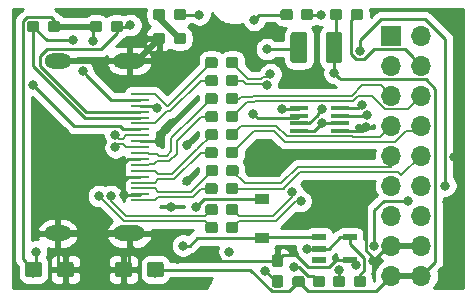
<source format=gbr>
G04 #@! TF.GenerationSoftware,KiCad,Pcbnew,(5.1.4)-1*
G04 #@! TF.CreationDate,2019-12-30T10:25:26+01:00*
G04 #@! TF.ProjectId,HDMI,48444d49-2e6b-4696-9361-645f70636258,rev?*
G04 #@! TF.SameCoordinates,Original*
G04 #@! TF.FileFunction,Copper,L1,Top*
G04 #@! TF.FilePolarity,Positive*
%FSLAX46Y46*%
G04 Gerber Fmt 4.6, Leading zero omitted, Abs format (unit mm)*
G04 Created by KiCad (PCBNEW (5.1.4)-1) date 2019-12-30 10:25:26*
%MOMM*%
%LPD*%
G04 APERTURE LIST*
%ADD10R,1.150000X0.600000*%
%ADD11R,1.700000X1.700000*%
%ADD12O,1.700000X1.700000*%
%ADD13O,2.700000X1.300000*%
%ADD14O,2.300000X1.300000*%
%ADD15R,1.600000X0.250000*%
%ADD16C,0.100000*%
%ADD17C,0.950000*%
%ADD18R,1.600000X0.300000*%
%ADD19R,1.200000X0.900000*%
%ADD20C,1.425000*%
%ADD21C,1.350000*%
%ADD22C,0.800000*%
%ADD23C,0.250000*%
%ADD24C,0.500000*%
%ADD25C,0.200000*%
%ADD26C,0.254000*%
G04 APERTURE END LIST*
D10*
X137638000Y-84394000D03*
X137638000Y-85344000D03*
X137638000Y-86294000D03*
X140238000Y-86294000D03*
X140238000Y-84394000D03*
D11*
X143764000Y-67310000D03*
D12*
X146304000Y-67310000D03*
X143764000Y-69850000D03*
X146304000Y-69850000D03*
X143764000Y-72390000D03*
X146304000Y-72390000D03*
X143764000Y-74930000D03*
X146304000Y-74930000D03*
X143764000Y-77470000D03*
X146304000Y-77470000D03*
X143764000Y-80010000D03*
X146304000Y-80010000D03*
X143764000Y-82550000D03*
X146304000Y-82550000D03*
X143764000Y-85090000D03*
X146304000Y-85090000D03*
X143764000Y-87630000D03*
X146304000Y-87630000D03*
D13*
X121567000Y-69459000D03*
X121567000Y-84059000D03*
D14*
X115517000Y-84059000D03*
D15*
X122517000Y-81259000D03*
X122517000Y-80759000D03*
X122517000Y-80259000D03*
X122517000Y-79759000D03*
X122517000Y-79259000D03*
X122517000Y-78759000D03*
X122517000Y-78259000D03*
X122517000Y-77759000D03*
X122517000Y-77259000D03*
X122517000Y-76759000D03*
X122517000Y-76259000D03*
X122517000Y-75759000D03*
X122517000Y-75259000D03*
X122517000Y-74759000D03*
X122517000Y-74259000D03*
X122517000Y-73759000D03*
X122517000Y-73259000D03*
X122517000Y-72759000D03*
X122517000Y-72259000D03*
D14*
X115517000Y-69459000D03*
D16*
G36*
X128834779Y-69122144D02*
G01*
X128857834Y-69125563D01*
X128880443Y-69131227D01*
X128902387Y-69139079D01*
X128923457Y-69149044D01*
X128943448Y-69161026D01*
X128962168Y-69174910D01*
X128979438Y-69190562D01*
X128995090Y-69207832D01*
X129008974Y-69226552D01*
X129020956Y-69246543D01*
X129030921Y-69267613D01*
X129038773Y-69289557D01*
X129044437Y-69312166D01*
X129047856Y-69335221D01*
X129049000Y-69358500D01*
X129049000Y-69833500D01*
X129047856Y-69856779D01*
X129044437Y-69879834D01*
X129038773Y-69902443D01*
X129030921Y-69924387D01*
X129020956Y-69945457D01*
X129008974Y-69965448D01*
X128995090Y-69984168D01*
X128979438Y-70001438D01*
X128962168Y-70017090D01*
X128943448Y-70030974D01*
X128923457Y-70042956D01*
X128902387Y-70052921D01*
X128880443Y-70060773D01*
X128857834Y-70066437D01*
X128834779Y-70069856D01*
X128811500Y-70071000D01*
X128236500Y-70071000D01*
X128213221Y-70069856D01*
X128190166Y-70066437D01*
X128167557Y-70060773D01*
X128145613Y-70052921D01*
X128124543Y-70042956D01*
X128104552Y-70030974D01*
X128085832Y-70017090D01*
X128068562Y-70001438D01*
X128052910Y-69984168D01*
X128039026Y-69965448D01*
X128027044Y-69945457D01*
X128017079Y-69924387D01*
X128009227Y-69902443D01*
X128003563Y-69879834D01*
X128000144Y-69856779D01*
X127999000Y-69833500D01*
X127999000Y-69358500D01*
X128000144Y-69335221D01*
X128003563Y-69312166D01*
X128009227Y-69289557D01*
X128017079Y-69267613D01*
X128027044Y-69246543D01*
X128039026Y-69226552D01*
X128052910Y-69207832D01*
X128068562Y-69190562D01*
X128085832Y-69174910D01*
X128104552Y-69161026D01*
X128124543Y-69149044D01*
X128145613Y-69139079D01*
X128167557Y-69131227D01*
X128190166Y-69125563D01*
X128213221Y-69122144D01*
X128236500Y-69121000D01*
X128811500Y-69121000D01*
X128834779Y-69122144D01*
X128834779Y-69122144D01*
G37*
D17*
X128524000Y-69596000D03*
D16*
G36*
X130584779Y-69122144D02*
G01*
X130607834Y-69125563D01*
X130630443Y-69131227D01*
X130652387Y-69139079D01*
X130673457Y-69149044D01*
X130693448Y-69161026D01*
X130712168Y-69174910D01*
X130729438Y-69190562D01*
X130745090Y-69207832D01*
X130758974Y-69226552D01*
X130770956Y-69246543D01*
X130780921Y-69267613D01*
X130788773Y-69289557D01*
X130794437Y-69312166D01*
X130797856Y-69335221D01*
X130799000Y-69358500D01*
X130799000Y-69833500D01*
X130797856Y-69856779D01*
X130794437Y-69879834D01*
X130788773Y-69902443D01*
X130780921Y-69924387D01*
X130770956Y-69945457D01*
X130758974Y-69965448D01*
X130745090Y-69984168D01*
X130729438Y-70001438D01*
X130712168Y-70017090D01*
X130693448Y-70030974D01*
X130673457Y-70042956D01*
X130652387Y-70052921D01*
X130630443Y-70060773D01*
X130607834Y-70066437D01*
X130584779Y-70069856D01*
X130561500Y-70071000D01*
X129986500Y-70071000D01*
X129963221Y-70069856D01*
X129940166Y-70066437D01*
X129917557Y-70060773D01*
X129895613Y-70052921D01*
X129874543Y-70042956D01*
X129854552Y-70030974D01*
X129835832Y-70017090D01*
X129818562Y-70001438D01*
X129802910Y-69984168D01*
X129789026Y-69965448D01*
X129777044Y-69945457D01*
X129767079Y-69924387D01*
X129759227Y-69902443D01*
X129753563Y-69879834D01*
X129750144Y-69856779D01*
X129749000Y-69833500D01*
X129749000Y-69358500D01*
X129750144Y-69335221D01*
X129753563Y-69312166D01*
X129759227Y-69289557D01*
X129767079Y-69267613D01*
X129777044Y-69246543D01*
X129789026Y-69226552D01*
X129802910Y-69207832D01*
X129818562Y-69190562D01*
X129835832Y-69174910D01*
X129854552Y-69161026D01*
X129874543Y-69149044D01*
X129895613Y-69139079D01*
X129917557Y-69131227D01*
X129940166Y-69125563D01*
X129963221Y-69122144D01*
X129986500Y-69121000D01*
X130561500Y-69121000D01*
X130584779Y-69122144D01*
X130584779Y-69122144D01*
G37*
D17*
X130274000Y-69596000D03*
D16*
G36*
X126153779Y-67090144D02*
G01*
X126176834Y-67093563D01*
X126199443Y-67099227D01*
X126221387Y-67107079D01*
X126242457Y-67117044D01*
X126262448Y-67129026D01*
X126281168Y-67142910D01*
X126298438Y-67158562D01*
X126314090Y-67175832D01*
X126327974Y-67194552D01*
X126339956Y-67214543D01*
X126349921Y-67235613D01*
X126357773Y-67257557D01*
X126363437Y-67280166D01*
X126366856Y-67303221D01*
X126368000Y-67326500D01*
X126368000Y-67801500D01*
X126366856Y-67824779D01*
X126363437Y-67847834D01*
X126357773Y-67870443D01*
X126349921Y-67892387D01*
X126339956Y-67913457D01*
X126327974Y-67933448D01*
X126314090Y-67952168D01*
X126298438Y-67969438D01*
X126281168Y-67985090D01*
X126262448Y-67998974D01*
X126242457Y-68010956D01*
X126221387Y-68020921D01*
X126199443Y-68028773D01*
X126176834Y-68034437D01*
X126153779Y-68037856D01*
X126130500Y-68039000D01*
X125555500Y-68039000D01*
X125532221Y-68037856D01*
X125509166Y-68034437D01*
X125486557Y-68028773D01*
X125464613Y-68020921D01*
X125443543Y-68010956D01*
X125423552Y-67998974D01*
X125404832Y-67985090D01*
X125387562Y-67969438D01*
X125371910Y-67952168D01*
X125358026Y-67933448D01*
X125346044Y-67913457D01*
X125336079Y-67892387D01*
X125328227Y-67870443D01*
X125322563Y-67847834D01*
X125319144Y-67824779D01*
X125318000Y-67801500D01*
X125318000Y-67326500D01*
X125319144Y-67303221D01*
X125322563Y-67280166D01*
X125328227Y-67257557D01*
X125336079Y-67235613D01*
X125346044Y-67214543D01*
X125358026Y-67194552D01*
X125371910Y-67175832D01*
X125387562Y-67158562D01*
X125404832Y-67142910D01*
X125423552Y-67129026D01*
X125443543Y-67117044D01*
X125464613Y-67107079D01*
X125486557Y-67099227D01*
X125509166Y-67093563D01*
X125532221Y-67090144D01*
X125555500Y-67089000D01*
X126130500Y-67089000D01*
X126153779Y-67090144D01*
X126153779Y-67090144D01*
G37*
D17*
X125843000Y-67564000D03*
D16*
G36*
X124403779Y-67090144D02*
G01*
X124426834Y-67093563D01*
X124449443Y-67099227D01*
X124471387Y-67107079D01*
X124492457Y-67117044D01*
X124512448Y-67129026D01*
X124531168Y-67142910D01*
X124548438Y-67158562D01*
X124564090Y-67175832D01*
X124577974Y-67194552D01*
X124589956Y-67214543D01*
X124599921Y-67235613D01*
X124607773Y-67257557D01*
X124613437Y-67280166D01*
X124616856Y-67303221D01*
X124618000Y-67326500D01*
X124618000Y-67801500D01*
X124616856Y-67824779D01*
X124613437Y-67847834D01*
X124607773Y-67870443D01*
X124599921Y-67892387D01*
X124589956Y-67913457D01*
X124577974Y-67933448D01*
X124564090Y-67952168D01*
X124548438Y-67969438D01*
X124531168Y-67985090D01*
X124512448Y-67998974D01*
X124492457Y-68010956D01*
X124471387Y-68020921D01*
X124449443Y-68028773D01*
X124426834Y-68034437D01*
X124403779Y-68037856D01*
X124380500Y-68039000D01*
X123805500Y-68039000D01*
X123782221Y-68037856D01*
X123759166Y-68034437D01*
X123736557Y-68028773D01*
X123714613Y-68020921D01*
X123693543Y-68010956D01*
X123673552Y-67998974D01*
X123654832Y-67985090D01*
X123637562Y-67969438D01*
X123621910Y-67952168D01*
X123608026Y-67933448D01*
X123596044Y-67913457D01*
X123586079Y-67892387D01*
X123578227Y-67870443D01*
X123572563Y-67847834D01*
X123569144Y-67824779D01*
X123568000Y-67801500D01*
X123568000Y-67326500D01*
X123569144Y-67303221D01*
X123572563Y-67280166D01*
X123578227Y-67257557D01*
X123586079Y-67235613D01*
X123596044Y-67214543D01*
X123608026Y-67194552D01*
X123621910Y-67175832D01*
X123637562Y-67158562D01*
X123654832Y-67142910D01*
X123673552Y-67129026D01*
X123693543Y-67117044D01*
X123714613Y-67107079D01*
X123736557Y-67099227D01*
X123759166Y-67093563D01*
X123782221Y-67090144D01*
X123805500Y-67089000D01*
X124380500Y-67089000D01*
X124403779Y-67090144D01*
X124403779Y-67090144D01*
G37*
D17*
X124093000Y-67564000D03*
D16*
G36*
X139389779Y-65058144D02*
G01*
X139412834Y-65061563D01*
X139435443Y-65067227D01*
X139457387Y-65075079D01*
X139478457Y-65085044D01*
X139498448Y-65097026D01*
X139517168Y-65110910D01*
X139534438Y-65126562D01*
X139550090Y-65143832D01*
X139563974Y-65162552D01*
X139575956Y-65182543D01*
X139585921Y-65203613D01*
X139593773Y-65225557D01*
X139599437Y-65248166D01*
X139602856Y-65271221D01*
X139604000Y-65294500D01*
X139604000Y-65769500D01*
X139602856Y-65792779D01*
X139599437Y-65815834D01*
X139593773Y-65838443D01*
X139585921Y-65860387D01*
X139575956Y-65881457D01*
X139563974Y-65901448D01*
X139550090Y-65920168D01*
X139534438Y-65937438D01*
X139517168Y-65953090D01*
X139498448Y-65966974D01*
X139478457Y-65978956D01*
X139457387Y-65988921D01*
X139435443Y-65996773D01*
X139412834Y-66002437D01*
X139389779Y-66005856D01*
X139366500Y-66007000D01*
X138791500Y-66007000D01*
X138768221Y-66005856D01*
X138745166Y-66002437D01*
X138722557Y-65996773D01*
X138700613Y-65988921D01*
X138679543Y-65978956D01*
X138659552Y-65966974D01*
X138640832Y-65953090D01*
X138623562Y-65937438D01*
X138607910Y-65920168D01*
X138594026Y-65901448D01*
X138582044Y-65881457D01*
X138572079Y-65860387D01*
X138564227Y-65838443D01*
X138558563Y-65815834D01*
X138555144Y-65792779D01*
X138554000Y-65769500D01*
X138554000Y-65294500D01*
X138555144Y-65271221D01*
X138558563Y-65248166D01*
X138564227Y-65225557D01*
X138572079Y-65203613D01*
X138582044Y-65182543D01*
X138594026Y-65162552D01*
X138607910Y-65143832D01*
X138623562Y-65126562D01*
X138640832Y-65110910D01*
X138659552Y-65097026D01*
X138679543Y-65085044D01*
X138700613Y-65075079D01*
X138722557Y-65067227D01*
X138745166Y-65061563D01*
X138768221Y-65058144D01*
X138791500Y-65057000D01*
X139366500Y-65057000D01*
X139389779Y-65058144D01*
X139389779Y-65058144D01*
G37*
D17*
X139079000Y-65532000D03*
D16*
G36*
X141139779Y-65058144D02*
G01*
X141162834Y-65061563D01*
X141185443Y-65067227D01*
X141207387Y-65075079D01*
X141228457Y-65085044D01*
X141248448Y-65097026D01*
X141267168Y-65110910D01*
X141284438Y-65126562D01*
X141300090Y-65143832D01*
X141313974Y-65162552D01*
X141325956Y-65182543D01*
X141335921Y-65203613D01*
X141343773Y-65225557D01*
X141349437Y-65248166D01*
X141352856Y-65271221D01*
X141354000Y-65294500D01*
X141354000Y-65769500D01*
X141352856Y-65792779D01*
X141349437Y-65815834D01*
X141343773Y-65838443D01*
X141335921Y-65860387D01*
X141325956Y-65881457D01*
X141313974Y-65901448D01*
X141300090Y-65920168D01*
X141284438Y-65937438D01*
X141267168Y-65953090D01*
X141248448Y-65966974D01*
X141228457Y-65978956D01*
X141207387Y-65988921D01*
X141185443Y-65996773D01*
X141162834Y-66002437D01*
X141139779Y-66005856D01*
X141116500Y-66007000D01*
X140541500Y-66007000D01*
X140518221Y-66005856D01*
X140495166Y-66002437D01*
X140472557Y-65996773D01*
X140450613Y-65988921D01*
X140429543Y-65978956D01*
X140409552Y-65966974D01*
X140390832Y-65953090D01*
X140373562Y-65937438D01*
X140357910Y-65920168D01*
X140344026Y-65901448D01*
X140332044Y-65881457D01*
X140322079Y-65860387D01*
X140314227Y-65838443D01*
X140308563Y-65815834D01*
X140305144Y-65792779D01*
X140304000Y-65769500D01*
X140304000Y-65294500D01*
X140305144Y-65271221D01*
X140308563Y-65248166D01*
X140314227Y-65225557D01*
X140322079Y-65203613D01*
X140332044Y-65182543D01*
X140344026Y-65162552D01*
X140357910Y-65143832D01*
X140373562Y-65126562D01*
X140390832Y-65110910D01*
X140409552Y-65097026D01*
X140429543Y-65085044D01*
X140450613Y-65075079D01*
X140472557Y-65067227D01*
X140495166Y-65061563D01*
X140518221Y-65058144D01*
X140541500Y-65057000D01*
X141116500Y-65057000D01*
X141139779Y-65058144D01*
X141139779Y-65058144D01*
G37*
D17*
X140829000Y-65532000D03*
D16*
G36*
X137964779Y-87664144D02*
G01*
X137987834Y-87667563D01*
X138010443Y-87673227D01*
X138032387Y-87681079D01*
X138053457Y-87691044D01*
X138073448Y-87703026D01*
X138092168Y-87716910D01*
X138109438Y-87732562D01*
X138125090Y-87749832D01*
X138138974Y-87768552D01*
X138150956Y-87788543D01*
X138160921Y-87809613D01*
X138168773Y-87831557D01*
X138174437Y-87854166D01*
X138177856Y-87877221D01*
X138179000Y-87900500D01*
X138179000Y-88375500D01*
X138177856Y-88398779D01*
X138174437Y-88421834D01*
X138168773Y-88444443D01*
X138160921Y-88466387D01*
X138150956Y-88487457D01*
X138138974Y-88507448D01*
X138125090Y-88526168D01*
X138109438Y-88543438D01*
X138092168Y-88559090D01*
X138073448Y-88572974D01*
X138053457Y-88584956D01*
X138032387Y-88594921D01*
X138010443Y-88602773D01*
X137987834Y-88608437D01*
X137964779Y-88611856D01*
X137941500Y-88613000D01*
X137366500Y-88613000D01*
X137343221Y-88611856D01*
X137320166Y-88608437D01*
X137297557Y-88602773D01*
X137275613Y-88594921D01*
X137254543Y-88584956D01*
X137234552Y-88572974D01*
X137215832Y-88559090D01*
X137198562Y-88543438D01*
X137182910Y-88526168D01*
X137169026Y-88507448D01*
X137157044Y-88487457D01*
X137147079Y-88466387D01*
X137139227Y-88444443D01*
X137133563Y-88421834D01*
X137130144Y-88398779D01*
X137129000Y-88375500D01*
X137129000Y-87900500D01*
X137130144Y-87877221D01*
X137133563Y-87854166D01*
X137139227Y-87831557D01*
X137147079Y-87809613D01*
X137157044Y-87788543D01*
X137169026Y-87768552D01*
X137182910Y-87749832D01*
X137198562Y-87732562D01*
X137215832Y-87716910D01*
X137234552Y-87703026D01*
X137254543Y-87691044D01*
X137275613Y-87681079D01*
X137297557Y-87673227D01*
X137320166Y-87667563D01*
X137343221Y-87664144D01*
X137366500Y-87663000D01*
X137941500Y-87663000D01*
X137964779Y-87664144D01*
X137964779Y-87664144D01*
G37*
D17*
X137654000Y-88138000D03*
D16*
G36*
X136214779Y-87664144D02*
G01*
X136237834Y-87667563D01*
X136260443Y-87673227D01*
X136282387Y-87681079D01*
X136303457Y-87691044D01*
X136323448Y-87703026D01*
X136342168Y-87716910D01*
X136359438Y-87732562D01*
X136375090Y-87749832D01*
X136388974Y-87768552D01*
X136400956Y-87788543D01*
X136410921Y-87809613D01*
X136418773Y-87831557D01*
X136424437Y-87854166D01*
X136427856Y-87877221D01*
X136429000Y-87900500D01*
X136429000Y-88375500D01*
X136427856Y-88398779D01*
X136424437Y-88421834D01*
X136418773Y-88444443D01*
X136410921Y-88466387D01*
X136400956Y-88487457D01*
X136388974Y-88507448D01*
X136375090Y-88526168D01*
X136359438Y-88543438D01*
X136342168Y-88559090D01*
X136323448Y-88572974D01*
X136303457Y-88584956D01*
X136282387Y-88594921D01*
X136260443Y-88602773D01*
X136237834Y-88608437D01*
X136214779Y-88611856D01*
X136191500Y-88613000D01*
X135616500Y-88613000D01*
X135593221Y-88611856D01*
X135570166Y-88608437D01*
X135547557Y-88602773D01*
X135525613Y-88594921D01*
X135504543Y-88584956D01*
X135484552Y-88572974D01*
X135465832Y-88559090D01*
X135448562Y-88543438D01*
X135432910Y-88526168D01*
X135419026Y-88507448D01*
X135407044Y-88487457D01*
X135397079Y-88466387D01*
X135389227Y-88444443D01*
X135383563Y-88421834D01*
X135380144Y-88398779D01*
X135379000Y-88375500D01*
X135379000Y-87900500D01*
X135380144Y-87877221D01*
X135383563Y-87854166D01*
X135389227Y-87831557D01*
X135397079Y-87809613D01*
X135407044Y-87788543D01*
X135419026Y-87768552D01*
X135432910Y-87749832D01*
X135448562Y-87732562D01*
X135465832Y-87716910D01*
X135484552Y-87703026D01*
X135504543Y-87691044D01*
X135525613Y-87681079D01*
X135547557Y-87673227D01*
X135570166Y-87667563D01*
X135593221Y-87664144D01*
X135616500Y-87663000D01*
X136191500Y-87663000D01*
X136214779Y-87664144D01*
X136214779Y-87664144D01*
G37*
D17*
X135904000Y-88138000D03*
D16*
G36*
X139643779Y-87664144D02*
G01*
X139666834Y-87667563D01*
X139689443Y-87673227D01*
X139711387Y-87681079D01*
X139732457Y-87691044D01*
X139752448Y-87703026D01*
X139771168Y-87716910D01*
X139788438Y-87732562D01*
X139804090Y-87749832D01*
X139817974Y-87768552D01*
X139829956Y-87788543D01*
X139839921Y-87809613D01*
X139847773Y-87831557D01*
X139853437Y-87854166D01*
X139856856Y-87877221D01*
X139858000Y-87900500D01*
X139858000Y-88375500D01*
X139856856Y-88398779D01*
X139853437Y-88421834D01*
X139847773Y-88444443D01*
X139839921Y-88466387D01*
X139829956Y-88487457D01*
X139817974Y-88507448D01*
X139804090Y-88526168D01*
X139788438Y-88543438D01*
X139771168Y-88559090D01*
X139752448Y-88572974D01*
X139732457Y-88584956D01*
X139711387Y-88594921D01*
X139689443Y-88602773D01*
X139666834Y-88608437D01*
X139643779Y-88611856D01*
X139620500Y-88613000D01*
X139045500Y-88613000D01*
X139022221Y-88611856D01*
X138999166Y-88608437D01*
X138976557Y-88602773D01*
X138954613Y-88594921D01*
X138933543Y-88584956D01*
X138913552Y-88572974D01*
X138894832Y-88559090D01*
X138877562Y-88543438D01*
X138861910Y-88526168D01*
X138848026Y-88507448D01*
X138836044Y-88487457D01*
X138826079Y-88466387D01*
X138818227Y-88444443D01*
X138812563Y-88421834D01*
X138809144Y-88398779D01*
X138808000Y-88375500D01*
X138808000Y-87900500D01*
X138809144Y-87877221D01*
X138812563Y-87854166D01*
X138818227Y-87831557D01*
X138826079Y-87809613D01*
X138836044Y-87788543D01*
X138848026Y-87768552D01*
X138861910Y-87749832D01*
X138877562Y-87732562D01*
X138894832Y-87716910D01*
X138913552Y-87703026D01*
X138933543Y-87691044D01*
X138954613Y-87681079D01*
X138976557Y-87673227D01*
X138999166Y-87667563D01*
X139022221Y-87664144D01*
X139045500Y-87663000D01*
X139620500Y-87663000D01*
X139643779Y-87664144D01*
X139643779Y-87664144D01*
G37*
D17*
X139333000Y-88138000D03*
D16*
G36*
X141393779Y-87664144D02*
G01*
X141416834Y-87667563D01*
X141439443Y-87673227D01*
X141461387Y-87681079D01*
X141482457Y-87691044D01*
X141502448Y-87703026D01*
X141521168Y-87716910D01*
X141538438Y-87732562D01*
X141554090Y-87749832D01*
X141567974Y-87768552D01*
X141579956Y-87788543D01*
X141589921Y-87809613D01*
X141597773Y-87831557D01*
X141603437Y-87854166D01*
X141606856Y-87877221D01*
X141608000Y-87900500D01*
X141608000Y-88375500D01*
X141606856Y-88398779D01*
X141603437Y-88421834D01*
X141597773Y-88444443D01*
X141589921Y-88466387D01*
X141579956Y-88487457D01*
X141567974Y-88507448D01*
X141554090Y-88526168D01*
X141538438Y-88543438D01*
X141521168Y-88559090D01*
X141502448Y-88572974D01*
X141482457Y-88584956D01*
X141461387Y-88594921D01*
X141439443Y-88602773D01*
X141416834Y-88608437D01*
X141393779Y-88611856D01*
X141370500Y-88613000D01*
X140795500Y-88613000D01*
X140772221Y-88611856D01*
X140749166Y-88608437D01*
X140726557Y-88602773D01*
X140704613Y-88594921D01*
X140683543Y-88584956D01*
X140663552Y-88572974D01*
X140644832Y-88559090D01*
X140627562Y-88543438D01*
X140611910Y-88526168D01*
X140598026Y-88507448D01*
X140586044Y-88487457D01*
X140576079Y-88466387D01*
X140568227Y-88444443D01*
X140562563Y-88421834D01*
X140559144Y-88398779D01*
X140558000Y-88375500D01*
X140558000Y-87900500D01*
X140559144Y-87877221D01*
X140562563Y-87854166D01*
X140568227Y-87831557D01*
X140576079Y-87809613D01*
X140586044Y-87788543D01*
X140598026Y-87768552D01*
X140611910Y-87749832D01*
X140627562Y-87732562D01*
X140644832Y-87716910D01*
X140663552Y-87703026D01*
X140683543Y-87691044D01*
X140704613Y-87681079D01*
X140726557Y-87673227D01*
X140749166Y-87667563D01*
X140772221Y-87664144D01*
X140795500Y-87663000D01*
X141370500Y-87663000D01*
X141393779Y-87664144D01*
X141393779Y-87664144D01*
G37*
D17*
X141083000Y-88138000D03*
D16*
G36*
X124403779Y-65058144D02*
G01*
X124426834Y-65061563D01*
X124449443Y-65067227D01*
X124471387Y-65075079D01*
X124492457Y-65085044D01*
X124512448Y-65097026D01*
X124531168Y-65110910D01*
X124548438Y-65126562D01*
X124564090Y-65143832D01*
X124577974Y-65162552D01*
X124589956Y-65182543D01*
X124599921Y-65203613D01*
X124607773Y-65225557D01*
X124613437Y-65248166D01*
X124616856Y-65271221D01*
X124618000Y-65294500D01*
X124618000Y-65769500D01*
X124616856Y-65792779D01*
X124613437Y-65815834D01*
X124607773Y-65838443D01*
X124599921Y-65860387D01*
X124589956Y-65881457D01*
X124577974Y-65901448D01*
X124564090Y-65920168D01*
X124548438Y-65937438D01*
X124531168Y-65953090D01*
X124512448Y-65966974D01*
X124492457Y-65978956D01*
X124471387Y-65988921D01*
X124449443Y-65996773D01*
X124426834Y-66002437D01*
X124403779Y-66005856D01*
X124380500Y-66007000D01*
X123805500Y-66007000D01*
X123782221Y-66005856D01*
X123759166Y-66002437D01*
X123736557Y-65996773D01*
X123714613Y-65988921D01*
X123693543Y-65978956D01*
X123673552Y-65966974D01*
X123654832Y-65953090D01*
X123637562Y-65937438D01*
X123621910Y-65920168D01*
X123608026Y-65901448D01*
X123596044Y-65881457D01*
X123586079Y-65860387D01*
X123578227Y-65838443D01*
X123572563Y-65815834D01*
X123569144Y-65792779D01*
X123568000Y-65769500D01*
X123568000Y-65294500D01*
X123569144Y-65271221D01*
X123572563Y-65248166D01*
X123578227Y-65225557D01*
X123586079Y-65203613D01*
X123596044Y-65182543D01*
X123608026Y-65162552D01*
X123621910Y-65143832D01*
X123637562Y-65126562D01*
X123654832Y-65110910D01*
X123673552Y-65097026D01*
X123693543Y-65085044D01*
X123714613Y-65075079D01*
X123736557Y-65067227D01*
X123759166Y-65061563D01*
X123782221Y-65058144D01*
X123805500Y-65057000D01*
X124380500Y-65057000D01*
X124403779Y-65058144D01*
X124403779Y-65058144D01*
G37*
D17*
X124093000Y-65532000D03*
D16*
G36*
X126153779Y-65058144D02*
G01*
X126176834Y-65061563D01*
X126199443Y-65067227D01*
X126221387Y-65075079D01*
X126242457Y-65085044D01*
X126262448Y-65097026D01*
X126281168Y-65110910D01*
X126298438Y-65126562D01*
X126314090Y-65143832D01*
X126327974Y-65162552D01*
X126339956Y-65182543D01*
X126349921Y-65203613D01*
X126357773Y-65225557D01*
X126363437Y-65248166D01*
X126366856Y-65271221D01*
X126368000Y-65294500D01*
X126368000Y-65769500D01*
X126366856Y-65792779D01*
X126363437Y-65815834D01*
X126357773Y-65838443D01*
X126349921Y-65860387D01*
X126339956Y-65881457D01*
X126327974Y-65901448D01*
X126314090Y-65920168D01*
X126298438Y-65937438D01*
X126281168Y-65953090D01*
X126262448Y-65966974D01*
X126242457Y-65978956D01*
X126221387Y-65988921D01*
X126199443Y-65996773D01*
X126176834Y-66002437D01*
X126153779Y-66005856D01*
X126130500Y-66007000D01*
X125555500Y-66007000D01*
X125532221Y-66005856D01*
X125509166Y-66002437D01*
X125486557Y-65996773D01*
X125464613Y-65988921D01*
X125443543Y-65978956D01*
X125423552Y-65966974D01*
X125404832Y-65953090D01*
X125387562Y-65937438D01*
X125371910Y-65920168D01*
X125358026Y-65901448D01*
X125346044Y-65881457D01*
X125336079Y-65860387D01*
X125328227Y-65838443D01*
X125322563Y-65815834D01*
X125319144Y-65792779D01*
X125318000Y-65769500D01*
X125318000Y-65294500D01*
X125319144Y-65271221D01*
X125322563Y-65248166D01*
X125328227Y-65225557D01*
X125336079Y-65203613D01*
X125346044Y-65182543D01*
X125358026Y-65162552D01*
X125371910Y-65143832D01*
X125387562Y-65126562D01*
X125404832Y-65110910D01*
X125423552Y-65097026D01*
X125443543Y-65085044D01*
X125464613Y-65075079D01*
X125486557Y-65067227D01*
X125509166Y-65061563D01*
X125532221Y-65058144D01*
X125555500Y-65057000D01*
X126130500Y-65057000D01*
X126153779Y-65058144D01*
X126153779Y-65058144D01*
G37*
D17*
X125843000Y-65532000D03*
D16*
G36*
X134372779Y-87600144D02*
G01*
X134395834Y-87603563D01*
X134418443Y-87609227D01*
X134440387Y-87617079D01*
X134461457Y-87627044D01*
X134481448Y-87639026D01*
X134500168Y-87652910D01*
X134517438Y-87668562D01*
X134533090Y-87685832D01*
X134546974Y-87704552D01*
X134558956Y-87724543D01*
X134568921Y-87745613D01*
X134576773Y-87767557D01*
X134582437Y-87790166D01*
X134585856Y-87813221D01*
X134587000Y-87836500D01*
X134587000Y-88411500D01*
X134585856Y-88434779D01*
X134582437Y-88457834D01*
X134576773Y-88480443D01*
X134568921Y-88502387D01*
X134558956Y-88523457D01*
X134546974Y-88543448D01*
X134533090Y-88562168D01*
X134517438Y-88579438D01*
X134500168Y-88595090D01*
X134481448Y-88608974D01*
X134461457Y-88620956D01*
X134440387Y-88630921D01*
X134418443Y-88638773D01*
X134395834Y-88644437D01*
X134372779Y-88647856D01*
X134349500Y-88649000D01*
X133874500Y-88649000D01*
X133851221Y-88647856D01*
X133828166Y-88644437D01*
X133805557Y-88638773D01*
X133783613Y-88630921D01*
X133762543Y-88620956D01*
X133742552Y-88608974D01*
X133723832Y-88595090D01*
X133706562Y-88579438D01*
X133690910Y-88562168D01*
X133677026Y-88543448D01*
X133665044Y-88523457D01*
X133655079Y-88502387D01*
X133647227Y-88480443D01*
X133641563Y-88457834D01*
X133638144Y-88434779D01*
X133637000Y-88411500D01*
X133637000Y-87836500D01*
X133638144Y-87813221D01*
X133641563Y-87790166D01*
X133647227Y-87767557D01*
X133655079Y-87745613D01*
X133665044Y-87724543D01*
X133677026Y-87704552D01*
X133690910Y-87685832D01*
X133706562Y-87668562D01*
X133723832Y-87652910D01*
X133742552Y-87639026D01*
X133762543Y-87627044D01*
X133783613Y-87617079D01*
X133805557Y-87609227D01*
X133828166Y-87603563D01*
X133851221Y-87600144D01*
X133874500Y-87599000D01*
X134349500Y-87599000D01*
X134372779Y-87600144D01*
X134372779Y-87600144D01*
G37*
D17*
X134112000Y-88124000D03*
D16*
G36*
X134372779Y-85850144D02*
G01*
X134395834Y-85853563D01*
X134418443Y-85859227D01*
X134440387Y-85867079D01*
X134461457Y-85877044D01*
X134481448Y-85889026D01*
X134500168Y-85902910D01*
X134517438Y-85918562D01*
X134533090Y-85935832D01*
X134546974Y-85954552D01*
X134558956Y-85974543D01*
X134568921Y-85995613D01*
X134576773Y-86017557D01*
X134582437Y-86040166D01*
X134585856Y-86063221D01*
X134587000Y-86086500D01*
X134587000Y-86661500D01*
X134585856Y-86684779D01*
X134582437Y-86707834D01*
X134576773Y-86730443D01*
X134568921Y-86752387D01*
X134558956Y-86773457D01*
X134546974Y-86793448D01*
X134533090Y-86812168D01*
X134517438Y-86829438D01*
X134500168Y-86845090D01*
X134481448Y-86858974D01*
X134461457Y-86870956D01*
X134440387Y-86880921D01*
X134418443Y-86888773D01*
X134395834Y-86894437D01*
X134372779Y-86897856D01*
X134349500Y-86899000D01*
X133874500Y-86899000D01*
X133851221Y-86897856D01*
X133828166Y-86894437D01*
X133805557Y-86888773D01*
X133783613Y-86880921D01*
X133762543Y-86870956D01*
X133742552Y-86858974D01*
X133723832Y-86845090D01*
X133706562Y-86829438D01*
X133690910Y-86812168D01*
X133677026Y-86793448D01*
X133665044Y-86773457D01*
X133655079Y-86752387D01*
X133647227Y-86730443D01*
X133641563Y-86707834D01*
X133638144Y-86684779D01*
X133637000Y-86661500D01*
X133637000Y-86086500D01*
X133638144Y-86063221D01*
X133641563Y-86040166D01*
X133647227Y-86017557D01*
X133655079Y-85995613D01*
X133665044Y-85974543D01*
X133677026Y-85954552D01*
X133690910Y-85935832D01*
X133706562Y-85918562D01*
X133723832Y-85902910D01*
X133742552Y-85889026D01*
X133762543Y-85877044D01*
X133783613Y-85867079D01*
X133805557Y-85859227D01*
X133828166Y-85853563D01*
X133851221Y-85850144D01*
X133874500Y-85849000D01*
X134349500Y-85849000D01*
X134372779Y-85850144D01*
X134372779Y-85850144D01*
G37*
D17*
X134112000Y-86374000D03*
D16*
G36*
X113735779Y-66074144D02*
G01*
X113758834Y-66077563D01*
X113781443Y-66083227D01*
X113803387Y-66091079D01*
X113824457Y-66101044D01*
X113844448Y-66113026D01*
X113863168Y-66126910D01*
X113880438Y-66142562D01*
X113896090Y-66159832D01*
X113909974Y-66178552D01*
X113921956Y-66198543D01*
X113931921Y-66219613D01*
X113939773Y-66241557D01*
X113945437Y-66264166D01*
X113948856Y-66287221D01*
X113950000Y-66310500D01*
X113950000Y-66785500D01*
X113948856Y-66808779D01*
X113945437Y-66831834D01*
X113939773Y-66854443D01*
X113931921Y-66876387D01*
X113921956Y-66897457D01*
X113909974Y-66917448D01*
X113896090Y-66936168D01*
X113880438Y-66953438D01*
X113863168Y-66969090D01*
X113844448Y-66982974D01*
X113824457Y-66994956D01*
X113803387Y-67004921D01*
X113781443Y-67012773D01*
X113758834Y-67018437D01*
X113735779Y-67021856D01*
X113712500Y-67023000D01*
X113137500Y-67023000D01*
X113114221Y-67021856D01*
X113091166Y-67018437D01*
X113068557Y-67012773D01*
X113046613Y-67004921D01*
X113025543Y-66994956D01*
X113005552Y-66982974D01*
X112986832Y-66969090D01*
X112969562Y-66953438D01*
X112953910Y-66936168D01*
X112940026Y-66917448D01*
X112928044Y-66897457D01*
X112918079Y-66876387D01*
X112910227Y-66854443D01*
X112904563Y-66831834D01*
X112901144Y-66808779D01*
X112900000Y-66785500D01*
X112900000Y-66310500D01*
X112901144Y-66287221D01*
X112904563Y-66264166D01*
X112910227Y-66241557D01*
X112918079Y-66219613D01*
X112928044Y-66198543D01*
X112940026Y-66178552D01*
X112953910Y-66159832D01*
X112969562Y-66142562D01*
X112986832Y-66126910D01*
X113005552Y-66113026D01*
X113025543Y-66101044D01*
X113046613Y-66091079D01*
X113068557Y-66083227D01*
X113091166Y-66077563D01*
X113114221Y-66074144D01*
X113137500Y-66073000D01*
X113712500Y-66073000D01*
X113735779Y-66074144D01*
X113735779Y-66074144D01*
G37*
D17*
X113425000Y-66548000D03*
D16*
G36*
X115485779Y-66074144D02*
G01*
X115508834Y-66077563D01*
X115531443Y-66083227D01*
X115553387Y-66091079D01*
X115574457Y-66101044D01*
X115594448Y-66113026D01*
X115613168Y-66126910D01*
X115630438Y-66142562D01*
X115646090Y-66159832D01*
X115659974Y-66178552D01*
X115671956Y-66198543D01*
X115681921Y-66219613D01*
X115689773Y-66241557D01*
X115695437Y-66264166D01*
X115698856Y-66287221D01*
X115700000Y-66310500D01*
X115700000Y-66785500D01*
X115698856Y-66808779D01*
X115695437Y-66831834D01*
X115689773Y-66854443D01*
X115681921Y-66876387D01*
X115671956Y-66897457D01*
X115659974Y-66917448D01*
X115646090Y-66936168D01*
X115630438Y-66953438D01*
X115613168Y-66969090D01*
X115594448Y-66982974D01*
X115574457Y-66994956D01*
X115553387Y-67004921D01*
X115531443Y-67012773D01*
X115508834Y-67018437D01*
X115485779Y-67021856D01*
X115462500Y-67023000D01*
X114887500Y-67023000D01*
X114864221Y-67021856D01*
X114841166Y-67018437D01*
X114818557Y-67012773D01*
X114796613Y-67004921D01*
X114775543Y-66994956D01*
X114755552Y-66982974D01*
X114736832Y-66969090D01*
X114719562Y-66953438D01*
X114703910Y-66936168D01*
X114690026Y-66917448D01*
X114678044Y-66897457D01*
X114668079Y-66876387D01*
X114660227Y-66854443D01*
X114654563Y-66831834D01*
X114651144Y-66808779D01*
X114650000Y-66785500D01*
X114650000Y-66310500D01*
X114651144Y-66287221D01*
X114654563Y-66264166D01*
X114660227Y-66241557D01*
X114668079Y-66219613D01*
X114678044Y-66198543D01*
X114690026Y-66178552D01*
X114703910Y-66159832D01*
X114719562Y-66142562D01*
X114736832Y-66126910D01*
X114755552Y-66113026D01*
X114775543Y-66101044D01*
X114796613Y-66091079D01*
X114818557Y-66083227D01*
X114841166Y-66077563D01*
X114864221Y-66074144D01*
X114887500Y-66073000D01*
X115462500Y-66073000D01*
X115485779Y-66074144D01*
X115485779Y-66074144D01*
G37*
D17*
X115175000Y-66548000D03*
D16*
G36*
X119069779Y-66074144D02*
G01*
X119092834Y-66077563D01*
X119115443Y-66083227D01*
X119137387Y-66091079D01*
X119158457Y-66101044D01*
X119178448Y-66113026D01*
X119197168Y-66126910D01*
X119214438Y-66142562D01*
X119230090Y-66159832D01*
X119243974Y-66178552D01*
X119255956Y-66198543D01*
X119265921Y-66219613D01*
X119273773Y-66241557D01*
X119279437Y-66264166D01*
X119282856Y-66287221D01*
X119284000Y-66310500D01*
X119284000Y-66785500D01*
X119282856Y-66808779D01*
X119279437Y-66831834D01*
X119273773Y-66854443D01*
X119265921Y-66876387D01*
X119255956Y-66897457D01*
X119243974Y-66917448D01*
X119230090Y-66936168D01*
X119214438Y-66953438D01*
X119197168Y-66969090D01*
X119178448Y-66982974D01*
X119158457Y-66994956D01*
X119137387Y-67004921D01*
X119115443Y-67012773D01*
X119092834Y-67018437D01*
X119069779Y-67021856D01*
X119046500Y-67023000D01*
X118471500Y-67023000D01*
X118448221Y-67021856D01*
X118425166Y-67018437D01*
X118402557Y-67012773D01*
X118380613Y-67004921D01*
X118359543Y-66994956D01*
X118339552Y-66982974D01*
X118320832Y-66969090D01*
X118303562Y-66953438D01*
X118287910Y-66936168D01*
X118274026Y-66917448D01*
X118262044Y-66897457D01*
X118252079Y-66876387D01*
X118244227Y-66854443D01*
X118238563Y-66831834D01*
X118235144Y-66808779D01*
X118234000Y-66785500D01*
X118234000Y-66310500D01*
X118235144Y-66287221D01*
X118238563Y-66264166D01*
X118244227Y-66241557D01*
X118252079Y-66219613D01*
X118262044Y-66198543D01*
X118274026Y-66178552D01*
X118287910Y-66159832D01*
X118303562Y-66142562D01*
X118320832Y-66126910D01*
X118339552Y-66113026D01*
X118359543Y-66101044D01*
X118380613Y-66091079D01*
X118402557Y-66083227D01*
X118425166Y-66077563D01*
X118448221Y-66074144D01*
X118471500Y-66073000D01*
X119046500Y-66073000D01*
X119069779Y-66074144D01*
X119069779Y-66074144D01*
G37*
D17*
X118759000Y-66548000D03*
D16*
G36*
X120819779Y-66074144D02*
G01*
X120842834Y-66077563D01*
X120865443Y-66083227D01*
X120887387Y-66091079D01*
X120908457Y-66101044D01*
X120928448Y-66113026D01*
X120947168Y-66126910D01*
X120964438Y-66142562D01*
X120980090Y-66159832D01*
X120993974Y-66178552D01*
X121005956Y-66198543D01*
X121015921Y-66219613D01*
X121023773Y-66241557D01*
X121029437Y-66264166D01*
X121032856Y-66287221D01*
X121034000Y-66310500D01*
X121034000Y-66785500D01*
X121032856Y-66808779D01*
X121029437Y-66831834D01*
X121023773Y-66854443D01*
X121015921Y-66876387D01*
X121005956Y-66897457D01*
X120993974Y-66917448D01*
X120980090Y-66936168D01*
X120964438Y-66953438D01*
X120947168Y-66969090D01*
X120928448Y-66982974D01*
X120908457Y-66994956D01*
X120887387Y-67004921D01*
X120865443Y-67012773D01*
X120842834Y-67018437D01*
X120819779Y-67021856D01*
X120796500Y-67023000D01*
X120221500Y-67023000D01*
X120198221Y-67021856D01*
X120175166Y-67018437D01*
X120152557Y-67012773D01*
X120130613Y-67004921D01*
X120109543Y-66994956D01*
X120089552Y-66982974D01*
X120070832Y-66969090D01*
X120053562Y-66953438D01*
X120037910Y-66936168D01*
X120024026Y-66917448D01*
X120012044Y-66897457D01*
X120002079Y-66876387D01*
X119994227Y-66854443D01*
X119988563Y-66831834D01*
X119985144Y-66808779D01*
X119984000Y-66785500D01*
X119984000Y-66310500D01*
X119985144Y-66287221D01*
X119988563Y-66264166D01*
X119994227Y-66241557D01*
X120002079Y-66219613D01*
X120012044Y-66198543D01*
X120024026Y-66178552D01*
X120037910Y-66159832D01*
X120053562Y-66142562D01*
X120070832Y-66126910D01*
X120089552Y-66113026D01*
X120109543Y-66101044D01*
X120130613Y-66091079D01*
X120152557Y-66083227D01*
X120175166Y-66077563D01*
X120198221Y-66074144D01*
X120221500Y-66073000D01*
X120796500Y-66073000D01*
X120819779Y-66074144D01*
X120819779Y-66074144D01*
G37*
D17*
X120509000Y-66548000D03*
D16*
G36*
X135198779Y-65058144D02*
G01*
X135221834Y-65061563D01*
X135244443Y-65067227D01*
X135266387Y-65075079D01*
X135287457Y-65085044D01*
X135307448Y-65097026D01*
X135326168Y-65110910D01*
X135343438Y-65126562D01*
X135359090Y-65143832D01*
X135372974Y-65162552D01*
X135384956Y-65182543D01*
X135394921Y-65203613D01*
X135402773Y-65225557D01*
X135408437Y-65248166D01*
X135411856Y-65271221D01*
X135413000Y-65294500D01*
X135413000Y-65769500D01*
X135411856Y-65792779D01*
X135408437Y-65815834D01*
X135402773Y-65838443D01*
X135394921Y-65860387D01*
X135384956Y-65881457D01*
X135372974Y-65901448D01*
X135359090Y-65920168D01*
X135343438Y-65937438D01*
X135326168Y-65953090D01*
X135307448Y-65966974D01*
X135287457Y-65978956D01*
X135266387Y-65988921D01*
X135244443Y-65996773D01*
X135221834Y-66002437D01*
X135198779Y-66005856D01*
X135175500Y-66007000D01*
X134600500Y-66007000D01*
X134577221Y-66005856D01*
X134554166Y-66002437D01*
X134531557Y-65996773D01*
X134509613Y-65988921D01*
X134488543Y-65978956D01*
X134468552Y-65966974D01*
X134449832Y-65953090D01*
X134432562Y-65937438D01*
X134416910Y-65920168D01*
X134403026Y-65901448D01*
X134391044Y-65881457D01*
X134381079Y-65860387D01*
X134373227Y-65838443D01*
X134367563Y-65815834D01*
X134364144Y-65792779D01*
X134363000Y-65769500D01*
X134363000Y-65294500D01*
X134364144Y-65271221D01*
X134367563Y-65248166D01*
X134373227Y-65225557D01*
X134381079Y-65203613D01*
X134391044Y-65182543D01*
X134403026Y-65162552D01*
X134416910Y-65143832D01*
X134432562Y-65126562D01*
X134449832Y-65110910D01*
X134468552Y-65097026D01*
X134488543Y-65085044D01*
X134509613Y-65075079D01*
X134531557Y-65067227D01*
X134554166Y-65061563D01*
X134577221Y-65058144D01*
X134600500Y-65057000D01*
X135175500Y-65057000D01*
X135198779Y-65058144D01*
X135198779Y-65058144D01*
G37*
D17*
X134888000Y-65532000D03*
D16*
G36*
X136948779Y-65058144D02*
G01*
X136971834Y-65061563D01*
X136994443Y-65067227D01*
X137016387Y-65075079D01*
X137037457Y-65085044D01*
X137057448Y-65097026D01*
X137076168Y-65110910D01*
X137093438Y-65126562D01*
X137109090Y-65143832D01*
X137122974Y-65162552D01*
X137134956Y-65182543D01*
X137144921Y-65203613D01*
X137152773Y-65225557D01*
X137158437Y-65248166D01*
X137161856Y-65271221D01*
X137163000Y-65294500D01*
X137163000Y-65769500D01*
X137161856Y-65792779D01*
X137158437Y-65815834D01*
X137152773Y-65838443D01*
X137144921Y-65860387D01*
X137134956Y-65881457D01*
X137122974Y-65901448D01*
X137109090Y-65920168D01*
X137093438Y-65937438D01*
X137076168Y-65953090D01*
X137057448Y-65966974D01*
X137037457Y-65978956D01*
X137016387Y-65988921D01*
X136994443Y-65996773D01*
X136971834Y-66002437D01*
X136948779Y-66005856D01*
X136925500Y-66007000D01*
X136350500Y-66007000D01*
X136327221Y-66005856D01*
X136304166Y-66002437D01*
X136281557Y-65996773D01*
X136259613Y-65988921D01*
X136238543Y-65978956D01*
X136218552Y-65966974D01*
X136199832Y-65953090D01*
X136182562Y-65937438D01*
X136166910Y-65920168D01*
X136153026Y-65901448D01*
X136141044Y-65881457D01*
X136131079Y-65860387D01*
X136123227Y-65838443D01*
X136117563Y-65815834D01*
X136114144Y-65792779D01*
X136113000Y-65769500D01*
X136113000Y-65294500D01*
X136114144Y-65271221D01*
X136117563Y-65248166D01*
X136123227Y-65225557D01*
X136131079Y-65203613D01*
X136141044Y-65182543D01*
X136153026Y-65162552D01*
X136166910Y-65143832D01*
X136182562Y-65126562D01*
X136199832Y-65110910D01*
X136218552Y-65097026D01*
X136238543Y-65085044D01*
X136259613Y-65075079D01*
X136281557Y-65067227D01*
X136304166Y-65061563D01*
X136327221Y-65058144D01*
X136350500Y-65057000D01*
X136925500Y-65057000D01*
X136948779Y-65058144D01*
X136948779Y-65058144D01*
G37*
D17*
X136638000Y-65532000D03*
D18*
X139368000Y-75397000D03*
X139368000Y-74747000D03*
X139368000Y-74097000D03*
X139368000Y-73447000D03*
X135968000Y-73447000D03*
X135968000Y-74097000D03*
X135968000Y-74747000D03*
X135968000Y-75397000D03*
D16*
G36*
X130598779Y-70646144D02*
G01*
X130621834Y-70649563D01*
X130644443Y-70655227D01*
X130666387Y-70663079D01*
X130687457Y-70673044D01*
X130707448Y-70685026D01*
X130726168Y-70698910D01*
X130743438Y-70714562D01*
X130759090Y-70731832D01*
X130772974Y-70750552D01*
X130784956Y-70770543D01*
X130794921Y-70791613D01*
X130802773Y-70813557D01*
X130808437Y-70836166D01*
X130811856Y-70859221D01*
X130813000Y-70882500D01*
X130813000Y-71357500D01*
X130811856Y-71380779D01*
X130808437Y-71403834D01*
X130802773Y-71426443D01*
X130794921Y-71448387D01*
X130784956Y-71469457D01*
X130772974Y-71489448D01*
X130759090Y-71508168D01*
X130743438Y-71525438D01*
X130726168Y-71541090D01*
X130707448Y-71554974D01*
X130687457Y-71566956D01*
X130666387Y-71576921D01*
X130644443Y-71584773D01*
X130621834Y-71590437D01*
X130598779Y-71593856D01*
X130575500Y-71595000D01*
X130000500Y-71595000D01*
X129977221Y-71593856D01*
X129954166Y-71590437D01*
X129931557Y-71584773D01*
X129909613Y-71576921D01*
X129888543Y-71566956D01*
X129868552Y-71554974D01*
X129849832Y-71541090D01*
X129832562Y-71525438D01*
X129816910Y-71508168D01*
X129803026Y-71489448D01*
X129791044Y-71469457D01*
X129781079Y-71448387D01*
X129773227Y-71426443D01*
X129767563Y-71403834D01*
X129764144Y-71380779D01*
X129763000Y-71357500D01*
X129763000Y-70882500D01*
X129764144Y-70859221D01*
X129767563Y-70836166D01*
X129773227Y-70813557D01*
X129781079Y-70791613D01*
X129791044Y-70770543D01*
X129803026Y-70750552D01*
X129816910Y-70731832D01*
X129832562Y-70714562D01*
X129849832Y-70698910D01*
X129868552Y-70685026D01*
X129888543Y-70673044D01*
X129909613Y-70663079D01*
X129931557Y-70655227D01*
X129954166Y-70649563D01*
X129977221Y-70646144D01*
X130000500Y-70645000D01*
X130575500Y-70645000D01*
X130598779Y-70646144D01*
X130598779Y-70646144D01*
G37*
D17*
X130288000Y-71120000D03*
D16*
G36*
X128848779Y-70646144D02*
G01*
X128871834Y-70649563D01*
X128894443Y-70655227D01*
X128916387Y-70663079D01*
X128937457Y-70673044D01*
X128957448Y-70685026D01*
X128976168Y-70698910D01*
X128993438Y-70714562D01*
X129009090Y-70731832D01*
X129022974Y-70750552D01*
X129034956Y-70770543D01*
X129044921Y-70791613D01*
X129052773Y-70813557D01*
X129058437Y-70836166D01*
X129061856Y-70859221D01*
X129063000Y-70882500D01*
X129063000Y-71357500D01*
X129061856Y-71380779D01*
X129058437Y-71403834D01*
X129052773Y-71426443D01*
X129044921Y-71448387D01*
X129034956Y-71469457D01*
X129022974Y-71489448D01*
X129009090Y-71508168D01*
X128993438Y-71525438D01*
X128976168Y-71541090D01*
X128957448Y-71554974D01*
X128937457Y-71566956D01*
X128916387Y-71576921D01*
X128894443Y-71584773D01*
X128871834Y-71590437D01*
X128848779Y-71593856D01*
X128825500Y-71595000D01*
X128250500Y-71595000D01*
X128227221Y-71593856D01*
X128204166Y-71590437D01*
X128181557Y-71584773D01*
X128159613Y-71576921D01*
X128138543Y-71566956D01*
X128118552Y-71554974D01*
X128099832Y-71541090D01*
X128082562Y-71525438D01*
X128066910Y-71508168D01*
X128053026Y-71489448D01*
X128041044Y-71469457D01*
X128031079Y-71448387D01*
X128023227Y-71426443D01*
X128017563Y-71403834D01*
X128014144Y-71380779D01*
X128013000Y-71357500D01*
X128013000Y-70882500D01*
X128014144Y-70859221D01*
X128017563Y-70836166D01*
X128023227Y-70813557D01*
X128031079Y-70791613D01*
X128041044Y-70770543D01*
X128053026Y-70750552D01*
X128066910Y-70731832D01*
X128082562Y-70714562D01*
X128099832Y-70698910D01*
X128118552Y-70685026D01*
X128138543Y-70673044D01*
X128159613Y-70663079D01*
X128181557Y-70655227D01*
X128204166Y-70649563D01*
X128227221Y-70646144D01*
X128250500Y-70645000D01*
X128825500Y-70645000D01*
X128848779Y-70646144D01*
X128848779Y-70646144D01*
G37*
D17*
X128538000Y-71120000D03*
D19*
X132842000Y-81154000D03*
X132842000Y-84454000D03*
D16*
G36*
X130584779Y-79790144D02*
G01*
X130607834Y-79793563D01*
X130630443Y-79799227D01*
X130652387Y-79807079D01*
X130673457Y-79817044D01*
X130693448Y-79829026D01*
X130712168Y-79842910D01*
X130729438Y-79858562D01*
X130745090Y-79875832D01*
X130758974Y-79894552D01*
X130770956Y-79914543D01*
X130780921Y-79935613D01*
X130788773Y-79957557D01*
X130794437Y-79980166D01*
X130797856Y-80003221D01*
X130799000Y-80026500D01*
X130799000Y-80501500D01*
X130797856Y-80524779D01*
X130794437Y-80547834D01*
X130788773Y-80570443D01*
X130780921Y-80592387D01*
X130770956Y-80613457D01*
X130758974Y-80633448D01*
X130745090Y-80652168D01*
X130729438Y-80669438D01*
X130712168Y-80685090D01*
X130693448Y-80698974D01*
X130673457Y-80710956D01*
X130652387Y-80720921D01*
X130630443Y-80728773D01*
X130607834Y-80734437D01*
X130584779Y-80737856D01*
X130561500Y-80739000D01*
X129986500Y-80739000D01*
X129963221Y-80737856D01*
X129940166Y-80734437D01*
X129917557Y-80728773D01*
X129895613Y-80720921D01*
X129874543Y-80710956D01*
X129854552Y-80698974D01*
X129835832Y-80685090D01*
X129818562Y-80669438D01*
X129802910Y-80652168D01*
X129789026Y-80633448D01*
X129777044Y-80613457D01*
X129767079Y-80592387D01*
X129759227Y-80570443D01*
X129753563Y-80547834D01*
X129750144Y-80524779D01*
X129749000Y-80501500D01*
X129749000Y-80026500D01*
X129750144Y-80003221D01*
X129753563Y-79980166D01*
X129759227Y-79957557D01*
X129767079Y-79935613D01*
X129777044Y-79914543D01*
X129789026Y-79894552D01*
X129802910Y-79875832D01*
X129818562Y-79858562D01*
X129835832Y-79842910D01*
X129854552Y-79829026D01*
X129874543Y-79817044D01*
X129895613Y-79807079D01*
X129917557Y-79799227D01*
X129940166Y-79793563D01*
X129963221Y-79790144D01*
X129986500Y-79789000D01*
X130561500Y-79789000D01*
X130584779Y-79790144D01*
X130584779Y-79790144D01*
G37*
D17*
X130274000Y-80264000D03*
D16*
G36*
X128834779Y-79790144D02*
G01*
X128857834Y-79793563D01*
X128880443Y-79799227D01*
X128902387Y-79807079D01*
X128923457Y-79817044D01*
X128943448Y-79829026D01*
X128962168Y-79842910D01*
X128979438Y-79858562D01*
X128995090Y-79875832D01*
X129008974Y-79894552D01*
X129020956Y-79914543D01*
X129030921Y-79935613D01*
X129038773Y-79957557D01*
X129044437Y-79980166D01*
X129047856Y-80003221D01*
X129049000Y-80026500D01*
X129049000Y-80501500D01*
X129047856Y-80524779D01*
X129044437Y-80547834D01*
X129038773Y-80570443D01*
X129030921Y-80592387D01*
X129020956Y-80613457D01*
X129008974Y-80633448D01*
X128995090Y-80652168D01*
X128979438Y-80669438D01*
X128962168Y-80685090D01*
X128943448Y-80698974D01*
X128923457Y-80710956D01*
X128902387Y-80720921D01*
X128880443Y-80728773D01*
X128857834Y-80734437D01*
X128834779Y-80737856D01*
X128811500Y-80739000D01*
X128236500Y-80739000D01*
X128213221Y-80737856D01*
X128190166Y-80734437D01*
X128167557Y-80728773D01*
X128145613Y-80720921D01*
X128124543Y-80710956D01*
X128104552Y-80698974D01*
X128085832Y-80685090D01*
X128068562Y-80669438D01*
X128052910Y-80652168D01*
X128039026Y-80633448D01*
X128027044Y-80613457D01*
X128017079Y-80592387D01*
X128009227Y-80570443D01*
X128003563Y-80547834D01*
X128000144Y-80524779D01*
X127999000Y-80501500D01*
X127999000Y-80026500D01*
X128000144Y-80003221D01*
X128003563Y-79980166D01*
X128009227Y-79957557D01*
X128017079Y-79935613D01*
X128027044Y-79914543D01*
X128039026Y-79894552D01*
X128052910Y-79875832D01*
X128068562Y-79858562D01*
X128085832Y-79842910D01*
X128104552Y-79829026D01*
X128124543Y-79817044D01*
X128145613Y-79807079D01*
X128167557Y-79799227D01*
X128190166Y-79793563D01*
X128213221Y-79790144D01*
X128236500Y-79789000D01*
X128811500Y-79789000D01*
X128834779Y-79790144D01*
X128834779Y-79790144D01*
G37*
D17*
X128524000Y-80264000D03*
D16*
G36*
X128834779Y-76742144D02*
G01*
X128857834Y-76745563D01*
X128880443Y-76751227D01*
X128902387Y-76759079D01*
X128923457Y-76769044D01*
X128943448Y-76781026D01*
X128962168Y-76794910D01*
X128979438Y-76810562D01*
X128995090Y-76827832D01*
X129008974Y-76846552D01*
X129020956Y-76866543D01*
X129030921Y-76887613D01*
X129038773Y-76909557D01*
X129044437Y-76932166D01*
X129047856Y-76955221D01*
X129049000Y-76978500D01*
X129049000Y-77453500D01*
X129047856Y-77476779D01*
X129044437Y-77499834D01*
X129038773Y-77522443D01*
X129030921Y-77544387D01*
X129020956Y-77565457D01*
X129008974Y-77585448D01*
X128995090Y-77604168D01*
X128979438Y-77621438D01*
X128962168Y-77637090D01*
X128943448Y-77650974D01*
X128923457Y-77662956D01*
X128902387Y-77672921D01*
X128880443Y-77680773D01*
X128857834Y-77686437D01*
X128834779Y-77689856D01*
X128811500Y-77691000D01*
X128236500Y-77691000D01*
X128213221Y-77689856D01*
X128190166Y-77686437D01*
X128167557Y-77680773D01*
X128145613Y-77672921D01*
X128124543Y-77662956D01*
X128104552Y-77650974D01*
X128085832Y-77637090D01*
X128068562Y-77621438D01*
X128052910Y-77604168D01*
X128039026Y-77585448D01*
X128027044Y-77565457D01*
X128017079Y-77544387D01*
X128009227Y-77522443D01*
X128003563Y-77499834D01*
X128000144Y-77476779D01*
X127999000Y-77453500D01*
X127999000Y-76978500D01*
X128000144Y-76955221D01*
X128003563Y-76932166D01*
X128009227Y-76909557D01*
X128017079Y-76887613D01*
X128027044Y-76866543D01*
X128039026Y-76846552D01*
X128052910Y-76827832D01*
X128068562Y-76810562D01*
X128085832Y-76794910D01*
X128104552Y-76781026D01*
X128124543Y-76769044D01*
X128145613Y-76759079D01*
X128167557Y-76751227D01*
X128190166Y-76745563D01*
X128213221Y-76742144D01*
X128236500Y-76741000D01*
X128811500Y-76741000D01*
X128834779Y-76742144D01*
X128834779Y-76742144D01*
G37*
D17*
X128524000Y-77216000D03*
D16*
G36*
X130584779Y-76742144D02*
G01*
X130607834Y-76745563D01*
X130630443Y-76751227D01*
X130652387Y-76759079D01*
X130673457Y-76769044D01*
X130693448Y-76781026D01*
X130712168Y-76794910D01*
X130729438Y-76810562D01*
X130745090Y-76827832D01*
X130758974Y-76846552D01*
X130770956Y-76866543D01*
X130780921Y-76887613D01*
X130788773Y-76909557D01*
X130794437Y-76932166D01*
X130797856Y-76955221D01*
X130799000Y-76978500D01*
X130799000Y-77453500D01*
X130797856Y-77476779D01*
X130794437Y-77499834D01*
X130788773Y-77522443D01*
X130780921Y-77544387D01*
X130770956Y-77565457D01*
X130758974Y-77585448D01*
X130745090Y-77604168D01*
X130729438Y-77621438D01*
X130712168Y-77637090D01*
X130693448Y-77650974D01*
X130673457Y-77662956D01*
X130652387Y-77672921D01*
X130630443Y-77680773D01*
X130607834Y-77686437D01*
X130584779Y-77689856D01*
X130561500Y-77691000D01*
X129986500Y-77691000D01*
X129963221Y-77689856D01*
X129940166Y-77686437D01*
X129917557Y-77680773D01*
X129895613Y-77672921D01*
X129874543Y-77662956D01*
X129854552Y-77650974D01*
X129835832Y-77637090D01*
X129818562Y-77621438D01*
X129802910Y-77604168D01*
X129789026Y-77585448D01*
X129777044Y-77565457D01*
X129767079Y-77544387D01*
X129759227Y-77522443D01*
X129753563Y-77499834D01*
X129750144Y-77476779D01*
X129749000Y-77453500D01*
X129749000Y-76978500D01*
X129750144Y-76955221D01*
X129753563Y-76932166D01*
X129759227Y-76909557D01*
X129767079Y-76887613D01*
X129777044Y-76866543D01*
X129789026Y-76846552D01*
X129802910Y-76827832D01*
X129818562Y-76810562D01*
X129835832Y-76794910D01*
X129854552Y-76781026D01*
X129874543Y-76769044D01*
X129895613Y-76759079D01*
X129917557Y-76751227D01*
X129940166Y-76745563D01*
X129963221Y-76742144D01*
X129986500Y-76741000D01*
X130561500Y-76741000D01*
X130584779Y-76742144D01*
X130584779Y-76742144D01*
G37*
D17*
X130274000Y-77216000D03*
D16*
G36*
X128848779Y-73694144D02*
G01*
X128871834Y-73697563D01*
X128894443Y-73703227D01*
X128916387Y-73711079D01*
X128937457Y-73721044D01*
X128957448Y-73733026D01*
X128976168Y-73746910D01*
X128993438Y-73762562D01*
X129009090Y-73779832D01*
X129022974Y-73798552D01*
X129034956Y-73818543D01*
X129044921Y-73839613D01*
X129052773Y-73861557D01*
X129058437Y-73884166D01*
X129061856Y-73907221D01*
X129063000Y-73930500D01*
X129063000Y-74405500D01*
X129061856Y-74428779D01*
X129058437Y-74451834D01*
X129052773Y-74474443D01*
X129044921Y-74496387D01*
X129034956Y-74517457D01*
X129022974Y-74537448D01*
X129009090Y-74556168D01*
X128993438Y-74573438D01*
X128976168Y-74589090D01*
X128957448Y-74602974D01*
X128937457Y-74614956D01*
X128916387Y-74624921D01*
X128894443Y-74632773D01*
X128871834Y-74638437D01*
X128848779Y-74641856D01*
X128825500Y-74643000D01*
X128250500Y-74643000D01*
X128227221Y-74641856D01*
X128204166Y-74638437D01*
X128181557Y-74632773D01*
X128159613Y-74624921D01*
X128138543Y-74614956D01*
X128118552Y-74602974D01*
X128099832Y-74589090D01*
X128082562Y-74573438D01*
X128066910Y-74556168D01*
X128053026Y-74537448D01*
X128041044Y-74517457D01*
X128031079Y-74496387D01*
X128023227Y-74474443D01*
X128017563Y-74451834D01*
X128014144Y-74428779D01*
X128013000Y-74405500D01*
X128013000Y-73930500D01*
X128014144Y-73907221D01*
X128017563Y-73884166D01*
X128023227Y-73861557D01*
X128031079Y-73839613D01*
X128041044Y-73818543D01*
X128053026Y-73798552D01*
X128066910Y-73779832D01*
X128082562Y-73762562D01*
X128099832Y-73746910D01*
X128118552Y-73733026D01*
X128138543Y-73721044D01*
X128159613Y-73711079D01*
X128181557Y-73703227D01*
X128204166Y-73697563D01*
X128227221Y-73694144D01*
X128250500Y-73693000D01*
X128825500Y-73693000D01*
X128848779Y-73694144D01*
X128848779Y-73694144D01*
G37*
D17*
X128538000Y-74168000D03*
D16*
G36*
X130598779Y-73694144D02*
G01*
X130621834Y-73697563D01*
X130644443Y-73703227D01*
X130666387Y-73711079D01*
X130687457Y-73721044D01*
X130707448Y-73733026D01*
X130726168Y-73746910D01*
X130743438Y-73762562D01*
X130759090Y-73779832D01*
X130772974Y-73798552D01*
X130784956Y-73818543D01*
X130794921Y-73839613D01*
X130802773Y-73861557D01*
X130808437Y-73884166D01*
X130811856Y-73907221D01*
X130813000Y-73930500D01*
X130813000Y-74405500D01*
X130811856Y-74428779D01*
X130808437Y-74451834D01*
X130802773Y-74474443D01*
X130794921Y-74496387D01*
X130784956Y-74517457D01*
X130772974Y-74537448D01*
X130759090Y-74556168D01*
X130743438Y-74573438D01*
X130726168Y-74589090D01*
X130707448Y-74602974D01*
X130687457Y-74614956D01*
X130666387Y-74624921D01*
X130644443Y-74632773D01*
X130621834Y-74638437D01*
X130598779Y-74641856D01*
X130575500Y-74643000D01*
X130000500Y-74643000D01*
X129977221Y-74641856D01*
X129954166Y-74638437D01*
X129931557Y-74632773D01*
X129909613Y-74624921D01*
X129888543Y-74614956D01*
X129868552Y-74602974D01*
X129849832Y-74589090D01*
X129832562Y-74573438D01*
X129816910Y-74556168D01*
X129803026Y-74537448D01*
X129791044Y-74517457D01*
X129781079Y-74496387D01*
X129773227Y-74474443D01*
X129767563Y-74451834D01*
X129764144Y-74428779D01*
X129763000Y-74405500D01*
X129763000Y-73930500D01*
X129764144Y-73907221D01*
X129767563Y-73884166D01*
X129773227Y-73861557D01*
X129781079Y-73839613D01*
X129791044Y-73818543D01*
X129803026Y-73798552D01*
X129816910Y-73779832D01*
X129832562Y-73762562D01*
X129849832Y-73746910D01*
X129868552Y-73733026D01*
X129888543Y-73721044D01*
X129909613Y-73711079D01*
X129931557Y-73703227D01*
X129954166Y-73697563D01*
X129977221Y-73694144D01*
X130000500Y-73693000D01*
X130575500Y-73693000D01*
X130598779Y-73694144D01*
X130598779Y-73694144D01*
G37*
D17*
X130288000Y-74168000D03*
D16*
G36*
X128848779Y-81568144D02*
G01*
X128871834Y-81571563D01*
X128894443Y-81577227D01*
X128916387Y-81585079D01*
X128937457Y-81595044D01*
X128957448Y-81607026D01*
X128976168Y-81620910D01*
X128993438Y-81636562D01*
X129009090Y-81653832D01*
X129022974Y-81672552D01*
X129034956Y-81692543D01*
X129044921Y-81713613D01*
X129052773Y-81735557D01*
X129058437Y-81758166D01*
X129061856Y-81781221D01*
X129063000Y-81804500D01*
X129063000Y-82279500D01*
X129061856Y-82302779D01*
X129058437Y-82325834D01*
X129052773Y-82348443D01*
X129044921Y-82370387D01*
X129034956Y-82391457D01*
X129022974Y-82411448D01*
X129009090Y-82430168D01*
X128993438Y-82447438D01*
X128976168Y-82463090D01*
X128957448Y-82476974D01*
X128937457Y-82488956D01*
X128916387Y-82498921D01*
X128894443Y-82506773D01*
X128871834Y-82512437D01*
X128848779Y-82515856D01*
X128825500Y-82517000D01*
X128250500Y-82517000D01*
X128227221Y-82515856D01*
X128204166Y-82512437D01*
X128181557Y-82506773D01*
X128159613Y-82498921D01*
X128138543Y-82488956D01*
X128118552Y-82476974D01*
X128099832Y-82463090D01*
X128082562Y-82447438D01*
X128066910Y-82430168D01*
X128053026Y-82411448D01*
X128041044Y-82391457D01*
X128031079Y-82370387D01*
X128023227Y-82348443D01*
X128017563Y-82325834D01*
X128014144Y-82302779D01*
X128013000Y-82279500D01*
X128013000Y-81804500D01*
X128014144Y-81781221D01*
X128017563Y-81758166D01*
X128023227Y-81735557D01*
X128031079Y-81713613D01*
X128041044Y-81692543D01*
X128053026Y-81672552D01*
X128066910Y-81653832D01*
X128082562Y-81636562D01*
X128099832Y-81620910D01*
X128118552Y-81607026D01*
X128138543Y-81595044D01*
X128159613Y-81585079D01*
X128181557Y-81577227D01*
X128204166Y-81571563D01*
X128227221Y-81568144D01*
X128250500Y-81567000D01*
X128825500Y-81567000D01*
X128848779Y-81568144D01*
X128848779Y-81568144D01*
G37*
D17*
X128538000Y-82042000D03*
D16*
G36*
X130598779Y-81568144D02*
G01*
X130621834Y-81571563D01*
X130644443Y-81577227D01*
X130666387Y-81585079D01*
X130687457Y-81595044D01*
X130707448Y-81607026D01*
X130726168Y-81620910D01*
X130743438Y-81636562D01*
X130759090Y-81653832D01*
X130772974Y-81672552D01*
X130784956Y-81692543D01*
X130794921Y-81713613D01*
X130802773Y-81735557D01*
X130808437Y-81758166D01*
X130811856Y-81781221D01*
X130813000Y-81804500D01*
X130813000Y-82279500D01*
X130811856Y-82302779D01*
X130808437Y-82325834D01*
X130802773Y-82348443D01*
X130794921Y-82370387D01*
X130784956Y-82391457D01*
X130772974Y-82411448D01*
X130759090Y-82430168D01*
X130743438Y-82447438D01*
X130726168Y-82463090D01*
X130707448Y-82476974D01*
X130687457Y-82488956D01*
X130666387Y-82498921D01*
X130644443Y-82506773D01*
X130621834Y-82512437D01*
X130598779Y-82515856D01*
X130575500Y-82517000D01*
X130000500Y-82517000D01*
X129977221Y-82515856D01*
X129954166Y-82512437D01*
X129931557Y-82506773D01*
X129909613Y-82498921D01*
X129888543Y-82488956D01*
X129868552Y-82476974D01*
X129849832Y-82463090D01*
X129832562Y-82447438D01*
X129816910Y-82430168D01*
X129803026Y-82411448D01*
X129791044Y-82391457D01*
X129781079Y-82370387D01*
X129773227Y-82348443D01*
X129767563Y-82325834D01*
X129764144Y-82302779D01*
X129763000Y-82279500D01*
X129763000Y-81804500D01*
X129764144Y-81781221D01*
X129767563Y-81758166D01*
X129773227Y-81735557D01*
X129781079Y-81713613D01*
X129791044Y-81692543D01*
X129803026Y-81672552D01*
X129816910Y-81653832D01*
X129832562Y-81636562D01*
X129849832Y-81620910D01*
X129868552Y-81607026D01*
X129888543Y-81595044D01*
X129909613Y-81585079D01*
X129931557Y-81577227D01*
X129954166Y-81571563D01*
X129977221Y-81568144D01*
X130000500Y-81567000D01*
X130575500Y-81567000D01*
X130598779Y-81568144D01*
X130598779Y-81568144D01*
G37*
D17*
X130288000Y-82042000D03*
D16*
G36*
X128862779Y-78266144D02*
G01*
X128885834Y-78269563D01*
X128908443Y-78275227D01*
X128930387Y-78283079D01*
X128951457Y-78293044D01*
X128971448Y-78305026D01*
X128990168Y-78318910D01*
X129007438Y-78334562D01*
X129023090Y-78351832D01*
X129036974Y-78370552D01*
X129048956Y-78390543D01*
X129058921Y-78411613D01*
X129066773Y-78433557D01*
X129072437Y-78456166D01*
X129075856Y-78479221D01*
X129077000Y-78502500D01*
X129077000Y-78977500D01*
X129075856Y-79000779D01*
X129072437Y-79023834D01*
X129066773Y-79046443D01*
X129058921Y-79068387D01*
X129048956Y-79089457D01*
X129036974Y-79109448D01*
X129023090Y-79128168D01*
X129007438Y-79145438D01*
X128990168Y-79161090D01*
X128971448Y-79174974D01*
X128951457Y-79186956D01*
X128930387Y-79196921D01*
X128908443Y-79204773D01*
X128885834Y-79210437D01*
X128862779Y-79213856D01*
X128839500Y-79215000D01*
X128264500Y-79215000D01*
X128241221Y-79213856D01*
X128218166Y-79210437D01*
X128195557Y-79204773D01*
X128173613Y-79196921D01*
X128152543Y-79186956D01*
X128132552Y-79174974D01*
X128113832Y-79161090D01*
X128096562Y-79145438D01*
X128080910Y-79128168D01*
X128067026Y-79109448D01*
X128055044Y-79089457D01*
X128045079Y-79068387D01*
X128037227Y-79046443D01*
X128031563Y-79023834D01*
X128028144Y-79000779D01*
X128027000Y-78977500D01*
X128027000Y-78502500D01*
X128028144Y-78479221D01*
X128031563Y-78456166D01*
X128037227Y-78433557D01*
X128045079Y-78411613D01*
X128055044Y-78390543D01*
X128067026Y-78370552D01*
X128080910Y-78351832D01*
X128096562Y-78334562D01*
X128113832Y-78318910D01*
X128132552Y-78305026D01*
X128152543Y-78293044D01*
X128173613Y-78283079D01*
X128195557Y-78275227D01*
X128218166Y-78269563D01*
X128241221Y-78266144D01*
X128264500Y-78265000D01*
X128839500Y-78265000D01*
X128862779Y-78266144D01*
X128862779Y-78266144D01*
G37*
D17*
X128552000Y-78740000D03*
D16*
G36*
X130612779Y-78266144D02*
G01*
X130635834Y-78269563D01*
X130658443Y-78275227D01*
X130680387Y-78283079D01*
X130701457Y-78293044D01*
X130721448Y-78305026D01*
X130740168Y-78318910D01*
X130757438Y-78334562D01*
X130773090Y-78351832D01*
X130786974Y-78370552D01*
X130798956Y-78390543D01*
X130808921Y-78411613D01*
X130816773Y-78433557D01*
X130822437Y-78456166D01*
X130825856Y-78479221D01*
X130827000Y-78502500D01*
X130827000Y-78977500D01*
X130825856Y-79000779D01*
X130822437Y-79023834D01*
X130816773Y-79046443D01*
X130808921Y-79068387D01*
X130798956Y-79089457D01*
X130786974Y-79109448D01*
X130773090Y-79128168D01*
X130757438Y-79145438D01*
X130740168Y-79161090D01*
X130721448Y-79174974D01*
X130701457Y-79186956D01*
X130680387Y-79196921D01*
X130658443Y-79204773D01*
X130635834Y-79210437D01*
X130612779Y-79213856D01*
X130589500Y-79215000D01*
X130014500Y-79215000D01*
X129991221Y-79213856D01*
X129968166Y-79210437D01*
X129945557Y-79204773D01*
X129923613Y-79196921D01*
X129902543Y-79186956D01*
X129882552Y-79174974D01*
X129863832Y-79161090D01*
X129846562Y-79145438D01*
X129830910Y-79128168D01*
X129817026Y-79109448D01*
X129805044Y-79089457D01*
X129795079Y-79068387D01*
X129787227Y-79046443D01*
X129781563Y-79023834D01*
X129778144Y-79000779D01*
X129777000Y-78977500D01*
X129777000Y-78502500D01*
X129778144Y-78479221D01*
X129781563Y-78456166D01*
X129787227Y-78433557D01*
X129795079Y-78411613D01*
X129805044Y-78390543D01*
X129817026Y-78370552D01*
X129830910Y-78351832D01*
X129846562Y-78334562D01*
X129863832Y-78318910D01*
X129882552Y-78305026D01*
X129902543Y-78293044D01*
X129923613Y-78283079D01*
X129945557Y-78275227D01*
X129968166Y-78269563D01*
X129991221Y-78266144D01*
X130014500Y-78265000D01*
X130589500Y-78265000D01*
X130612779Y-78266144D01*
X130612779Y-78266144D01*
G37*
D17*
X130302000Y-78740000D03*
D16*
G36*
X130598779Y-75218144D02*
G01*
X130621834Y-75221563D01*
X130644443Y-75227227D01*
X130666387Y-75235079D01*
X130687457Y-75245044D01*
X130707448Y-75257026D01*
X130726168Y-75270910D01*
X130743438Y-75286562D01*
X130759090Y-75303832D01*
X130772974Y-75322552D01*
X130784956Y-75342543D01*
X130794921Y-75363613D01*
X130802773Y-75385557D01*
X130808437Y-75408166D01*
X130811856Y-75431221D01*
X130813000Y-75454500D01*
X130813000Y-75929500D01*
X130811856Y-75952779D01*
X130808437Y-75975834D01*
X130802773Y-75998443D01*
X130794921Y-76020387D01*
X130784956Y-76041457D01*
X130772974Y-76061448D01*
X130759090Y-76080168D01*
X130743438Y-76097438D01*
X130726168Y-76113090D01*
X130707448Y-76126974D01*
X130687457Y-76138956D01*
X130666387Y-76148921D01*
X130644443Y-76156773D01*
X130621834Y-76162437D01*
X130598779Y-76165856D01*
X130575500Y-76167000D01*
X130000500Y-76167000D01*
X129977221Y-76165856D01*
X129954166Y-76162437D01*
X129931557Y-76156773D01*
X129909613Y-76148921D01*
X129888543Y-76138956D01*
X129868552Y-76126974D01*
X129849832Y-76113090D01*
X129832562Y-76097438D01*
X129816910Y-76080168D01*
X129803026Y-76061448D01*
X129791044Y-76041457D01*
X129781079Y-76020387D01*
X129773227Y-75998443D01*
X129767563Y-75975834D01*
X129764144Y-75952779D01*
X129763000Y-75929500D01*
X129763000Y-75454500D01*
X129764144Y-75431221D01*
X129767563Y-75408166D01*
X129773227Y-75385557D01*
X129781079Y-75363613D01*
X129791044Y-75342543D01*
X129803026Y-75322552D01*
X129816910Y-75303832D01*
X129832562Y-75286562D01*
X129849832Y-75270910D01*
X129868552Y-75257026D01*
X129888543Y-75245044D01*
X129909613Y-75235079D01*
X129931557Y-75227227D01*
X129954166Y-75221563D01*
X129977221Y-75218144D01*
X130000500Y-75217000D01*
X130575500Y-75217000D01*
X130598779Y-75218144D01*
X130598779Y-75218144D01*
G37*
D17*
X130288000Y-75692000D03*
D16*
G36*
X128848779Y-75218144D02*
G01*
X128871834Y-75221563D01*
X128894443Y-75227227D01*
X128916387Y-75235079D01*
X128937457Y-75245044D01*
X128957448Y-75257026D01*
X128976168Y-75270910D01*
X128993438Y-75286562D01*
X129009090Y-75303832D01*
X129022974Y-75322552D01*
X129034956Y-75342543D01*
X129044921Y-75363613D01*
X129052773Y-75385557D01*
X129058437Y-75408166D01*
X129061856Y-75431221D01*
X129063000Y-75454500D01*
X129063000Y-75929500D01*
X129061856Y-75952779D01*
X129058437Y-75975834D01*
X129052773Y-75998443D01*
X129044921Y-76020387D01*
X129034956Y-76041457D01*
X129022974Y-76061448D01*
X129009090Y-76080168D01*
X128993438Y-76097438D01*
X128976168Y-76113090D01*
X128957448Y-76126974D01*
X128937457Y-76138956D01*
X128916387Y-76148921D01*
X128894443Y-76156773D01*
X128871834Y-76162437D01*
X128848779Y-76165856D01*
X128825500Y-76167000D01*
X128250500Y-76167000D01*
X128227221Y-76165856D01*
X128204166Y-76162437D01*
X128181557Y-76156773D01*
X128159613Y-76148921D01*
X128138543Y-76138956D01*
X128118552Y-76126974D01*
X128099832Y-76113090D01*
X128082562Y-76097438D01*
X128066910Y-76080168D01*
X128053026Y-76061448D01*
X128041044Y-76041457D01*
X128031079Y-76020387D01*
X128023227Y-75998443D01*
X128017563Y-75975834D01*
X128014144Y-75952779D01*
X128013000Y-75929500D01*
X128013000Y-75454500D01*
X128014144Y-75431221D01*
X128017563Y-75408166D01*
X128023227Y-75385557D01*
X128031079Y-75363613D01*
X128041044Y-75342543D01*
X128053026Y-75322552D01*
X128066910Y-75303832D01*
X128082562Y-75286562D01*
X128099832Y-75270910D01*
X128118552Y-75257026D01*
X128138543Y-75245044D01*
X128159613Y-75235079D01*
X128181557Y-75227227D01*
X128204166Y-75221563D01*
X128227221Y-75218144D01*
X128250500Y-75217000D01*
X128825500Y-75217000D01*
X128848779Y-75218144D01*
X128848779Y-75218144D01*
G37*
D17*
X128538000Y-75692000D03*
D16*
G36*
X130584779Y-72170144D02*
G01*
X130607834Y-72173563D01*
X130630443Y-72179227D01*
X130652387Y-72187079D01*
X130673457Y-72197044D01*
X130693448Y-72209026D01*
X130712168Y-72222910D01*
X130729438Y-72238562D01*
X130745090Y-72255832D01*
X130758974Y-72274552D01*
X130770956Y-72294543D01*
X130780921Y-72315613D01*
X130788773Y-72337557D01*
X130794437Y-72360166D01*
X130797856Y-72383221D01*
X130799000Y-72406500D01*
X130799000Y-72881500D01*
X130797856Y-72904779D01*
X130794437Y-72927834D01*
X130788773Y-72950443D01*
X130780921Y-72972387D01*
X130770956Y-72993457D01*
X130758974Y-73013448D01*
X130745090Y-73032168D01*
X130729438Y-73049438D01*
X130712168Y-73065090D01*
X130693448Y-73078974D01*
X130673457Y-73090956D01*
X130652387Y-73100921D01*
X130630443Y-73108773D01*
X130607834Y-73114437D01*
X130584779Y-73117856D01*
X130561500Y-73119000D01*
X129986500Y-73119000D01*
X129963221Y-73117856D01*
X129940166Y-73114437D01*
X129917557Y-73108773D01*
X129895613Y-73100921D01*
X129874543Y-73090956D01*
X129854552Y-73078974D01*
X129835832Y-73065090D01*
X129818562Y-73049438D01*
X129802910Y-73032168D01*
X129789026Y-73013448D01*
X129777044Y-72993457D01*
X129767079Y-72972387D01*
X129759227Y-72950443D01*
X129753563Y-72927834D01*
X129750144Y-72904779D01*
X129749000Y-72881500D01*
X129749000Y-72406500D01*
X129750144Y-72383221D01*
X129753563Y-72360166D01*
X129759227Y-72337557D01*
X129767079Y-72315613D01*
X129777044Y-72294543D01*
X129789026Y-72274552D01*
X129802910Y-72255832D01*
X129818562Y-72238562D01*
X129835832Y-72222910D01*
X129854552Y-72209026D01*
X129874543Y-72197044D01*
X129895613Y-72187079D01*
X129917557Y-72179227D01*
X129940166Y-72173563D01*
X129963221Y-72170144D01*
X129986500Y-72169000D01*
X130561500Y-72169000D01*
X130584779Y-72170144D01*
X130584779Y-72170144D01*
G37*
D17*
X130274000Y-72644000D03*
D16*
G36*
X128834779Y-72170144D02*
G01*
X128857834Y-72173563D01*
X128880443Y-72179227D01*
X128902387Y-72187079D01*
X128923457Y-72197044D01*
X128943448Y-72209026D01*
X128962168Y-72222910D01*
X128979438Y-72238562D01*
X128995090Y-72255832D01*
X129008974Y-72274552D01*
X129020956Y-72294543D01*
X129030921Y-72315613D01*
X129038773Y-72337557D01*
X129044437Y-72360166D01*
X129047856Y-72383221D01*
X129049000Y-72406500D01*
X129049000Y-72881500D01*
X129047856Y-72904779D01*
X129044437Y-72927834D01*
X129038773Y-72950443D01*
X129030921Y-72972387D01*
X129020956Y-72993457D01*
X129008974Y-73013448D01*
X128995090Y-73032168D01*
X128979438Y-73049438D01*
X128962168Y-73065090D01*
X128943448Y-73078974D01*
X128923457Y-73090956D01*
X128902387Y-73100921D01*
X128880443Y-73108773D01*
X128857834Y-73114437D01*
X128834779Y-73117856D01*
X128811500Y-73119000D01*
X128236500Y-73119000D01*
X128213221Y-73117856D01*
X128190166Y-73114437D01*
X128167557Y-73108773D01*
X128145613Y-73100921D01*
X128124543Y-73090956D01*
X128104552Y-73078974D01*
X128085832Y-73065090D01*
X128068562Y-73049438D01*
X128052910Y-73032168D01*
X128039026Y-73013448D01*
X128027044Y-72993457D01*
X128017079Y-72972387D01*
X128009227Y-72950443D01*
X128003563Y-72927834D01*
X128000144Y-72904779D01*
X127999000Y-72881500D01*
X127999000Y-72406500D01*
X128000144Y-72383221D01*
X128003563Y-72360166D01*
X128009227Y-72337557D01*
X128017079Y-72315613D01*
X128027044Y-72294543D01*
X128039026Y-72274552D01*
X128052910Y-72255832D01*
X128068562Y-72238562D01*
X128085832Y-72222910D01*
X128104552Y-72209026D01*
X128124543Y-72197044D01*
X128145613Y-72187079D01*
X128167557Y-72179227D01*
X128190166Y-72173563D01*
X128213221Y-72170144D01*
X128236500Y-72169000D01*
X128811500Y-72169000D01*
X128834779Y-72170144D01*
X128834779Y-72170144D01*
G37*
D17*
X128524000Y-72644000D03*
D16*
G36*
X128848779Y-83092144D02*
G01*
X128871834Y-83095563D01*
X128894443Y-83101227D01*
X128916387Y-83109079D01*
X128937457Y-83119044D01*
X128957448Y-83131026D01*
X128976168Y-83144910D01*
X128993438Y-83160562D01*
X129009090Y-83177832D01*
X129022974Y-83196552D01*
X129034956Y-83216543D01*
X129044921Y-83237613D01*
X129052773Y-83259557D01*
X129058437Y-83282166D01*
X129061856Y-83305221D01*
X129063000Y-83328500D01*
X129063000Y-83803500D01*
X129061856Y-83826779D01*
X129058437Y-83849834D01*
X129052773Y-83872443D01*
X129044921Y-83894387D01*
X129034956Y-83915457D01*
X129022974Y-83935448D01*
X129009090Y-83954168D01*
X128993438Y-83971438D01*
X128976168Y-83987090D01*
X128957448Y-84000974D01*
X128937457Y-84012956D01*
X128916387Y-84022921D01*
X128894443Y-84030773D01*
X128871834Y-84036437D01*
X128848779Y-84039856D01*
X128825500Y-84041000D01*
X128250500Y-84041000D01*
X128227221Y-84039856D01*
X128204166Y-84036437D01*
X128181557Y-84030773D01*
X128159613Y-84022921D01*
X128138543Y-84012956D01*
X128118552Y-84000974D01*
X128099832Y-83987090D01*
X128082562Y-83971438D01*
X128066910Y-83954168D01*
X128053026Y-83935448D01*
X128041044Y-83915457D01*
X128031079Y-83894387D01*
X128023227Y-83872443D01*
X128017563Y-83849834D01*
X128014144Y-83826779D01*
X128013000Y-83803500D01*
X128013000Y-83328500D01*
X128014144Y-83305221D01*
X128017563Y-83282166D01*
X128023227Y-83259557D01*
X128031079Y-83237613D01*
X128041044Y-83216543D01*
X128053026Y-83196552D01*
X128066910Y-83177832D01*
X128082562Y-83160562D01*
X128099832Y-83144910D01*
X128118552Y-83131026D01*
X128138543Y-83119044D01*
X128159613Y-83109079D01*
X128181557Y-83101227D01*
X128204166Y-83095563D01*
X128227221Y-83092144D01*
X128250500Y-83091000D01*
X128825500Y-83091000D01*
X128848779Y-83092144D01*
X128848779Y-83092144D01*
G37*
D17*
X128538000Y-83566000D03*
D16*
G36*
X130598779Y-83092144D02*
G01*
X130621834Y-83095563D01*
X130644443Y-83101227D01*
X130666387Y-83109079D01*
X130687457Y-83119044D01*
X130707448Y-83131026D01*
X130726168Y-83144910D01*
X130743438Y-83160562D01*
X130759090Y-83177832D01*
X130772974Y-83196552D01*
X130784956Y-83216543D01*
X130794921Y-83237613D01*
X130802773Y-83259557D01*
X130808437Y-83282166D01*
X130811856Y-83305221D01*
X130813000Y-83328500D01*
X130813000Y-83803500D01*
X130811856Y-83826779D01*
X130808437Y-83849834D01*
X130802773Y-83872443D01*
X130794921Y-83894387D01*
X130784956Y-83915457D01*
X130772974Y-83935448D01*
X130759090Y-83954168D01*
X130743438Y-83971438D01*
X130726168Y-83987090D01*
X130707448Y-84000974D01*
X130687457Y-84012956D01*
X130666387Y-84022921D01*
X130644443Y-84030773D01*
X130621834Y-84036437D01*
X130598779Y-84039856D01*
X130575500Y-84041000D01*
X130000500Y-84041000D01*
X129977221Y-84039856D01*
X129954166Y-84036437D01*
X129931557Y-84030773D01*
X129909613Y-84022921D01*
X129888543Y-84012956D01*
X129868552Y-84000974D01*
X129849832Y-83987090D01*
X129832562Y-83971438D01*
X129816910Y-83954168D01*
X129803026Y-83935448D01*
X129791044Y-83915457D01*
X129781079Y-83894387D01*
X129773227Y-83872443D01*
X129767563Y-83849834D01*
X129764144Y-83826779D01*
X129763000Y-83803500D01*
X129763000Y-83328500D01*
X129764144Y-83305221D01*
X129767563Y-83282166D01*
X129773227Y-83259557D01*
X129781079Y-83237613D01*
X129791044Y-83216543D01*
X129803026Y-83196552D01*
X129816910Y-83177832D01*
X129832562Y-83160562D01*
X129849832Y-83144910D01*
X129868552Y-83131026D01*
X129888543Y-83119044D01*
X129909613Y-83109079D01*
X129931557Y-83101227D01*
X129954166Y-83095563D01*
X129977221Y-83092144D01*
X130000500Y-83091000D01*
X130575500Y-83091000D01*
X130598779Y-83092144D01*
X130598779Y-83092144D01*
G37*
D17*
X130288000Y-83566000D03*
D16*
G36*
X139388504Y-67002204D02*
G01*
X139412773Y-67005804D01*
X139436571Y-67011765D01*
X139459671Y-67020030D01*
X139481849Y-67030520D01*
X139502893Y-67043133D01*
X139522598Y-67057747D01*
X139540777Y-67074223D01*
X139557253Y-67092402D01*
X139571867Y-67112107D01*
X139584480Y-67133151D01*
X139594970Y-67155329D01*
X139603235Y-67178429D01*
X139609196Y-67202227D01*
X139612796Y-67226496D01*
X139614000Y-67251000D01*
X139614000Y-69401000D01*
X139612796Y-69425504D01*
X139609196Y-69449773D01*
X139603235Y-69473571D01*
X139594970Y-69496671D01*
X139584480Y-69518849D01*
X139571867Y-69539893D01*
X139557253Y-69559598D01*
X139540777Y-69577777D01*
X139522598Y-69594253D01*
X139502893Y-69608867D01*
X139481849Y-69621480D01*
X139459671Y-69631970D01*
X139436571Y-69640235D01*
X139412773Y-69646196D01*
X139388504Y-69649796D01*
X139364000Y-69651000D01*
X138439000Y-69651000D01*
X138414496Y-69649796D01*
X138390227Y-69646196D01*
X138366429Y-69640235D01*
X138343329Y-69631970D01*
X138321151Y-69621480D01*
X138300107Y-69608867D01*
X138280402Y-69594253D01*
X138262223Y-69577777D01*
X138245747Y-69559598D01*
X138231133Y-69539893D01*
X138218520Y-69518849D01*
X138208030Y-69496671D01*
X138199765Y-69473571D01*
X138193804Y-69449773D01*
X138190204Y-69425504D01*
X138189000Y-69401000D01*
X138189000Y-67251000D01*
X138190204Y-67226496D01*
X138193804Y-67202227D01*
X138199765Y-67178429D01*
X138208030Y-67155329D01*
X138218520Y-67133151D01*
X138231133Y-67112107D01*
X138245747Y-67092402D01*
X138262223Y-67074223D01*
X138280402Y-67057747D01*
X138300107Y-67043133D01*
X138321151Y-67030520D01*
X138343329Y-67020030D01*
X138366429Y-67011765D01*
X138390227Y-67005804D01*
X138414496Y-67002204D01*
X138439000Y-67001000D01*
X139364000Y-67001000D01*
X139388504Y-67002204D01*
X139388504Y-67002204D01*
G37*
D20*
X138901500Y-68326000D03*
D16*
G36*
X136413504Y-67002204D02*
G01*
X136437773Y-67005804D01*
X136461571Y-67011765D01*
X136484671Y-67020030D01*
X136506849Y-67030520D01*
X136527893Y-67043133D01*
X136547598Y-67057747D01*
X136565777Y-67074223D01*
X136582253Y-67092402D01*
X136596867Y-67112107D01*
X136609480Y-67133151D01*
X136619970Y-67155329D01*
X136628235Y-67178429D01*
X136634196Y-67202227D01*
X136637796Y-67226496D01*
X136639000Y-67251000D01*
X136639000Y-69401000D01*
X136637796Y-69425504D01*
X136634196Y-69449773D01*
X136628235Y-69473571D01*
X136619970Y-69496671D01*
X136609480Y-69518849D01*
X136596867Y-69539893D01*
X136582253Y-69559598D01*
X136565777Y-69577777D01*
X136547598Y-69594253D01*
X136527893Y-69608867D01*
X136506849Y-69621480D01*
X136484671Y-69631970D01*
X136461571Y-69640235D01*
X136437773Y-69646196D01*
X136413504Y-69649796D01*
X136389000Y-69651000D01*
X135464000Y-69651000D01*
X135439496Y-69649796D01*
X135415227Y-69646196D01*
X135391429Y-69640235D01*
X135368329Y-69631970D01*
X135346151Y-69621480D01*
X135325107Y-69608867D01*
X135305402Y-69594253D01*
X135287223Y-69577777D01*
X135270747Y-69559598D01*
X135256133Y-69539893D01*
X135243520Y-69518849D01*
X135233030Y-69496671D01*
X135224765Y-69473571D01*
X135218804Y-69449773D01*
X135215204Y-69425504D01*
X135214000Y-69401000D01*
X135214000Y-67251000D01*
X135215204Y-67226496D01*
X135218804Y-67202227D01*
X135224765Y-67178429D01*
X135233030Y-67155329D01*
X135243520Y-67133151D01*
X135256133Y-67112107D01*
X135270747Y-67092402D01*
X135287223Y-67074223D01*
X135305402Y-67057747D01*
X135325107Y-67043133D01*
X135346151Y-67030520D01*
X135368329Y-67020030D01*
X135391429Y-67011765D01*
X135415227Y-67005804D01*
X135439496Y-67002204D01*
X135464000Y-67001000D01*
X136389000Y-67001000D01*
X136413504Y-67002204D01*
X136413504Y-67002204D01*
G37*
D20*
X135926500Y-68326000D03*
D16*
G36*
X124252505Y-86448204D02*
G01*
X124276773Y-86451804D01*
X124300572Y-86457765D01*
X124323671Y-86466030D01*
X124345850Y-86476520D01*
X124366893Y-86489132D01*
X124386599Y-86503747D01*
X124404777Y-86520223D01*
X124421253Y-86538401D01*
X124435868Y-86558107D01*
X124448480Y-86579150D01*
X124458970Y-86601329D01*
X124467235Y-86624428D01*
X124473196Y-86648227D01*
X124476796Y-86672495D01*
X124478000Y-86696999D01*
X124478000Y-87547001D01*
X124476796Y-87571505D01*
X124473196Y-87595773D01*
X124467235Y-87619572D01*
X124458970Y-87642671D01*
X124448480Y-87664850D01*
X124435868Y-87685893D01*
X124421253Y-87705599D01*
X124404777Y-87723777D01*
X124386599Y-87740253D01*
X124366893Y-87754868D01*
X124345850Y-87767480D01*
X124323671Y-87777970D01*
X124300572Y-87786235D01*
X124276773Y-87792196D01*
X124252505Y-87795796D01*
X124228001Y-87797000D01*
X123327999Y-87797000D01*
X123303495Y-87795796D01*
X123279227Y-87792196D01*
X123255428Y-87786235D01*
X123232329Y-87777970D01*
X123210150Y-87767480D01*
X123189107Y-87754868D01*
X123169401Y-87740253D01*
X123151223Y-87723777D01*
X123134747Y-87705599D01*
X123120132Y-87685893D01*
X123107520Y-87664850D01*
X123097030Y-87642671D01*
X123088765Y-87619572D01*
X123082804Y-87595773D01*
X123079204Y-87571505D01*
X123078000Y-87547001D01*
X123078000Y-86696999D01*
X123079204Y-86672495D01*
X123082804Y-86648227D01*
X123088765Y-86624428D01*
X123097030Y-86601329D01*
X123107520Y-86579150D01*
X123120132Y-86558107D01*
X123134747Y-86538401D01*
X123151223Y-86520223D01*
X123169401Y-86503747D01*
X123189107Y-86489132D01*
X123210150Y-86476520D01*
X123232329Y-86466030D01*
X123255428Y-86457765D01*
X123279227Y-86451804D01*
X123303495Y-86448204D01*
X123327999Y-86447000D01*
X124228001Y-86447000D01*
X124252505Y-86448204D01*
X124252505Y-86448204D01*
G37*
D21*
X123778000Y-87122000D03*
D16*
G36*
X121552505Y-86448204D02*
G01*
X121576773Y-86451804D01*
X121600572Y-86457765D01*
X121623671Y-86466030D01*
X121645850Y-86476520D01*
X121666893Y-86489132D01*
X121686599Y-86503747D01*
X121704777Y-86520223D01*
X121721253Y-86538401D01*
X121735868Y-86558107D01*
X121748480Y-86579150D01*
X121758970Y-86601329D01*
X121767235Y-86624428D01*
X121773196Y-86648227D01*
X121776796Y-86672495D01*
X121778000Y-86696999D01*
X121778000Y-87547001D01*
X121776796Y-87571505D01*
X121773196Y-87595773D01*
X121767235Y-87619572D01*
X121758970Y-87642671D01*
X121748480Y-87664850D01*
X121735868Y-87685893D01*
X121721253Y-87705599D01*
X121704777Y-87723777D01*
X121686599Y-87740253D01*
X121666893Y-87754868D01*
X121645850Y-87767480D01*
X121623671Y-87777970D01*
X121600572Y-87786235D01*
X121576773Y-87792196D01*
X121552505Y-87795796D01*
X121528001Y-87797000D01*
X120627999Y-87797000D01*
X120603495Y-87795796D01*
X120579227Y-87792196D01*
X120555428Y-87786235D01*
X120532329Y-87777970D01*
X120510150Y-87767480D01*
X120489107Y-87754868D01*
X120469401Y-87740253D01*
X120451223Y-87723777D01*
X120434747Y-87705599D01*
X120420132Y-87685893D01*
X120407520Y-87664850D01*
X120397030Y-87642671D01*
X120388765Y-87619572D01*
X120382804Y-87595773D01*
X120379204Y-87571505D01*
X120378000Y-87547001D01*
X120378000Y-86696999D01*
X120379204Y-86672495D01*
X120382804Y-86648227D01*
X120388765Y-86624428D01*
X120397030Y-86601329D01*
X120407520Y-86579150D01*
X120420132Y-86558107D01*
X120434747Y-86538401D01*
X120451223Y-86520223D01*
X120469401Y-86503747D01*
X120489107Y-86489132D01*
X120510150Y-86476520D01*
X120532329Y-86466030D01*
X120555428Y-86457765D01*
X120579227Y-86451804D01*
X120603495Y-86448204D01*
X120627999Y-86447000D01*
X121528001Y-86447000D01*
X121552505Y-86448204D01*
X121552505Y-86448204D01*
G37*
D21*
X121078000Y-87122000D03*
D16*
G36*
X116632505Y-86448204D02*
G01*
X116656773Y-86451804D01*
X116680572Y-86457765D01*
X116703671Y-86466030D01*
X116725850Y-86476520D01*
X116746893Y-86489132D01*
X116766599Y-86503747D01*
X116784777Y-86520223D01*
X116801253Y-86538401D01*
X116815868Y-86558107D01*
X116828480Y-86579150D01*
X116838970Y-86601329D01*
X116847235Y-86624428D01*
X116853196Y-86648227D01*
X116856796Y-86672495D01*
X116858000Y-86696999D01*
X116858000Y-87547001D01*
X116856796Y-87571505D01*
X116853196Y-87595773D01*
X116847235Y-87619572D01*
X116838970Y-87642671D01*
X116828480Y-87664850D01*
X116815868Y-87685893D01*
X116801253Y-87705599D01*
X116784777Y-87723777D01*
X116766599Y-87740253D01*
X116746893Y-87754868D01*
X116725850Y-87767480D01*
X116703671Y-87777970D01*
X116680572Y-87786235D01*
X116656773Y-87792196D01*
X116632505Y-87795796D01*
X116608001Y-87797000D01*
X115707999Y-87797000D01*
X115683495Y-87795796D01*
X115659227Y-87792196D01*
X115635428Y-87786235D01*
X115612329Y-87777970D01*
X115590150Y-87767480D01*
X115569107Y-87754868D01*
X115549401Y-87740253D01*
X115531223Y-87723777D01*
X115514747Y-87705599D01*
X115500132Y-87685893D01*
X115487520Y-87664850D01*
X115477030Y-87642671D01*
X115468765Y-87619572D01*
X115462804Y-87595773D01*
X115459204Y-87571505D01*
X115458000Y-87547001D01*
X115458000Y-86696999D01*
X115459204Y-86672495D01*
X115462804Y-86648227D01*
X115468765Y-86624428D01*
X115477030Y-86601329D01*
X115487520Y-86579150D01*
X115500132Y-86558107D01*
X115514747Y-86538401D01*
X115531223Y-86520223D01*
X115549401Y-86503747D01*
X115569107Y-86489132D01*
X115590150Y-86476520D01*
X115612329Y-86466030D01*
X115635428Y-86457765D01*
X115659227Y-86451804D01*
X115683495Y-86448204D01*
X115707999Y-86447000D01*
X116608001Y-86447000D01*
X116632505Y-86448204D01*
X116632505Y-86448204D01*
G37*
D21*
X116158000Y-87122000D03*
D16*
G36*
X113932505Y-86448204D02*
G01*
X113956773Y-86451804D01*
X113980572Y-86457765D01*
X114003671Y-86466030D01*
X114025850Y-86476520D01*
X114046893Y-86489132D01*
X114066599Y-86503747D01*
X114084777Y-86520223D01*
X114101253Y-86538401D01*
X114115868Y-86558107D01*
X114128480Y-86579150D01*
X114138970Y-86601329D01*
X114147235Y-86624428D01*
X114153196Y-86648227D01*
X114156796Y-86672495D01*
X114158000Y-86696999D01*
X114158000Y-87547001D01*
X114156796Y-87571505D01*
X114153196Y-87595773D01*
X114147235Y-87619572D01*
X114138970Y-87642671D01*
X114128480Y-87664850D01*
X114115868Y-87685893D01*
X114101253Y-87705599D01*
X114084777Y-87723777D01*
X114066599Y-87740253D01*
X114046893Y-87754868D01*
X114025850Y-87767480D01*
X114003671Y-87777970D01*
X113980572Y-87786235D01*
X113956773Y-87792196D01*
X113932505Y-87795796D01*
X113908001Y-87797000D01*
X113007999Y-87797000D01*
X112983495Y-87795796D01*
X112959227Y-87792196D01*
X112935428Y-87786235D01*
X112912329Y-87777970D01*
X112890150Y-87767480D01*
X112869107Y-87754868D01*
X112849401Y-87740253D01*
X112831223Y-87723777D01*
X112814747Y-87705599D01*
X112800132Y-87685893D01*
X112787520Y-87664850D01*
X112777030Y-87642671D01*
X112768765Y-87619572D01*
X112762804Y-87595773D01*
X112759204Y-87571505D01*
X112758000Y-87547001D01*
X112758000Y-86696999D01*
X112759204Y-86672495D01*
X112762804Y-86648227D01*
X112768765Y-86624428D01*
X112777030Y-86601329D01*
X112787520Y-86579150D01*
X112800132Y-86558107D01*
X112814747Y-86538401D01*
X112831223Y-86520223D01*
X112849401Y-86503747D01*
X112869107Y-86489132D01*
X112890150Y-86476520D01*
X112912329Y-86466030D01*
X112935428Y-86457765D01*
X112959227Y-86451804D01*
X112983495Y-86448204D01*
X113007999Y-86447000D01*
X113908001Y-86447000D01*
X113932505Y-86448204D01*
X113932505Y-86448204D01*
G37*
D21*
X113458000Y-87122000D03*
D22*
X121158000Y-80772000D03*
X124079000Y-76200000D03*
X142240000Y-86360000D03*
X141605000Y-75057000D03*
X123913026Y-73444975D03*
X140725190Y-86703804D03*
X141605000Y-77343000D03*
X141605000Y-81153000D03*
X126492000Y-79629000D03*
X126492000Y-76581000D03*
X125095000Y-81788000D03*
X148463000Y-81407000D03*
X149098000Y-77597000D03*
X138938000Y-70485000D03*
X137922000Y-74676000D03*
X118491000Y-67758990D03*
X130048000Y-85598000D03*
X113665000Y-85598000D03*
X136652000Y-85344000D03*
X117619579Y-70331101D03*
X127254000Y-81788000D03*
X133223000Y-68453000D03*
X126111000Y-85090000D03*
X135337574Y-80581962D03*
X133232686Y-71533976D03*
X136080038Y-81324426D03*
X133520026Y-70571920D03*
X145161000Y-81280000D03*
X148336000Y-80010000D03*
X141097000Y-68580000D03*
X137922000Y-73540000D03*
X133096000Y-87249000D03*
X139334724Y-87193011D03*
X142314200Y-85114781D03*
X127508000Y-65532000D03*
X132080000Y-73914000D03*
X116840000Y-67691000D03*
X121666000Y-66421000D03*
X134529000Y-73540000D03*
X137795000Y-65532000D03*
X141668805Y-74059025D03*
X135509000Y-86868000D03*
X141244448Y-73153517D03*
X120396000Y-76784000D03*
X120032000Y-80899000D03*
X113411000Y-71501000D03*
X132136732Y-65975966D03*
X120396000Y-75734000D03*
X118982000Y-80899000D03*
D23*
X120867000Y-84059000D02*
X121567000Y-84059000D01*
X120867000Y-69459000D02*
X121567000Y-69459000D01*
D24*
X143764000Y-85090000D02*
X146304000Y-85090000D01*
X115517000Y-69459000D02*
X121567000Y-69459000D01*
X115517000Y-84059000D02*
X121567000Y-84059000D01*
X122198000Y-69459000D02*
X124093000Y-67564000D01*
X121567000Y-69459000D02*
X122198000Y-69459000D01*
D23*
X122504000Y-80772000D02*
X122517000Y-80759000D01*
X121158000Y-80772000D02*
X122504000Y-80772000D01*
X122467001Y-79308999D02*
X122517000Y-79259000D01*
X121456999Y-79308999D02*
X122467001Y-79308999D01*
X121158000Y-80772000D02*
X121158000Y-79607998D01*
X121158000Y-79607998D02*
X121456999Y-79308999D01*
X121467000Y-77759000D02*
X122517000Y-77759000D01*
X121158000Y-78068000D02*
X121467000Y-77759000D01*
X121158000Y-80772000D02*
X121158000Y-78068000D01*
X122517000Y-76259000D02*
X124020000Y-76259000D01*
X124020000Y-76259000D02*
X124079000Y-76200000D01*
X115517000Y-86481000D02*
X116158000Y-87122000D01*
X115517000Y-84059000D02*
X115517000Y-86481000D01*
X121567000Y-86633000D02*
X121078000Y-87122000D01*
X121567000Y-84059000D02*
X121567000Y-86633000D01*
X143764000Y-85090000D02*
X143510000Y-85090000D01*
X143510000Y-85090000D02*
X142240000Y-86360000D01*
X139368000Y-75397000D02*
X141265000Y-75397000D01*
X141265000Y-75397000D02*
X141605000Y-75057000D01*
X121567000Y-84959000D02*
X122456817Y-85848817D01*
X122456817Y-85848817D02*
X124956817Y-85848817D01*
X124956817Y-85848817D02*
X125631001Y-86523001D01*
X121567000Y-84059000D02*
X121567000Y-84959000D01*
X123727051Y-73259000D02*
X122517000Y-73259000D01*
X123913026Y-73444975D02*
X123727051Y-73259000D01*
X125780002Y-86374000D02*
X134112000Y-86374000D01*
X125631001Y-86523001D02*
X125780002Y-86374000D01*
X135688103Y-85874928D02*
X136739166Y-86925991D01*
X140325191Y-86303805D02*
X140725190Y-86703804D01*
X138442007Y-86925991D02*
X139064193Y-86303805D01*
X139064193Y-86303805D02*
X140325191Y-86303805D01*
X134112000Y-86374000D02*
X134611072Y-85874928D01*
X134611072Y-85874928D02*
X135688103Y-85874928D01*
X136739166Y-86925991D02*
X138442007Y-86925991D01*
X141589199Y-81168801D02*
X141605000Y-81153000D01*
X141589199Y-85462782D02*
X141589199Y-81168801D01*
X142240000Y-86360000D02*
X142240000Y-86113583D01*
X142240000Y-86113583D02*
X141589199Y-85462782D01*
X149571949Y-78070949D02*
X149098000Y-77597000D01*
X148463000Y-81407000D02*
X149571949Y-80298051D01*
X149571949Y-80298051D02*
X149571949Y-78070949D01*
D24*
X143662000Y-87528000D02*
X143764000Y-87630000D01*
X143764000Y-87630000D02*
X146304000Y-87630000D01*
D23*
X139079000Y-68148500D02*
X138901500Y-68326000D01*
X139079000Y-65532000D02*
X139079000Y-68148500D01*
X138901500Y-68326000D02*
X138901500Y-70448500D01*
X138901500Y-70448500D02*
X138938000Y-70485000D01*
X139297000Y-74676000D02*
X139368000Y-74747000D01*
X137922000Y-74676000D02*
X139297000Y-74676000D01*
X137201000Y-75397000D02*
X135968000Y-75397000D01*
X137922000Y-74676000D02*
X137201000Y-75397000D01*
X147479001Y-71825999D02*
X146678003Y-71025001D01*
X147479001Y-86454999D02*
X147479001Y-71825999D01*
X146678003Y-71025001D02*
X139478001Y-71025001D01*
X139337999Y-70884999D02*
X138938000Y-70485000D01*
X146304000Y-87630000D02*
X147479001Y-86454999D01*
X139478001Y-71025001D02*
X139337999Y-70884999D01*
X136704010Y-88938010D02*
X136403072Y-88637072D01*
X138174500Y-88938010D02*
X136704010Y-88938010D01*
X138212510Y-88900000D02*
X138174500Y-88938010D01*
X138303000Y-88900000D02*
X138212510Y-88900000D01*
X136403072Y-88637072D02*
X135904000Y-88138000D01*
X138341010Y-88938010D02*
X138303000Y-88900000D01*
X142455990Y-88938010D02*
X138341010Y-88938010D01*
X143764000Y-87630000D02*
X142455990Y-88938010D01*
X135404928Y-88637072D02*
X135904000Y-88138000D01*
X135067990Y-88974010D02*
X135404928Y-88637072D01*
X133641500Y-88974010D02*
X135067990Y-88974010D01*
X131789490Y-87122000D02*
X133641500Y-88974010D01*
X123778000Y-87122000D02*
X131789490Y-87122000D01*
D24*
X115175000Y-66548000D02*
X118759000Y-66548000D01*
D23*
X118491000Y-66167000D02*
X118491000Y-67758990D01*
X112574990Y-86238990D02*
X112773627Y-86437627D01*
X112574990Y-66077500D02*
X112574990Y-86238990D01*
X112904500Y-65747990D02*
X112574990Y-66077500D01*
X112773627Y-86437627D02*
X113458000Y-87122000D01*
X114949990Y-65747990D02*
X112904500Y-65747990D01*
X115175000Y-65973000D02*
X114949990Y-65747990D01*
X115175000Y-66548000D02*
X115175000Y-65973000D01*
X139413000Y-84394000D02*
X140238000Y-84394000D01*
X138463000Y-85344000D02*
X139413000Y-84394000D01*
X137638000Y-85344000D02*
X138463000Y-85344000D01*
X113665000Y-86915000D02*
X113458000Y-87122000D01*
X113665000Y-85598000D02*
X113665000Y-86915000D01*
X137638000Y-85344000D02*
X136652000Y-85344000D01*
X120047478Y-72759000D02*
X118019578Y-70731100D01*
X122517000Y-72759000D02*
X120047478Y-72759000D01*
X118019578Y-70731100D02*
X117619579Y-70331101D01*
X132842000Y-81154000D02*
X127888000Y-81154000D01*
X127888000Y-81154000D02*
X127254000Y-81788000D01*
X141083000Y-88138000D02*
X141083000Y-87563000D01*
X141450192Y-87195808D02*
X141450192Y-86156192D01*
X141083000Y-87563000D02*
X141450192Y-87195808D01*
X141450192Y-86156192D02*
X140238000Y-84944000D01*
X140238000Y-84944000D02*
X140238000Y-84394000D01*
X135799500Y-68453000D02*
X135926500Y-68326000D01*
X133223000Y-68453000D02*
X135799500Y-68453000D01*
X132902000Y-84394000D02*
X132842000Y-84454000D01*
X137638000Y-84394000D02*
X132902000Y-84394000D01*
X131992000Y-84454000D02*
X132842000Y-84454000D01*
X127312685Y-84454000D02*
X131992000Y-84454000D01*
X126676685Y-85090000D02*
X127312685Y-84454000D01*
X126111000Y-85090000D02*
X126676685Y-85090000D01*
D25*
X134637573Y-80264000D02*
X134637573Y-80245961D01*
X130274000Y-80264000D02*
X134637573Y-80264000D01*
X134637573Y-80245961D02*
X136023535Y-78859999D01*
X136023535Y-78859999D02*
X144316001Y-78859999D01*
X144316001Y-78859999D02*
X144615001Y-79158999D01*
X144615001Y-79158999D02*
X146304000Y-77470000D01*
X145854000Y-75380000D02*
X146304000Y-74930000D01*
X132110000Y-75380000D02*
X133824615Y-75380000D01*
X130274000Y-77216000D02*
X132110000Y-75380000D01*
X133824615Y-75380000D02*
X134741607Y-76296992D01*
X134741607Y-76296992D02*
X144099010Y-76296992D01*
X144099010Y-76296992D02*
X145016002Y-75380000D01*
X145016002Y-75380000D02*
X145854000Y-75380000D01*
X140908447Y-72453516D02*
X142125514Y-72453516D01*
X143211999Y-73540001D02*
X145153999Y-73540001D01*
X131540234Y-72915766D02*
X132152849Y-72915766D01*
X132228615Y-72840000D02*
X140521963Y-72840000D01*
X140521963Y-72840000D02*
X140908447Y-72453516D01*
X145153999Y-73540001D02*
X145454001Y-73239999D01*
X142125514Y-72453516D02*
X143211999Y-73540001D01*
X130288000Y-74168000D02*
X131540234Y-72915766D01*
X132152849Y-72915766D02*
X132228615Y-72840000D01*
X145454001Y-73239999D02*
X146304000Y-72390000D01*
X130288000Y-82042000D02*
X130825000Y-82579000D01*
X130825000Y-82579000D02*
X133764801Y-82579000D01*
X133764801Y-82579000D02*
X135337574Y-81006227D01*
X135337574Y-81006227D02*
X135337574Y-80581962D01*
X131161603Y-71120000D02*
X131463221Y-71421618D01*
X130288000Y-71120000D02*
X131161603Y-71120000D01*
X131463221Y-71421618D02*
X133120328Y-71421618D01*
X133120328Y-71421618D02*
X133232686Y-71533976D01*
X143764000Y-78410008D02*
X143764000Y-77470000D01*
X135837143Y-78410008D02*
X143764000Y-78410008D01*
X131376000Y-79814000D02*
X134433151Y-79814000D01*
X130302000Y-78740000D02*
X131376000Y-79814000D01*
X134433151Y-79814000D02*
X135837143Y-78410008D01*
X140506998Y-75884002D02*
X142809998Y-75884002D01*
X142914001Y-75779999D02*
X143764000Y-74930000D01*
X130288000Y-75692000D02*
X131050000Y-74930000D01*
X142809998Y-75884002D02*
X142914001Y-75779999D01*
X134927999Y-75847001D02*
X140469997Y-75847001D01*
X134010998Y-74930000D02*
X134927999Y-75847001D01*
X131050000Y-74930000D02*
X134010998Y-74930000D01*
X140469997Y-75847001D02*
X140506998Y-75884002D01*
X130274000Y-72644000D02*
X130899000Y-72644000D01*
X142914001Y-71540001D02*
X143764000Y-72390000D01*
X132112915Y-72390000D02*
X140406263Y-72390000D01*
X131987160Y-72515755D02*
X132112915Y-72390000D01*
X131027245Y-72515755D02*
X131987160Y-72515755D01*
X130899000Y-72644000D02*
X131027245Y-72515755D01*
X141256262Y-71540001D02*
X142914001Y-71540001D01*
X140406263Y-72390000D02*
X141256262Y-71540001D01*
X135655773Y-81324426D02*
X136080038Y-81324426D01*
X130825000Y-83029000D02*
X133951199Y-83029000D01*
X130288000Y-83566000D02*
X130825000Y-83029000D01*
X133951199Y-83029000D02*
X135655773Y-81324426D01*
X133257971Y-70833975D02*
X133520026Y-70571920D01*
X132896685Y-70833975D02*
X133257971Y-70833975D01*
X132759042Y-70971618D02*
X132896685Y-70833975D01*
X130274000Y-69596000D02*
X131649618Y-70971618D01*
X131649618Y-70971618D02*
X132759042Y-70971618D01*
D23*
X148336000Y-67602998D02*
X146646002Y-65913000D01*
X148336000Y-80010000D02*
X148336000Y-67602998D01*
X146646002Y-65913000D02*
X142875998Y-65913000D01*
X142875998Y-65913000D02*
X141097000Y-67691998D01*
X141097000Y-67691998D02*
X141097000Y-68580000D01*
X136777998Y-74747000D02*
X135968000Y-74747000D01*
X137522001Y-74002997D02*
X136777998Y-74747000D01*
X137522001Y-73939999D02*
X137522001Y-74002997D01*
X137922000Y-73540000D02*
X137522001Y-73939999D01*
X134112000Y-88124000D02*
X133971000Y-88124000D01*
X133971000Y-88124000D02*
X133096000Y-87249000D01*
X139333000Y-88138000D02*
X139333000Y-87194735D01*
X143105000Y-81280000D02*
X142314200Y-82070800D01*
X142314200Y-82070800D02*
X142314200Y-84549096D01*
X139333000Y-87194735D02*
X139334724Y-87193011D01*
X145161000Y-81280000D02*
X143105000Y-81280000D01*
X142314200Y-84549096D02*
X142314200Y-85114781D01*
D24*
X124093000Y-65814000D02*
X125843000Y-67564000D01*
X124093000Y-65532000D02*
X124093000Y-65814000D01*
D23*
X125843000Y-65532000D02*
X127508000Y-65532000D01*
X121467000Y-74259000D02*
X122517000Y-74259000D01*
X117801718Y-74259000D02*
X121467000Y-74259000D01*
X113425000Y-69882282D02*
X117801718Y-74259000D01*
X113425000Y-66548000D02*
X113425000Y-69882282D01*
X132431001Y-74265001D02*
X132080000Y-73914000D01*
X135968000Y-74097000D02*
X135799999Y-74265001D01*
X135799999Y-74265001D02*
X132431001Y-74265001D01*
X114568000Y-67691000D02*
X113425000Y-66548000D01*
X116840000Y-67691000D02*
X114568000Y-67691000D01*
X121467000Y-73759000D02*
X122517000Y-73759000D01*
X117938128Y-73759000D02*
X121467000Y-73759000D01*
X114041990Y-69862862D02*
X117938128Y-73759000D01*
X114041990Y-69055138D02*
X114041990Y-69862862D01*
X114613138Y-68483990D02*
X114041990Y-69055138D01*
X119148010Y-68483990D02*
X114613138Y-68483990D01*
X120509000Y-67123000D02*
X119148010Y-68483990D01*
X120509000Y-66548000D02*
X120509000Y-67123000D01*
X120509000Y-66548000D02*
X121539000Y-66548000D01*
X121539000Y-66548000D02*
X121666000Y-66421000D01*
X135875000Y-73540000D02*
X135968000Y-73447000D01*
X134529000Y-73540000D02*
X135875000Y-73540000D01*
X136638000Y-65532000D02*
X137795000Y-65532000D01*
X141630830Y-74097000D02*
X141668805Y-74059025D01*
X139368000Y-74097000D02*
X141630830Y-74097000D01*
X136725438Y-87638928D02*
X135954510Y-86868000D01*
X135954510Y-86868000D02*
X135509000Y-86868000D01*
X137154928Y-87638928D02*
X136725438Y-87638928D01*
X137654000Y-88138000D02*
X137154928Y-87638928D01*
X139368000Y-73447000D02*
X140950965Y-73447000D01*
X140950965Y-73447000D02*
X141244448Y-73153517D01*
X140329928Y-66031072D02*
X140329928Y-68885932D01*
X145454001Y-69000001D02*
X146304000Y-69850000D01*
X142265003Y-68485001D02*
X144939001Y-68485001D01*
X144939001Y-68485001D02*
X145454001Y-69000001D01*
X140748998Y-69305002D02*
X141445002Y-69305002D01*
X141445002Y-69305002D02*
X142265003Y-68485001D01*
X140829000Y-65532000D02*
X140329928Y-66031072D01*
X140329928Y-68885932D02*
X140748998Y-69305002D01*
D25*
X123717001Y-81259000D02*
X123992001Y-80984000D01*
X123992001Y-80984000D02*
X126944397Y-80984000D01*
X126944397Y-80984000D02*
X127664397Y-80264000D01*
X127664397Y-80264000D02*
X128524000Y-80264000D01*
X122517000Y-81259000D02*
X123717001Y-81259000D01*
X123482002Y-79759000D02*
X122880603Y-79759000D01*
X122880603Y-79759000D02*
X122517000Y-79759000D01*
X123717001Y-79759000D02*
X123992001Y-79484000D01*
X122517000Y-79759000D02*
X123717001Y-79759000D01*
X123992001Y-79484000D02*
X125382397Y-79484000D01*
X125382397Y-79484000D02*
X127650397Y-77216000D01*
X127650397Y-77216000D02*
X128524000Y-77216000D01*
X124963042Y-77933992D02*
X125590641Y-77306393D01*
X123918256Y-77933992D02*
X124963042Y-77933992D01*
X125590641Y-76213756D02*
X127636397Y-74168000D01*
X123668247Y-78184001D02*
X123918256Y-77933992D01*
X123266999Y-78184001D02*
X123668247Y-78184001D01*
X123192000Y-78259000D02*
X123266999Y-78184001D01*
X122517000Y-78259000D02*
X123192000Y-78259000D01*
X125590641Y-77306393D02*
X125590641Y-76213756D01*
X127636397Y-74168000D02*
X128538000Y-74168000D01*
X122517000Y-76759000D02*
X121316999Y-76759000D01*
X121316999Y-76759000D02*
X121041999Y-76484000D01*
X121041999Y-76484000D02*
X120696000Y-76484000D01*
X120696000Y-76484000D02*
X120396000Y-76784000D01*
X121298397Y-82579000D02*
X128001000Y-82579000D01*
X128001000Y-82579000D02*
X128538000Y-82042000D01*
X120032000Y-80899000D02*
X120032000Y-81312603D01*
X120032000Y-81312603D02*
X121298397Y-82579000D01*
X123717001Y-74759000D02*
X124742001Y-73734000D01*
X124742001Y-73734000D02*
X125022397Y-73734000D01*
X125022397Y-73734000D02*
X127636397Y-71120000D01*
X122517000Y-74759000D02*
X123717001Y-74759000D01*
X127636397Y-71120000D02*
X128538000Y-71120000D01*
X126758000Y-80534000D02*
X127346198Y-79945802D01*
X123992001Y-80534000D02*
X126758000Y-80534000D01*
X123717001Y-80259000D02*
X123992001Y-80534000D01*
X127346198Y-79945802D02*
X128552000Y-78740000D01*
X122517000Y-80259000D02*
X123717001Y-80259000D01*
X127332198Y-76897802D02*
X128538000Y-75692000D01*
X125196000Y-79034000D02*
X127332198Y-76897802D01*
X123992001Y-79034000D02*
X125196000Y-79034000D01*
X123717001Y-78759000D02*
X123992001Y-79034000D01*
X122517000Y-78759000D02*
X123717001Y-78759000D01*
X125140650Y-76027350D02*
X127318198Y-73849802D01*
X127318198Y-73849802D02*
X128524000Y-72644000D01*
X123192000Y-77259000D02*
X123266999Y-77333999D01*
X122517000Y-77259000D02*
X123192000Y-77259000D01*
X123266999Y-77333999D02*
X123954646Y-77333999D01*
X123954646Y-77333999D02*
X124104648Y-77484001D01*
X124104648Y-77484001D02*
X124776650Y-77484001D01*
X124776650Y-77484001D02*
X125140650Y-77120001D01*
X125140650Y-77120001D02*
X125140650Y-76027350D01*
X127318198Y-70801802D02*
X128524000Y-69596000D01*
X124742001Y-73284000D02*
X124836000Y-73284000D01*
X123717001Y-72259000D02*
X124742001Y-73284000D01*
X124836000Y-73284000D02*
X127318198Y-70801802D01*
X122517000Y-72259000D02*
X123717001Y-72259000D01*
D23*
X116918999Y-75008999D02*
X113411000Y-71501000D01*
X120744001Y-75008999D02*
X116918999Y-75008999D01*
X122517000Y-75259000D02*
X120994002Y-75259000D01*
X120994002Y-75259000D02*
X120744001Y-75008999D01*
X132536731Y-65575967D02*
X132136732Y-65975966D01*
X132580698Y-65532000D02*
X132536731Y-65575967D01*
X133477000Y-65532000D02*
X134888000Y-65532000D01*
X133477000Y-65532000D02*
X132580698Y-65532000D01*
X133745000Y-65532000D02*
X133477000Y-65532000D01*
D25*
X120696000Y-76034000D02*
X120396000Y-75734000D01*
X121041999Y-76034000D02*
X120696000Y-76034000D01*
X121316999Y-75759000D02*
X121041999Y-76034000D01*
X122517000Y-75759000D02*
X121316999Y-75759000D01*
X121112000Y-83029000D02*
X128001000Y-83029000D01*
X118982000Y-80899000D02*
X121112000Y-83029000D01*
X128001000Y-83029000D02*
X128538000Y-83566000D01*
D26*
G36*
X149785001Y-88698000D02*
G01*
X147343457Y-88698000D01*
X147359134Y-88685134D01*
X147544706Y-88459014D01*
X147682599Y-88201034D01*
X147767513Y-87921111D01*
X147796185Y-87630000D01*
X147767513Y-87338889D01*
X147744797Y-87264005D01*
X147990005Y-87018797D01*
X148019002Y-86995000D01*
X148113975Y-86879275D01*
X148184547Y-86747246D01*
X148228004Y-86603985D01*
X148239001Y-86492332D01*
X148239001Y-86492323D01*
X148242677Y-86455000D01*
X148239001Y-86417677D01*
X148239001Y-81045000D01*
X148437939Y-81045000D01*
X148637898Y-81005226D01*
X148826256Y-80927205D01*
X148995774Y-80813937D01*
X149139937Y-80669774D01*
X149253205Y-80500256D01*
X149331226Y-80311898D01*
X149371000Y-80111939D01*
X149371000Y-79908061D01*
X149331226Y-79708102D01*
X149253205Y-79519744D01*
X149139937Y-79350226D01*
X149096000Y-79306289D01*
X149096000Y-67640320D01*
X149099676Y-67602997D01*
X149096000Y-67565674D01*
X149096000Y-67565665D01*
X149085003Y-67454012D01*
X149041546Y-67310751D01*
X149024174Y-67278250D01*
X148970974Y-67178721D01*
X148899799Y-67091995D01*
X148876001Y-67062997D01*
X148847003Y-67039199D01*
X147209806Y-65402003D01*
X147186003Y-65372999D01*
X147070278Y-65278026D01*
X146938249Y-65207454D01*
X146794988Y-65163997D01*
X146683335Y-65153000D01*
X146683324Y-65153000D01*
X146646002Y-65149324D01*
X146608680Y-65153000D01*
X142913320Y-65153000D01*
X142875997Y-65149324D01*
X142838674Y-65153000D01*
X142838665Y-65153000D01*
X142727012Y-65163997D01*
X142583751Y-65207454D01*
X142451721Y-65278026D01*
X142400648Y-65319941D01*
X142335997Y-65372999D01*
X142312199Y-65401997D01*
X141992072Y-65722124D01*
X141992072Y-65294500D01*
X141975248Y-65123684D01*
X141956081Y-65060500D01*
X149785000Y-65060500D01*
X149785001Y-88698000D01*
X149785001Y-88698000D01*
G37*
X149785001Y-88698000D02*
X147343457Y-88698000D01*
X147359134Y-88685134D01*
X147544706Y-88459014D01*
X147682599Y-88201034D01*
X147767513Y-87921111D01*
X147796185Y-87630000D01*
X147767513Y-87338889D01*
X147744797Y-87264005D01*
X147990005Y-87018797D01*
X148019002Y-86995000D01*
X148113975Y-86879275D01*
X148184547Y-86747246D01*
X148228004Y-86603985D01*
X148239001Y-86492332D01*
X148239001Y-86492323D01*
X148242677Y-86455000D01*
X148239001Y-86417677D01*
X148239001Y-81045000D01*
X148437939Y-81045000D01*
X148637898Y-81005226D01*
X148826256Y-80927205D01*
X148995774Y-80813937D01*
X149139937Y-80669774D01*
X149253205Y-80500256D01*
X149331226Y-80311898D01*
X149371000Y-80111939D01*
X149371000Y-79908061D01*
X149331226Y-79708102D01*
X149253205Y-79519744D01*
X149139937Y-79350226D01*
X149096000Y-79306289D01*
X149096000Y-67640320D01*
X149099676Y-67602997D01*
X149096000Y-67565674D01*
X149096000Y-67565665D01*
X149085003Y-67454012D01*
X149041546Y-67310751D01*
X149024174Y-67278250D01*
X148970974Y-67178721D01*
X148899799Y-67091995D01*
X148876001Y-67062997D01*
X148847003Y-67039199D01*
X147209806Y-65402003D01*
X147186003Y-65372999D01*
X147070278Y-65278026D01*
X146938249Y-65207454D01*
X146794988Y-65163997D01*
X146683335Y-65153000D01*
X146683324Y-65153000D01*
X146646002Y-65149324D01*
X146608680Y-65153000D01*
X142913320Y-65153000D01*
X142875997Y-65149324D01*
X142838674Y-65153000D01*
X142838665Y-65153000D01*
X142727012Y-65163997D01*
X142583751Y-65207454D01*
X142451721Y-65278026D01*
X142400648Y-65319941D01*
X142335997Y-65372999D01*
X142312199Y-65401997D01*
X141992072Y-65722124D01*
X141992072Y-65294500D01*
X141975248Y-65123684D01*
X141956081Y-65060500D01*
X149785000Y-65060500D01*
X149785001Y-88698000D01*
G36*
X112480224Y-65113016D02*
G01*
X112364499Y-65207989D01*
X112340696Y-65236993D01*
X112063993Y-65513696D01*
X112034989Y-65537499D01*
X111980286Y-65604156D01*
X111940016Y-65653224D01*
X111889362Y-65747990D01*
X111869444Y-65785254D01*
X111825987Y-65928515D01*
X111814990Y-66040168D01*
X111814990Y-66040178D01*
X111811314Y-66077500D01*
X111814990Y-66114822D01*
X111814991Y-86201657D01*
X111811314Y-86238990D01*
X111814991Y-86276323D01*
X111823068Y-86358324D01*
X111825988Y-86387975D01*
X111869444Y-86531236D01*
X111940016Y-86663266D01*
X112011191Y-86749992D01*
X112034990Y-86778991D01*
X112063988Y-86802789D01*
X112119928Y-86858729D01*
X112119928Y-87547001D01*
X112136992Y-87720255D01*
X112187528Y-87886851D01*
X112269595Y-88040387D01*
X112380038Y-88174962D01*
X112514613Y-88285405D01*
X112668149Y-88367472D01*
X112834745Y-88418008D01*
X113007999Y-88435072D01*
X113908001Y-88435072D01*
X114081255Y-88418008D01*
X114247851Y-88367472D01*
X114401387Y-88285405D01*
X114535962Y-88174962D01*
X114646405Y-88040387D01*
X114728472Y-87886851D01*
X114755727Y-87797000D01*
X114819928Y-87797000D01*
X114832188Y-87921482D01*
X114868498Y-88041180D01*
X114927463Y-88151494D01*
X115006815Y-88248185D01*
X115103506Y-88327537D01*
X115213820Y-88386502D01*
X115333518Y-88422812D01*
X115458000Y-88435072D01*
X115872250Y-88432000D01*
X116031000Y-88273250D01*
X116031000Y-87249000D01*
X116285000Y-87249000D01*
X116285000Y-88273250D01*
X116443750Y-88432000D01*
X116858000Y-88435072D01*
X116982482Y-88422812D01*
X117102180Y-88386502D01*
X117212494Y-88327537D01*
X117309185Y-88248185D01*
X117388537Y-88151494D01*
X117447502Y-88041180D01*
X117483812Y-87921482D01*
X117496072Y-87797000D01*
X119739928Y-87797000D01*
X119752188Y-87921482D01*
X119788498Y-88041180D01*
X119847463Y-88151494D01*
X119926815Y-88248185D01*
X120023506Y-88327537D01*
X120133820Y-88386502D01*
X120253518Y-88422812D01*
X120378000Y-88435072D01*
X120792250Y-88432000D01*
X120951000Y-88273250D01*
X120951000Y-87249000D01*
X121205000Y-87249000D01*
X121205000Y-88273250D01*
X121363750Y-88432000D01*
X121778000Y-88435072D01*
X121902482Y-88422812D01*
X122022180Y-88386502D01*
X122132494Y-88327537D01*
X122229185Y-88248185D01*
X122308537Y-88151494D01*
X122367502Y-88041180D01*
X122403812Y-87921482D01*
X122416072Y-87797000D01*
X122413000Y-87407750D01*
X122254250Y-87249000D01*
X121205000Y-87249000D01*
X120951000Y-87249000D01*
X119901750Y-87249000D01*
X119743000Y-87407750D01*
X119739928Y-87797000D01*
X117496072Y-87797000D01*
X117493000Y-87407750D01*
X117334250Y-87249000D01*
X116285000Y-87249000D01*
X116031000Y-87249000D01*
X114981750Y-87249000D01*
X114823000Y-87407750D01*
X114819928Y-87797000D01*
X114755727Y-87797000D01*
X114779008Y-87720255D01*
X114796072Y-87547001D01*
X114796072Y-86696999D01*
X114779008Y-86523745D01*
X114755728Y-86447000D01*
X114819928Y-86447000D01*
X114823000Y-86836250D01*
X114981750Y-86995000D01*
X116031000Y-86995000D01*
X116031000Y-85970750D01*
X116285000Y-85970750D01*
X116285000Y-86995000D01*
X117334250Y-86995000D01*
X117493000Y-86836250D01*
X117496072Y-86447000D01*
X119739928Y-86447000D01*
X119743000Y-86836250D01*
X119901750Y-86995000D01*
X120951000Y-86995000D01*
X120951000Y-85970750D01*
X121205000Y-85970750D01*
X121205000Y-86995000D01*
X122254250Y-86995000D01*
X122413000Y-86836250D01*
X122416072Y-86447000D01*
X122403812Y-86322518D01*
X122367502Y-86202820D01*
X122308537Y-86092506D01*
X122229185Y-85995815D01*
X122132494Y-85916463D01*
X122022180Y-85857498D01*
X121902482Y-85821188D01*
X121778000Y-85808928D01*
X121363750Y-85812000D01*
X121205000Y-85970750D01*
X120951000Y-85970750D01*
X120792250Y-85812000D01*
X120378000Y-85808928D01*
X120253518Y-85821188D01*
X120133820Y-85857498D01*
X120023506Y-85916463D01*
X119926815Y-85995815D01*
X119847463Y-86092506D01*
X119788498Y-86202820D01*
X119752188Y-86322518D01*
X119739928Y-86447000D01*
X117496072Y-86447000D01*
X117483812Y-86322518D01*
X117447502Y-86202820D01*
X117388537Y-86092506D01*
X117309185Y-85995815D01*
X117212494Y-85916463D01*
X117102180Y-85857498D01*
X116982482Y-85821188D01*
X116858000Y-85808928D01*
X116443750Y-85812000D01*
X116285000Y-85970750D01*
X116031000Y-85970750D01*
X115872250Y-85812000D01*
X115458000Y-85808928D01*
X115333518Y-85821188D01*
X115213820Y-85857498D01*
X115103506Y-85916463D01*
X115006815Y-85995815D01*
X114927463Y-86092506D01*
X114868498Y-86202820D01*
X114832188Y-86322518D01*
X114819928Y-86447000D01*
X114755728Y-86447000D01*
X114728472Y-86357149D01*
X114646405Y-86203613D01*
X114568530Y-86108722D01*
X114582205Y-86088256D01*
X114660226Y-85899898D01*
X114700000Y-85699939D01*
X114700000Y-85496061D01*
X114660664Y-85298302D01*
X114890000Y-85344000D01*
X115390000Y-85344000D01*
X115390000Y-84186000D01*
X115644000Y-84186000D01*
X115644000Y-85344000D01*
X116144000Y-85344000D01*
X116392251Y-85294533D01*
X116626081Y-85197585D01*
X116836505Y-85056882D01*
X117015436Y-84877830D01*
X117155997Y-84667311D01*
X117252787Y-84433415D01*
X117260099Y-84384471D01*
X119623901Y-84384471D01*
X119631213Y-84433415D01*
X119728003Y-84667311D01*
X119868564Y-84877830D01*
X120047495Y-85056882D01*
X120257919Y-85197585D01*
X120491749Y-85294533D01*
X120740000Y-85344000D01*
X121440000Y-85344000D01*
X121440000Y-84186000D01*
X121694000Y-84186000D01*
X121694000Y-85344000D01*
X122394000Y-85344000D01*
X122642251Y-85294533D01*
X122876081Y-85197585D01*
X123086505Y-85056882D01*
X123265436Y-84877830D01*
X123405997Y-84667311D01*
X123502787Y-84433415D01*
X123510099Y-84384471D01*
X123386067Y-84186000D01*
X121694000Y-84186000D01*
X121440000Y-84186000D01*
X119747933Y-84186000D01*
X119623901Y-84384471D01*
X117260099Y-84384471D01*
X117136067Y-84186000D01*
X115644000Y-84186000D01*
X115390000Y-84186000D01*
X113897933Y-84186000D01*
X113773901Y-84384471D01*
X113781213Y-84433415D01*
X113840928Y-84577717D01*
X113766939Y-84563000D01*
X113563061Y-84563000D01*
X113363102Y-84602774D01*
X113334990Y-84614418D01*
X113334990Y-83733529D01*
X113773901Y-83733529D01*
X113897933Y-83932000D01*
X115390000Y-83932000D01*
X115390000Y-82774000D01*
X115644000Y-82774000D01*
X115644000Y-83932000D01*
X117136067Y-83932000D01*
X117260099Y-83733529D01*
X117252787Y-83684585D01*
X117155997Y-83450689D01*
X117015436Y-83240170D01*
X116836505Y-83061118D01*
X116626081Y-82920415D01*
X116392251Y-82823467D01*
X116144000Y-82774000D01*
X115644000Y-82774000D01*
X115390000Y-82774000D01*
X114890000Y-82774000D01*
X114641749Y-82823467D01*
X114407919Y-82920415D01*
X114197495Y-83061118D01*
X114018564Y-83240170D01*
X113878003Y-83450689D01*
X113781213Y-83684585D01*
X113773901Y-83733529D01*
X113334990Y-83733529D01*
X113334990Y-72536000D01*
X113371199Y-72536000D01*
X116355199Y-75520001D01*
X116378998Y-75549000D01*
X116494723Y-75643973D01*
X116626752Y-75714545D01*
X116770013Y-75758002D01*
X116881666Y-75768999D01*
X116881674Y-75768999D01*
X116918999Y-75772675D01*
X116956324Y-75768999D01*
X119361000Y-75768999D01*
X119361000Y-75835939D01*
X119400774Y-76035898D01*
X119478795Y-76224256D01*
X119502010Y-76259000D01*
X119478795Y-76293744D01*
X119400774Y-76482102D01*
X119361000Y-76682061D01*
X119361000Y-76885939D01*
X119400774Y-77085898D01*
X119478795Y-77274256D01*
X119592063Y-77443774D01*
X119736226Y-77587937D01*
X119905744Y-77701205D01*
X120094102Y-77779226D01*
X120294061Y-77819000D01*
X120497939Y-77819000D01*
X120697898Y-77779226D01*
X120886256Y-77701205D01*
X121055774Y-77587937D01*
X121086822Y-77556889D01*
X121082000Y-77600250D01*
X121147672Y-77665922D01*
X121186463Y-77738494D01*
X121203292Y-77759000D01*
X121186463Y-77779506D01*
X121147672Y-77852078D01*
X121082000Y-77917750D01*
X121091932Y-78007065D01*
X121091188Y-78009518D01*
X121078928Y-78134000D01*
X121078928Y-78384000D01*
X121091188Y-78508482D01*
X121091345Y-78509000D01*
X121091188Y-78509518D01*
X121078928Y-78634000D01*
X121078928Y-78884000D01*
X121091188Y-79008482D01*
X121091932Y-79010935D01*
X121082000Y-79100250D01*
X121147672Y-79165922D01*
X121186463Y-79238494D01*
X121203292Y-79259000D01*
X121186463Y-79279506D01*
X121147672Y-79352078D01*
X121082000Y-79417750D01*
X121091932Y-79507065D01*
X121091188Y-79509518D01*
X121078928Y-79634000D01*
X121078928Y-79884000D01*
X121091188Y-80008482D01*
X121091345Y-80009000D01*
X121091188Y-80009518D01*
X121078928Y-80134000D01*
X121078928Y-80384000D01*
X121091188Y-80508482D01*
X121091932Y-80510935D01*
X121082000Y-80600250D01*
X121147672Y-80665922D01*
X121186463Y-80738494D01*
X121203292Y-80759000D01*
X121186463Y-80779506D01*
X121147672Y-80852078D01*
X121082000Y-80917750D01*
X121091932Y-81007065D01*
X121091188Y-81009518D01*
X121078928Y-81134000D01*
X121078928Y-81320085D01*
X121007460Y-81248617D01*
X121027226Y-81200898D01*
X121067000Y-81000939D01*
X121067000Y-80797061D01*
X121027226Y-80597102D01*
X120949205Y-80408744D01*
X120835937Y-80239226D01*
X120691774Y-80095063D01*
X120522256Y-79981795D01*
X120333898Y-79903774D01*
X120133939Y-79864000D01*
X119930061Y-79864000D01*
X119730102Y-79903774D01*
X119541744Y-79981795D01*
X119507000Y-80005010D01*
X119472256Y-79981795D01*
X119283898Y-79903774D01*
X119083939Y-79864000D01*
X118880061Y-79864000D01*
X118680102Y-79903774D01*
X118491744Y-79981795D01*
X118322226Y-80095063D01*
X118178063Y-80239226D01*
X118064795Y-80408744D01*
X117986774Y-80597102D01*
X117947000Y-80797061D01*
X117947000Y-81000939D01*
X117986774Y-81200898D01*
X118064795Y-81389256D01*
X118178063Y-81558774D01*
X118322226Y-81702937D01*
X118491744Y-81816205D01*
X118680102Y-81894226D01*
X118880061Y-81934000D01*
X118977554Y-81934000D01*
X120081760Y-83038206D01*
X120047495Y-83061118D01*
X119868564Y-83240170D01*
X119728003Y-83450689D01*
X119631213Y-83684585D01*
X119623901Y-83733529D01*
X119747933Y-83932000D01*
X121440000Y-83932000D01*
X121440000Y-83912000D01*
X121694000Y-83912000D01*
X121694000Y-83932000D01*
X123386067Y-83932000D01*
X123491057Y-83764000D01*
X126991354Y-83764000D01*
X126888409Y-83819026D01*
X126772684Y-83913999D01*
X126748885Y-83942998D01*
X126543155Y-84148729D01*
X126412898Y-84094774D01*
X126212939Y-84055000D01*
X126009061Y-84055000D01*
X125809102Y-84094774D01*
X125620744Y-84172795D01*
X125451226Y-84286063D01*
X125307063Y-84430226D01*
X125193795Y-84599744D01*
X125115774Y-84788102D01*
X125076000Y-84988061D01*
X125076000Y-85191939D01*
X125115774Y-85391898D01*
X125193795Y-85580256D01*
X125307063Y-85749774D01*
X125451226Y-85893937D01*
X125620744Y-86007205D01*
X125809102Y-86085226D01*
X126009061Y-86125000D01*
X126212939Y-86125000D01*
X126412898Y-86085226D01*
X126601256Y-86007205D01*
X126770774Y-85893937D01*
X126825724Y-85838987D01*
X126968932Y-85795546D01*
X127100961Y-85724974D01*
X127216686Y-85630001D01*
X127240488Y-85600998D01*
X127627487Y-85214000D01*
X129086782Y-85214000D01*
X129052774Y-85296102D01*
X129013000Y-85496061D01*
X129013000Y-85699939D01*
X129052774Y-85899898D01*
X129130795Y-86088256D01*
X129244063Y-86257774D01*
X129348289Y-86362000D01*
X125049944Y-86362000D01*
X125048472Y-86357149D01*
X124966405Y-86203613D01*
X124855962Y-86069038D01*
X124721387Y-85958595D01*
X124567851Y-85876528D01*
X124401255Y-85825992D01*
X124228001Y-85808928D01*
X123327999Y-85808928D01*
X123154745Y-85825992D01*
X122988149Y-85876528D01*
X122834613Y-85958595D01*
X122700038Y-86069038D01*
X122589595Y-86203613D01*
X122507528Y-86357149D01*
X122456992Y-86523745D01*
X122439928Y-86696999D01*
X122439928Y-87547001D01*
X122456992Y-87720255D01*
X122507528Y-87886851D01*
X122589595Y-88040387D01*
X122700038Y-88174962D01*
X122834613Y-88285405D01*
X122988149Y-88367472D01*
X123154745Y-88418008D01*
X123327999Y-88435072D01*
X124228001Y-88435072D01*
X124401255Y-88418008D01*
X124567851Y-88367472D01*
X124721387Y-88285405D01*
X124855962Y-88174962D01*
X124966405Y-88040387D01*
X125048472Y-87886851D01*
X125049944Y-87882000D01*
X128573573Y-87882000D01*
X128440136Y-88045610D01*
X128404523Y-88099212D01*
X128368170Y-88152305D01*
X128363455Y-88161025D01*
X128212182Y-88445527D01*
X128187675Y-88504986D01*
X128162308Y-88564172D01*
X128159377Y-88573642D01*
X128121831Y-88698000D01*
X111708000Y-88698000D01*
X111708000Y-65060500D01*
X112578473Y-65060500D01*
X112480224Y-65113016D01*
X112480224Y-65113016D01*
G37*
X112480224Y-65113016D02*
X112364499Y-65207989D01*
X112340696Y-65236993D01*
X112063993Y-65513696D01*
X112034989Y-65537499D01*
X111980286Y-65604156D01*
X111940016Y-65653224D01*
X111889362Y-65747990D01*
X111869444Y-65785254D01*
X111825987Y-65928515D01*
X111814990Y-66040168D01*
X111814990Y-66040178D01*
X111811314Y-66077500D01*
X111814990Y-66114822D01*
X111814991Y-86201657D01*
X111811314Y-86238990D01*
X111814991Y-86276323D01*
X111823068Y-86358324D01*
X111825988Y-86387975D01*
X111869444Y-86531236D01*
X111940016Y-86663266D01*
X112011191Y-86749992D01*
X112034990Y-86778991D01*
X112063988Y-86802789D01*
X112119928Y-86858729D01*
X112119928Y-87547001D01*
X112136992Y-87720255D01*
X112187528Y-87886851D01*
X112269595Y-88040387D01*
X112380038Y-88174962D01*
X112514613Y-88285405D01*
X112668149Y-88367472D01*
X112834745Y-88418008D01*
X113007999Y-88435072D01*
X113908001Y-88435072D01*
X114081255Y-88418008D01*
X114247851Y-88367472D01*
X114401387Y-88285405D01*
X114535962Y-88174962D01*
X114646405Y-88040387D01*
X114728472Y-87886851D01*
X114755727Y-87797000D01*
X114819928Y-87797000D01*
X114832188Y-87921482D01*
X114868498Y-88041180D01*
X114927463Y-88151494D01*
X115006815Y-88248185D01*
X115103506Y-88327537D01*
X115213820Y-88386502D01*
X115333518Y-88422812D01*
X115458000Y-88435072D01*
X115872250Y-88432000D01*
X116031000Y-88273250D01*
X116031000Y-87249000D01*
X116285000Y-87249000D01*
X116285000Y-88273250D01*
X116443750Y-88432000D01*
X116858000Y-88435072D01*
X116982482Y-88422812D01*
X117102180Y-88386502D01*
X117212494Y-88327537D01*
X117309185Y-88248185D01*
X117388537Y-88151494D01*
X117447502Y-88041180D01*
X117483812Y-87921482D01*
X117496072Y-87797000D01*
X119739928Y-87797000D01*
X119752188Y-87921482D01*
X119788498Y-88041180D01*
X119847463Y-88151494D01*
X119926815Y-88248185D01*
X120023506Y-88327537D01*
X120133820Y-88386502D01*
X120253518Y-88422812D01*
X120378000Y-88435072D01*
X120792250Y-88432000D01*
X120951000Y-88273250D01*
X120951000Y-87249000D01*
X121205000Y-87249000D01*
X121205000Y-88273250D01*
X121363750Y-88432000D01*
X121778000Y-88435072D01*
X121902482Y-88422812D01*
X122022180Y-88386502D01*
X122132494Y-88327537D01*
X122229185Y-88248185D01*
X122308537Y-88151494D01*
X122367502Y-88041180D01*
X122403812Y-87921482D01*
X122416072Y-87797000D01*
X122413000Y-87407750D01*
X122254250Y-87249000D01*
X121205000Y-87249000D01*
X120951000Y-87249000D01*
X119901750Y-87249000D01*
X119743000Y-87407750D01*
X119739928Y-87797000D01*
X117496072Y-87797000D01*
X117493000Y-87407750D01*
X117334250Y-87249000D01*
X116285000Y-87249000D01*
X116031000Y-87249000D01*
X114981750Y-87249000D01*
X114823000Y-87407750D01*
X114819928Y-87797000D01*
X114755727Y-87797000D01*
X114779008Y-87720255D01*
X114796072Y-87547001D01*
X114796072Y-86696999D01*
X114779008Y-86523745D01*
X114755728Y-86447000D01*
X114819928Y-86447000D01*
X114823000Y-86836250D01*
X114981750Y-86995000D01*
X116031000Y-86995000D01*
X116031000Y-85970750D01*
X116285000Y-85970750D01*
X116285000Y-86995000D01*
X117334250Y-86995000D01*
X117493000Y-86836250D01*
X117496072Y-86447000D01*
X119739928Y-86447000D01*
X119743000Y-86836250D01*
X119901750Y-86995000D01*
X120951000Y-86995000D01*
X120951000Y-85970750D01*
X121205000Y-85970750D01*
X121205000Y-86995000D01*
X122254250Y-86995000D01*
X122413000Y-86836250D01*
X122416072Y-86447000D01*
X122403812Y-86322518D01*
X122367502Y-86202820D01*
X122308537Y-86092506D01*
X122229185Y-85995815D01*
X122132494Y-85916463D01*
X122022180Y-85857498D01*
X121902482Y-85821188D01*
X121778000Y-85808928D01*
X121363750Y-85812000D01*
X121205000Y-85970750D01*
X120951000Y-85970750D01*
X120792250Y-85812000D01*
X120378000Y-85808928D01*
X120253518Y-85821188D01*
X120133820Y-85857498D01*
X120023506Y-85916463D01*
X119926815Y-85995815D01*
X119847463Y-86092506D01*
X119788498Y-86202820D01*
X119752188Y-86322518D01*
X119739928Y-86447000D01*
X117496072Y-86447000D01*
X117483812Y-86322518D01*
X117447502Y-86202820D01*
X117388537Y-86092506D01*
X117309185Y-85995815D01*
X117212494Y-85916463D01*
X117102180Y-85857498D01*
X116982482Y-85821188D01*
X116858000Y-85808928D01*
X116443750Y-85812000D01*
X116285000Y-85970750D01*
X116031000Y-85970750D01*
X115872250Y-85812000D01*
X115458000Y-85808928D01*
X115333518Y-85821188D01*
X115213820Y-85857498D01*
X115103506Y-85916463D01*
X115006815Y-85995815D01*
X114927463Y-86092506D01*
X114868498Y-86202820D01*
X114832188Y-86322518D01*
X114819928Y-86447000D01*
X114755728Y-86447000D01*
X114728472Y-86357149D01*
X114646405Y-86203613D01*
X114568530Y-86108722D01*
X114582205Y-86088256D01*
X114660226Y-85899898D01*
X114700000Y-85699939D01*
X114700000Y-85496061D01*
X114660664Y-85298302D01*
X114890000Y-85344000D01*
X115390000Y-85344000D01*
X115390000Y-84186000D01*
X115644000Y-84186000D01*
X115644000Y-85344000D01*
X116144000Y-85344000D01*
X116392251Y-85294533D01*
X116626081Y-85197585D01*
X116836505Y-85056882D01*
X117015436Y-84877830D01*
X117155997Y-84667311D01*
X117252787Y-84433415D01*
X117260099Y-84384471D01*
X119623901Y-84384471D01*
X119631213Y-84433415D01*
X119728003Y-84667311D01*
X119868564Y-84877830D01*
X120047495Y-85056882D01*
X120257919Y-85197585D01*
X120491749Y-85294533D01*
X120740000Y-85344000D01*
X121440000Y-85344000D01*
X121440000Y-84186000D01*
X121694000Y-84186000D01*
X121694000Y-85344000D01*
X122394000Y-85344000D01*
X122642251Y-85294533D01*
X122876081Y-85197585D01*
X123086505Y-85056882D01*
X123265436Y-84877830D01*
X123405997Y-84667311D01*
X123502787Y-84433415D01*
X123510099Y-84384471D01*
X123386067Y-84186000D01*
X121694000Y-84186000D01*
X121440000Y-84186000D01*
X119747933Y-84186000D01*
X119623901Y-84384471D01*
X117260099Y-84384471D01*
X117136067Y-84186000D01*
X115644000Y-84186000D01*
X115390000Y-84186000D01*
X113897933Y-84186000D01*
X113773901Y-84384471D01*
X113781213Y-84433415D01*
X113840928Y-84577717D01*
X113766939Y-84563000D01*
X113563061Y-84563000D01*
X113363102Y-84602774D01*
X113334990Y-84614418D01*
X113334990Y-83733529D01*
X113773901Y-83733529D01*
X113897933Y-83932000D01*
X115390000Y-83932000D01*
X115390000Y-82774000D01*
X115644000Y-82774000D01*
X115644000Y-83932000D01*
X117136067Y-83932000D01*
X117260099Y-83733529D01*
X117252787Y-83684585D01*
X117155997Y-83450689D01*
X117015436Y-83240170D01*
X116836505Y-83061118D01*
X116626081Y-82920415D01*
X116392251Y-82823467D01*
X116144000Y-82774000D01*
X115644000Y-82774000D01*
X115390000Y-82774000D01*
X114890000Y-82774000D01*
X114641749Y-82823467D01*
X114407919Y-82920415D01*
X114197495Y-83061118D01*
X114018564Y-83240170D01*
X113878003Y-83450689D01*
X113781213Y-83684585D01*
X113773901Y-83733529D01*
X113334990Y-83733529D01*
X113334990Y-72536000D01*
X113371199Y-72536000D01*
X116355199Y-75520001D01*
X116378998Y-75549000D01*
X116494723Y-75643973D01*
X116626752Y-75714545D01*
X116770013Y-75758002D01*
X116881666Y-75768999D01*
X116881674Y-75768999D01*
X116918999Y-75772675D01*
X116956324Y-75768999D01*
X119361000Y-75768999D01*
X119361000Y-75835939D01*
X119400774Y-76035898D01*
X119478795Y-76224256D01*
X119502010Y-76259000D01*
X119478795Y-76293744D01*
X119400774Y-76482102D01*
X119361000Y-76682061D01*
X119361000Y-76885939D01*
X119400774Y-77085898D01*
X119478795Y-77274256D01*
X119592063Y-77443774D01*
X119736226Y-77587937D01*
X119905744Y-77701205D01*
X120094102Y-77779226D01*
X120294061Y-77819000D01*
X120497939Y-77819000D01*
X120697898Y-77779226D01*
X120886256Y-77701205D01*
X121055774Y-77587937D01*
X121086822Y-77556889D01*
X121082000Y-77600250D01*
X121147672Y-77665922D01*
X121186463Y-77738494D01*
X121203292Y-77759000D01*
X121186463Y-77779506D01*
X121147672Y-77852078D01*
X121082000Y-77917750D01*
X121091932Y-78007065D01*
X121091188Y-78009518D01*
X121078928Y-78134000D01*
X121078928Y-78384000D01*
X121091188Y-78508482D01*
X121091345Y-78509000D01*
X121091188Y-78509518D01*
X121078928Y-78634000D01*
X121078928Y-78884000D01*
X121091188Y-79008482D01*
X121091932Y-79010935D01*
X121082000Y-79100250D01*
X121147672Y-79165922D01*
X121186463Y-79238494D01*
X121203292Y-79259000D01*
X121186463Y-79279506D01*
X121147672Y-79352078D01*
X121082000Y-79417750D01*
X121091932Y-79507065D01*
X121091188Y-79509518D01*
X121078928Y-79634000D01*
X121078928Y-79884000D01*
X121091188Y-80008482D01*
X121091345Y-80009000D01*
X121091188Y-80009518D01*
X121078928Y-80134000D01*
X121078928Y-80384000D01*
X121091188Y-80508482D01*
X121091932Y-80510935D01*
X121082000Y-80600250D01*
X121147672Y-80665922D01*
X121186463Y-80738494D01*
X121203292Y-80759000D01*
X121186463Y-80779506D01*
X121147672Y-80852078D01*
X121082000Y-80917750D01*
X121091932Y-81007065D01*
X121091188Y-81009518D01*
X121078928Y-81134000D01*
X121078928Y-81320085D01*
X121007460Y-81248617D01*
X121027226Y-81200898D01*
X121067000Y-81000939D01*
X121067000Y-80797061D01*
X121027226Y-80597102D01*
X120949205Y-80408744D01*
X120835937Y-80239226D01*
X120691774Y-80095063D01*
X120522256Y-79981795D01*
X120333898Y-79903774D01*
X120133939Y-79864000D01*
X119930061Y-79864000D01*
X119730102Y-79903774D01*
X119541744Y-79981795D01*
X119507000Y-80005010D01*
X119472256Y-79981795D01*
X119283898Y-79903774D01*
X119083939Y-79864000D01*
X118880061Y-79864000D01*
X118680102Y-79903774D01*
X118491744Y-79981795D01*
X118322226Y-80095063D01*
X118178063Y-80239226D01*
X118064795Y-80408744D01*
X117986774Y-80597102D01*
X117947000Y-80797061D01*
X117947000Y-81000939D01*
X117986774Y-81200898D01*
X118064795Y-81389256D01*
X118178063Y-81558774D01*
X118322226Y-81702937D01*
X118491744Y-81816205D01*
X118680102Y-81894226D01*
X118880061Y-81934000D01*
X118977554Y-81934000D01*
X120081760Y-83038206D01*
X120047495Y-83061118D01*
X119868564Y-83240170D01*
X119728003Y-83450689D01*
X119631213Y-83684585D01*
X119623901Y-83733529D01*
X119747933Y-83932000D01*
X121440000Y-83932000D01*
X121440000Y-83912000D01*
X121694000Y-83912000D01*
X121694000Y-83932000D01*
X123386067Y-83932000D01*
X123491057Y-83764000D01*
X126991354Y-83764000D01*
X126888409Y-83819026D01*
X126772684Y-83913999D01*
X126748885Y-83942998D01*
X126543155Y-84148729D01*
X126412898Y-84094774D01*
X126212939Y-84055000D01*
X126009061Y-84055000D01*
X125809102Y-84094774D01*
X125620744Y-84172795D01*
X125451226Y-84286063D01*
X125307063Y-84430226D01*
X125193795Y-84599744D01*
X125115774Y-84788102D01*
X125076000Y-84988061D01*
X125076000Y-85191939D01*
X125115774Y-85391898D01*
X125193795Y-85580256D01*
X125307063Y-85749774D01*
X125451226Y-85893937D01*
X125620744Y-86007205D01*
X125809102Y-86085226D01*
X126009061Y-86125000D01*
X126212939Y-86125000D01*
X126412898Y-86085226D01*
X126601256Y-86007205D01*
X126770774Y-85893937D01*
X126825724Y-85838987D01*
X126968932Y-85795546D01*
X127100961Y-85724974D01*
X127216686Y-85630001D01*
X127240488Y-85600998D01*
X127627487Y-85214000D01*
X129086782Y-85214000D01*
X129052774Y-85296102D01*
X129013000Y-85496061D01*
X129013000Y-85699939D01*
X129052774Y-85899898D01*
X129130795Y-86088256D01*
X129244063Y-86257774D01*
X129348289Y-86362000D01*
X125049944Y-86362000D01*
X125048472Y-86357149D01*
X124966405Y-86203613D01*
X124855962Y-86069038D01*
X124721387Y-85958595D01*
X124567851Y-85876528D01*
X124401255Y-85825992D01*
X124228001Y-85808928D01*
X123327999Y-85808928D01*
X123154745Y-85825992D01*
X122988149Y-85876528D01*
X122834613Y-85958595D01*
X122700038Y-86069038D01*
X122589595Y-86203613D01*
X122507528Y-86357149D01*
X122456992Y-86523745D01*
X122439928Y-86696999D01*
X122439928Y-87547001D01*
X122456992Y-87720255D01*
X122507528Y-87886851D01*
X122589595Y-88040387D01*
X122700038Y-88174962D01*
X122834613Y-88285405D01*
X122988149Y-88367472D01*
X123154745Y-88418008D01*
X123327999Y-88435072D01*
X124228001Y-88435072D01*
X124401255Y-88418008D01*
X124567851Y-88367472D01*
X124721387Y-88285405D01*
X124855962Y-88174962D01*
X124966405Y-88040387D01*
X125048472Y-87886851D01*
X125049944Y-87882000D01*
X128573573Y-87882000D01*
X128440136Y-88045610D01*
X128404523Y-88099212D01*
X128368170Y-88152305D01*
X128363455Y-88161025D01*
X128212182Y-88445527D01*
X128187675Y-88504986D01*
X128162308Y-88564172D01*
X128159377Y-88573642D01*
X128121831Y-88698000D01*
X111708000Y-88698000D01*
X111708000Y-65060500D01*
X112578473Y-65060500D01*
X112480224Y-65113016D01*
G36*
X142666412Y-86090269D02*
G01*
X142882645Y-86285178D01*
X142999523Y-86354799D01*
X142934986Y-86389294D01*
X142708866Y-86574866D01*
X142523294Y-86800986D01*
X142385401Y-87058966D01*
X142300487Y-87338889D01*
X142271815Y-87630000D01*
X142300487Y-87921111D01*
X142323203Y-87995995D01*
X142246072Y-88073126D01*
X142246072Y-87900500D01*
X142229248Y-87729684D01*
X142179423Y-87565433D01*
X142146901Y-87504588D01*
X142155738Y-87488055D01*
X142199195Y-87344794D01*
X142210192Y-87233141D01*
X142210192Y-87233131D01*
X142213868Y-87195808D01*
X142210192Y-87158485D01*
X142210192Y-86193514D01*
X142213868Y-86156191D01*
X142213237Y-86149781D01*
X142416139Y-86149781D01*
X142616098Y-86110007D01*
X142665784Y-86089426D01*
X142666412Y-86090269D01*
X142666412Y-86090269D01*
G37*
X142666412Y-86090269D02*
X142882645Y-86285178D01*
X142999523Y-86354799D01*
X142934986Y-86389294D01*
X142708866Y-86574866D01*
X142523294Y-86800986D01*
X142385401Y-87058966D01*
X142300487Y-87338889D01*
X142271815Y-87630000D01*
X142300487Y-87921111D01*
X142323203Y-87995995D01*
X142246072Y-88073126D01*
X142246072Y-87900500D01*
X142229248Y-87729684D01*
X142179423Y-87565433D01*
X142146901Y-87504588D01*
X142155738Y-87488055D01*
X142199195Y-87344794D01*
X142210192Y-87233141D01*
X142210192Y-87233131D01*
X142213868Y-87195808D01*
X142210192Y-87158485D01*
X142210192Y-86193514D01*
X142213868Y-86156191D01*
X142213237Y-86149781D01*
X142416139Y-86149781D01*
X142616098Y-86110007D01*
X142665784Y-86089426D01*
X142666412Y-86090269D01*
G36*
X135617000Y-85242061D02*
G01*
X135617000Y-85445939D01*
X135656774Y-85645898D01*
X135734795Y-85834256D01*
X135752812Y-85861220D01*
X135610939Y-85833000D01*
X135407061Y-85833000D01*
X135224812Y-85869251D01*
X135225072Y-85849000D01*
X135212812Y-85724518D01*
X135176502Y-85604820D01*
X135117537Y-85494506D01*
X135038185Y-85397815D01*
X134941494Y-85318463D01*
X134831180Y-85259498D01*
X134711482Y-85223188D01*
X134587000Y-85210928D01*
X134397750Y-85214000D01*
X134239000Y-85372750D01*
X134239000Y-86247000D01*
X134259000Y-86247000D01*
X134259000Y-86501000D01*
X134239000Y-86501000D01*
X134239000Y-86521000D01*
X133985000Y-86521000D01*
X133985000Y-86501000D01*
X133965000Y-86501000D01*
X133965000Y-86247000D01*
X133985000Y-86247000D01*
X133985000Y-85372750D01*
X133926653Y-85314403D01*
X133972537Y-85258494D01*
X134028391Y-85154000D01*
X135634516Y-85154000D01*
X135617000Y-85242061D01*
X135617000Y-85242061D01*
G37*
X135617000Y-85242061D02*
X135617000Y-85445939D01*
X135656774Y-85645898D01*
X135734795Y-85834256D01*
X135752812Y-85861220D01*
X135610939Y-85833000D01*
X135407061Y-85833000D01*
X135224812Y-85869251D01*
X135225072Y-85849000D01*
X135212812Y-85724518D01*
X135176502Y-85604820D01*
X135117537Y-85494506D01*
X135038185Y-85397815D01*
X134941494Y-85318463D01*
X134831180Y-85259498D01*
X134711482Y-85223188D01*
X134587000Y-85210928D01*
X134397750Y-85214000D01*
X134239000Y-85372750D01*
X134239000Y-86247000D01*
X134259000Y-86247000D01*
X134259000Y-86501000D01*
X134239000Y-86501000D01*
X134239000Y-86521000D01*
X133985000Y-86521000D01*
X133985000Y-86501000D01*
X133965000Y-86501000D01*
X133965000Y-86247000D01*
X133985000Y-86247000D01*
X133985000Y-85372750D01*
X133926653Y-85314403D01*
X133972537Y-85258494D01*
X134028391Y-85154000D01*
X135634516Y-85154000D01*
X135617000Y-85242061D01*
G36*
X140365000Y-86167000D02*
G01*
X140385000Y-86167000D01*
X140385000Y-86421000D01*
X140365000Y-86421000D01*
X140365000Y-86441000D01*
X140111000Y-86441000D01*
X140111000Y-86421000D01*
X140091000Y-86421000D01*
X140091000Y-86167000D01*
X140111000Y-86167000D01*
X140111000Y-86147000D01*
X140365000Y-86147000D01*
X140365000Y-86167000D01*
X140365000Y-86167000D01*
G37*
X140365000Y-86167000D02*
X140385000Y-86167000D01*
X140385000Y-86421000D01*
X140365000Y-86421000D01*
X140365000Y-86441000D01*
X140111000Y-86441000D01*
X140111000Y-86421000D01*
X140091000Y-86421000D01*
X140091000Y-86167000D01*
X140111000Y-86167000D01*
X140111000Y-86147000D01*
X140365000Y-86147000D01*
X140365000Y-86167000D01*
G36*
X139037188Y-85869518D02*
G01*
X139024928Y-85994000D01*
X139028000Y-86008250D01*
X139186748Y-86166998D01*
X139028000Y-86166998D01*
X139028000Y-86199784D01*
X138851072Y-86273071D01*
X138851072Y-85998326D01*
X138887276Y-85978974D01*
X139003001Y-85884001D01*
X139026804Y-85854998D01*
X139048032Y-85833769D01*
X139037188Y-85869518D01*
X139037188Y-85869518D01*
G37*
X139037188Y-85869518D02*
X139024928Y-85994000D01*
X139028000Y-86008250D01*
X139186748Y-86166998D01*
X139028000Y-86166998D01*
X139028000Y-86199784D01*
X138851072Y-86273071D01*
X138851072Y-85998326D01*
X138887276Y-85978974D01*
X139003001Y-85884001D01*
X139026804Y-85854998D01*
X139048032Y-85833769D01*
X139037188Y-85869518D01*
G36*
X143891000Y-84963000D02*
G01*
X146177000Y-84963000D01*
X146177000Y-84943000D01*
X146431000Y-84943000D01*
X146431000Y-84963000D01*
X146451000Y-84963000D01*
X146451000Y-85217000D01*
X146431000Y-85217000D01*
X146431000Y-85237000D01*
X146177000Y-85237000D01*
X146177000Y-85217000D01*
X143891000Y-85217000D01*
X143891000Y-85237000D01*
X143637000Y-85237000D01*
X143637000Y-85217000D01*
X143617000Y-85217000D01*
X143617000Y-84963000D01*
X143637000Y-84963000D01*
X143637000Y-84943000D01*
X143891000Y-84943000D01*
X143891000Y-84963000D01*
X143891000Y-84963000D01*
G37*
X143891000Y-84963000D02*
X146177000Y-84963000D01*
X146177000Y-84943000D01*
X146431000Y-84943000D01*
X146431000Y-84963000D01*
X146451000Y-84963000D01*
X146451000Y-85217000D01*
X146431000Y-85217000D01*
X146431000Y-85237000D01*
X146177000Y-85237000D01*
X146177000Y-85217000D01*
X143891000Y-85217000D01*
X143891000Y-85237000D01*
X143637000Y-85237000D01*
X143637000Y-85217000D01*
X143617000Y-85217000D01*
X143617000Y-84963000D01*
X143637000Y-84963000D01*
X143637000Y-84943000D01*
X143891000Y-84943000D01*
X143891000Y-84963000D01*
G36*
X142300487Y-79718889D02*
G01*
X142271815Y-80010000D01*
X142300487Y-80301111D01*
X142385401Y-80581034D01*
X142505143Y-80805055D01*
X141803202Y-81506997D01*
X141774199Y-81530799D01*
X141732264Y-81581898D01*
X141679226Y-81646524D01*
X141632070Y-81734746D01*
X141608654Y-81778554D01*
X141565197Y-81921815D01*
X141554200Y-82033468D01*
X141554200Y-82033478D01*
X141550524Y-82070800D01*
X141554200Y-82108123D01*
X141554201Y-84411069D01*
X141510263Y-84455007D01*
X141451072Y-84543593D01*
X141451072Y-84094000D01*
X141438812Y-83969518D01*
X141402502Y-83849820D01*
X141343537Y-83739506D01*
X141264185Y-83642815D01*
X141167494Y-83563463D01*
X141057180Y-83504498D01*
X140937482Y-83468188D01*
X140813000Y-83455928D01*
X139663000Y-83455928D01*
X139538518Y-83468188D01*
X139418820Y-83504498D01*
X139308506Y-83563463D01*
X139211815Y-83642815D01*
X139192129Y-83666803D01*
X139133508Y-83684585D01*
X139120753Y-83688454D01*
X138988723Y-83759026D01*
X138934532Y-83803500D01*
X138872999Y-83853999D01*
X138849201Y-83882997D01*
X138821093Y-83911105D01*
X138802502Y-83849820D01*
X138743537Y-83739506D01*
X138664185Y-83642815D01*
X138567494Y-83563463D01*
X138457180Y-83504498D01*
X138337482Y-83468188D01*
X138213000Y-83455928D01*
X137063000Y-83455928D01*
X136938518Y-83468188D01*
X136818820Y-83504498D01*
X136708506Y-83563463D01*
X136622556Y-83634000D01*
X134372592Y-83634000D01*
X134473437Y-83551238D01*
X134496457Y-83523188D01*
X135722882Y-82296763D01*
X135778140Y-82319652D01*
X135978099Y-82359426D01*
X136181977Y-82359426D01*
X136381936Y-82319652D01*
X136570294Y-82241631D01*
X136739812Y-82128363D01*
X136883975Y-81984200D01*
X136997243Y-81814682D01*
X137075264Y-81626324D01*
X137115038Y-81426365D01*
X137115038Y-81222487D01*
X137075264Y-81022528D01*
X136997243Y-80834170D01*
X136883975Y-80664652D01*
X136739812Y-80520489D01*
X136570294Y-80407221D01*
X136381936Y-80329200D01*
X136340952Y-80321048D01*
X136332800Y-80280064D01*
X136254779Y-80091706D01*
X136141511Y-79922188D01*
X136071152Y-79851829D01*
X136327982Y-79594999D01*
X142338069Y-79594999D01*
X142300487Y-79718889D01*
X142300487Y-79718889D01*
G37*
X142300487Y-79718889D02*
X142271815Y-80010000D01*
X142300487Y-80301111D01*
X142385401Y-80581034D01*
X142505143Y-80805055D01*
X141803202Y-81506997D01*
X141774199Y-81530799D01*
X141732264Y-81581898D01*
X141679226Y-81646524D01*
X141632070Y-81734746D01*
X141608654Y-81778554D01*
X141565197Y-81921815D01*
X141554200Y-82033468D01*
X141554200Y-82033478D01*
X141550524Y-82070800D01*
X141554200Y-82108123D01*
X141554201Y-84411069D01*
X141510263Y-84455007D01*
X141451072Y-84543593D01*
X141451072Y-84094000D01*
X141438812Y-83969518D01*
X141402502Y-83849820D01*
X141343537Y-83739506D01*
X141264185Y-83642815D01*
X141167494Y-83563463D01*
X141057180Y-83504498D01*
X140937482Y-83468188D01*
X140813000Y-83455928D01*
X139663000Y-83455928D01*
X139538518Y-83468188D01*
X139418820Y-83504498D01*
X139308506Y-83563463D01*
X139211815Y-83642815D01*
X139192129Y-83666803D01*
X139133508Y-83684585D01*
X139120753Y-83688454D01*
X138988723Y-83759026D01*
X138934532Y-83803500D01*
X138872999Y-83853999D01*
X138849201Y-83882997D01*
X138821093Y-83911105D01*
X138802502Y-83849820D01*
X138743537Y-83739506D01*
X138664185Y-83642815D01*
X138567494Y-83563463D01*
X138457180Y-83504498D01*
X138337482Y-83468188D01*
X138213000Y-83455928D01*
X137063000Y-83455928D01*
X136938518Y-83468188D01*
X136818820Y-83504498D01*
X136708506Y-83563463D01*
X136622556Y-83634000D01*
X134372592Y-83634000D01*
X134473437Y-83551238D01*
X134496457Y-83523188D01*
X135722882Y-82296763D01*
X135778140Y-82319652D01*
X135978099Y-82359426D01*
X136181977Y-82359426D01*
X136381936Y-82319652D01*
X136570294Y-82241631D01*
X136739812Y-82128363D01*
X136883975Y-81984200D01*
X136997243Y-81814682D01*
X137075264Y-81626324D01*
X137115038Y-81426365D01*
X137115038Y-81222487D01*
X137075264Y-81022528D01*
X136997243Y-80834170D01*
X136883975Y-80664652D01*
X136739812Y-80520489D01*
X136570294Y-80407221D01*
X136381936Y-80329200D01*
X136340952Y-80321048D01*
X136332800Y-80280064D01*
X136254779Y-80091706D01*
X136141511Y-79922188D01*
X136071152Y-79851829D01*
X136327982Y-79594999D01*
X142338069Y-79594999D01*
X142300487Y-79718889D01*
G36*
X126219000Y-81844000D02*
G01*
X124162764Y-81844000D01*
X124239239Y-81781238D01*
X124262260Y-81753187D01*
X124296447Y-81719000D01*
X126219000Y-81719000D01*
X126219000Y-81844000D01*
X126219000Y-81844000D01*
G37*
X126219000Y-81844000D02*
X124162764Y-81844000D01*
X124239239Y-81781238D01*
X124262260Y-81753187D01*
X124296447Y-81719000D01*
X126219000Y-81719000D01*
X126219000Y-81844000D01*
G36*
X127388928Y-78863626D02*
G01*
X126852009Y-79400545D01*
X126852004Y-79400549D01*
X126453554Y-79799000D01*
X126106843Y-79799000D01*
X127388928Y-78516916D01*
X127388928Y-78863626D01*
X127388928Y-78863626D01*
G37*
X127388928Y-78863626D02*
X126852009Y-79400545D01*
X126852004Y-79400549D01*
X126453554Y-79799000D01*
X126106843Y-79799000D01*
X127388928Y-78516916D01*
X127388928Y-78863626D01*
G36*
X134196353Y-76791185D02*
G01*
X134219369Y-76819230D01*
X134298291Y-76884000D01*
X134331287Y-76911079D01*
X134458973Y-76979329D01*
X134597522Y-77021357D01*
X134741607Y-77035548D01*
X134777712Y-77031992D01*
X142345048Y-77031992D01*
X142300487Y-77178889D01*
X142271815Y-77470000D01*
X142292007Y-77675008D01*
X135873248Y-77675008D01*
X135837143Y-77671452D01*
X135693058Y-77685643D01*
X135554509Y-77727671D01*
X135426823Y-77795921D01*
X135314905Y-77887770D01*
X135291889Y-77915815D01*
X134128705Y-79079000D01*
X131680447Y-79079000D01*
X131465072Y-78863625D01*
X131465072Y-78502500D01*
X131448248Y-78331684D01*
X131398423Y-78167433D01*
X131317512Y-78016058D01*
X131272278Y-77960941D01*
X131289512Y-77939942D01*
X131370423Y-77788567D01*
X131420248Y-77624316D01*
X131437072Y-77453500D01*
X131437072Y-77092374D01*
X132414447Y-76115000D01*
X133520169Y-76115000D01*
X134196353Y-76791185D01*
X134196353Y-76791185D01*
G37*
X134196353Y-76791185D02*
X134219369Y-76819230D01*
X134298291Y-76884000D01*
X134331287Y-76911079D01*
X134458973Y-76979329D01*
X134597522Y-77021357D01*
X134741607Y-77035548D01*
X134777712Y-77031992D01*
X142345048Y-77031992D01*
X142300487Y-77178889D01*
X142271815Y-77470000D01*
X142292007Y-77675008D01*
X135873248Y-77675008D01*
X135837143Y-77671452D01*
X135693058Y-77685643D01*
X135554509Y-77727671D01*
X135426823Y-77795921D01*
X135314905Y-77887770D01*
X135291889Y-77915815D01*
X134128705Y-79079000D01*
X131680447Y-79079000D01*
X131465072Y-78863625D01*
X131465072Y-78502500D01*
X131448248Y-78331684D01*
X131398423Y-78167433D01*
X131317512Y-78016058D01*
X131272278Y-77960941D01*
X131289512Y-77939942D01*
X131370423Y-77788567D01*
X131420248Y-77624316D01*
X131437072Y-77453500D01*
X131437072Y-77092374D01*
X132414447Y-76115000D01*
X133520169Y-76115000D01*
X134196353Y-76791185D01*
G36*
X127374928Y-75815626D02*
G01*
X126838009Y-76352545D01*
X126838004Y-76352549D01*
X126325641Y-76864912D01*
X126325641Y-76518202D01*
X127374928Y-75468916D01*
X127374928Y-75815626D01*
X127374928Y-75815626D01*
G37*
X127374928Y-75815626D02*
X126838009Y-76352545D01*
X126838004Y-76352549D01*
X126325641Y-76864912D01*
X126325641Y-76518202D01*
X127374928Y-75468916D01*
X127374928Y-75815626D01*
G36*
X127360928Y-72767626D02*
G01*
X126824009Y-73304545D01*
X126824004Y-73304549D01*
X124646458Y-75482096D01*
X124618413Y-75505112D01*
X124526564Y-75617030D01*
X124486492Y-75692000D01*
X124458314Y-75744717D01*
X124416285Y-75883265D01*
X124402094Y-76027350D01*
X124405651Y-76063465D01*
X124405650Y-76749001D01*
X124400411Y-76749001D01*
X124364966Y-76719912D01*
X124237279Y-76651662D01*
X124098731Y-76609634D01*
X123990751Y-76598999D01*
X123954646Y-76595443D01*
X123951307Y-76595772D01*
X123942812Y-76509518D01*
X123942068Y-76507065D01*
X123952000Y-76417750D01*
X123886328Y-76352078D01*
X123847537Y-76279506D01*
X123830708Y-76259000D01*
X123847537Y-76238494D01*
X123886328Y-76165922D01*
X123952000Y-76100250D01*
X123942068Y-76010935D01*
X123942812Y-76008482D01*
X123955072Y-75884000D01*
X123955072Y-75634000D01*
X123942812Y-75509518D01*
X123942655Y-75509000D01*
X123942812Y-75508482D01*
X123947879Y-75457037D01*
X123999634Y-75441337D01*
X124127321Y-75373087D01*
X124239239Y-75281238D01*
X124262259Y-75253188D01*
X125045131Y-74470317D01*
X125058502Y-74469000D01*
X125166482Y-74458365D01*
X125305030Y-74416337D01*
X125432717Y-74348087D01*
X125544635Y-74256238D01*
X125567656Y-74228188D01*
X127360928Y-72434916D01*
X127360928Y-72767626D01*
X127360928Y-72767626D01*
G37*
X127360928Y-72767626D02*
X126824009Y-73304545D01*
X126824004Y-73304549D01*
X124646458Y-75482096D01*
X124618413Y-75505112D01*
X124526564Y-75617030D01*
X124486492Y-75692000D01*
X124458314Y-75744717D01*
X124416285Y-75883265D01*
X124402094Y-76027350D01*
X124405651Y-76063465D01*
X124405650Y-76749001D01*
X124400411Y-76749001D01*
X124364966Y-76719912D01*
X124237279Y-76651662D01*
X124098731Y-76609634D01*
X123990751Y-76598999D01*
X123954646Y-76595443D01*
X123951307Y-76595772D01*
X123942812Y-76509518D01*
X123942068Y-76507065D01*
X123952000Y-76417750D01*
X123886328Y-76352078D01*
X123847537Y-76279506D01*
X123830708Y-76259000D01*
X123847537Y-76238494D01*
X123886328Y-76165922D01*
X123952000Y-76100250D01*
X123942068Y-76010935D01*
X123942812Y-76008482D01*
X123955072Y-75884000D01*
X123955072Y-75634000D01*
X123942812Y-75509518D01*
X123942655Y-75509000D01*
X123942812Y-75508482D01*
X123947879Y-75457037D01*
X123999634Y-75441337D01*
X124127321Y-75373087D01*
X124239239Y-75281238D01*
X124262259Y-75253188D01*
X125045131Y-74470317D01*
X125058502Y-74469000D01*
X125166482Y-74458365D01*
X125305030Y-74416337D01*
X125432717Y-74348087D01*
X125544635Y-74256238D01*
X125567656Y-74228188D01*
X127360928Y-72434916D01*
X127360928Y-72767626D01*
G36*
X141009031Y-74862962D02*
G01*
X141178549Y-74976230D01*
X141366907Y-75054251D01*
X141566866Y-75094025D01*
X141770744Y-75094025D01*
X141970703Y-75054251D01*
X142159061Y-74976230D01*
X142274884Y-74898840D01*
X142271815Y-74930000D01*
X142293385Y-75149002D01*
X140795815Y-75149002D01*
X140791980Y-75113642D01*
X140778591Y-75071659D01*
X140793812Y-75021482D01*
X140806072Y-74897000D01*
X140806072Y-74857000D01*
X141003069Y-74857000D01*
X141009031Y-74862962D01*
X141009031Y-74862962D01*
G37*
X141009031Y-74862962D02*
X141178549Y-74976230D01*
X141366907Y-75054251D01*
X141566866Y-75094025D01*
X141770744Y-75094025D01*
X141970703Y-75054251D01*
X142159061Y-74976230D01*
X142274884Y-74898840D01*
X142271815Y-74930000D01*
X142293385Y-75149002D01*
X140795815Y-75149002D01*
X140791980Y-75113642D01*
X140778591Y-75071659D01*
X140793812Y-75021482D01*
X140806072Y-74897000D01*
X140806072Y-74857000D01*
X141003069Y-74857000D01*
X141009031Y-74862962D01*
G36*
X122946752Y-65123684D02*
G01*
X122929928Y-65294500D01*
X122929928Y-65769500D01*
X122946752Y-65940316D01*
X122996577Y-66104567D01*
X123077488Y-66255942D01*
X123186377Y-66388623D01*
X123319058Y-66497512D01*
X123323297Y-66499778D01*
X123213506Y-66558463D01*
X123116815Y-66637815D01*
X123037463Y-66734506D01*
X122978498Y-66844820D01*
X122942188Y-66964518D01*
X122929928Y-67089000D01*
X122933000Y-67278250D01*
X123091750Y-67437000D01*
X123966000Y-67437000D01*
X123966000Y-67417000D01*
X124220000Y-67417000D01*
X124220000Y-67437000D01*
X124240000Y-67437000D01*
X124240000Y-67691000D01*
X124220000Y-67691000D01*
X124220000Y-68515250D01*
X124378750Y-68674000D01*
X124618000Y-68677072D01*
X124742482Y-68664812D01*
X124862180Y-68628502D01*
X124972494Y-68569537D01*
X125045161Y-68509901D01*
X125069058Y-68529512D01*
X125220433Y-68610423D01*
X125384684Y-68660248D01*
X125555500Y-68677072D01*
X126130500Y-68677072D01*
X126301316Y-68660248D01*
X126465567Y-68610423D01*
X126616942Y-68529512D01*
X126749623Y-68420623D01*
X126858512Y-68287942D01*
X126939423Y-68136567D01*
X126989248Y-67972316D01*
X127006072Y-67801500D01*
X127006072Y-67326500D01*
X126989248Y-67155684D01*
X126939423Y-66991433D01*
X126858512Y-66840058D01*
X126749623Y-66707377D01*
X126616942Y-66598488D01*
X126522485Y-66548000D01*
X126616942Y-66497512D01*
X126749623Y-66388623D01*
X126817817Y-66305528D01*
X126848226Y-66335937D01*
X127017744Y-66449205D01*
X127206102Y-66527226D01*
X127406061Y-66567000D01*
X127609939Y-66567000D01*
X127809898Y-66527226D01*
X127998256Y-66449205D01*
X128167774Y-66335937D01*
X128311937Y-66191774D01*
X128425205Y-66022256D01*
X128503226Y-65833898D01*
X128543000Y-65633939D01*
X128543000Y-65430061D01*
X128533413Y-65381863D01*
X128621290Y-65518121D01*
X128662690Y-65570318D01*
X128703350Y-65623080D01*
X128710430Y-65630509D01*
X128927422Y-65855061D01*
X128978190Y-65898238D01*
X129028307Y-65942083D01*
X129036695Y-65947996D01*
X129293172Y-66126124D01*
X129351370Y-66158624D01*
X129409036Y-66191892D01*
X129418408Y-66196061D01*
X129418413Y-66196064D01*
X129418418Y-66196066D01*
X129704602Y-66320982D01*
X129767998Y-66341557D01*
X129831035Y-66362993D01*
X129841043Y-66365264D01*
X130146046Y-66432216D01*
X130212206Y-66440083D01*
X130278234Y-66448870D01*
X130288489Y-66449153D01*
X130288492Y-66449153D01*
X130600691Y-66455587D01*
X130667152Y-66450450D01*
X130733590Y-66446248D01*
X130743708Y-66444534D01*
X131051211Y-66390207D01*
X131115380Y-66372268D01*
X131174167Y-66356714D01*
X131219527Y-66466222D01*
X131332795Y-66635740D01*
X131476958Y-66779903D01*
X131646476Y-66893171D01*
X131834834Y-66971192D01*
X132034793Y-67010966D01*
X132238671Y-67010966D01*
X132438630Y-66971192D01*
X132626988Y-66893171D01*
X132796506Y-66779903D01*
X132940669Y-66635740D01*
X133053937Y-66466222D01*
X133126103Y-66292000D01*
X133902080Y-66292000D01*
X133981377Y-66388623D01*
X134114058Y-66497512D01*
X134265433Y-66578423D01*
X134429684Y-66628248D01*
X134600500Y-66645072D01*
X134817955Y-66645072D01*
X134725595Y-66757614D01*
X134643528Y-66911150D01*
X134592992Y-67077746D01*
X134575928Y-67251000D01*
X134575928Y-67693000D01*
X133926711Y-67693000D01*
X133882774Y-67649063D01*
X133713256Y-67535795D01*
X133524898Y-67457774D01*
X133324939Y-67418000D01*
X133121061Y-67418000D01*
X132921102Y-67457774D01*
X132732744Y-67535795D01*
X132563226Y-67649063D01*
X132419063Y-67793226D01*
X132305795Y-67962744D01*
X132227774Y-68151102D01*
X132188000Y-68351061D01*
X132188000Y-68554939D01*
X132227774Y-68754898D01*
X132305795Y-68943256D01*
X132419063Y-69112774D01*
X132563226Y-69256937D01*
X132732744Y-69370205D01*
X132921102Y-69448226D01*
X133121061Y-69488000D01*
X133324939Y-69488000D01*
X133524898Y-69448226D01*
X133713256Y-69370205D01*
X133882774Y-69256937D01*
X133926711Y-69213000D01*
X134575928Y-69213000D01*
X134575928Y-69401000D01*
X134592992Y-69574254D01*
X134643528Y-69740850D01*
X134725595Y-69894386D01*
X134836038Y-70028962D01*
X134970614Y-70139405D01*
X135124150Y-70221472D01*
X135290746Y-70272008D01*
X135464000Y-70289072D01*
X136389000Y-70289072D01*
X136562254Y-70272008D01*
X136728850Y-70221472D01*
X136882386Y-70139405D01*
X137016962Y-70028962D01*
X137127405Y-69894386D01*
X137209472Y-69740850D01*
X137260008Y-69574254D01*
X137277072Y-69401000D01*
X137277072Y-67251000D01*
X137260008Y-67077746D01*
X137209472Y-66911150D01*
X137127405Y-66757614D01*
X137026852Y-66635090D01*
X137096316Y-66628248D01*
X137260567Y-66578423D01*
X137411942Y-66497512D01*
X137415103Y-66494918D01*
X137493102Y-66527226D01*
X137693061Y-66567000D01*
X137879321Y-66567000D01*
X137811038Y-66623038D01*
X137700595Y-66757614D01*
X137618528Y-66911150D01*
X137567992Y-67077746D01*
X137550928Y-67251000D01*
X137550928Y-69401000D01*
X137567992Y-69574254D01*
X137618528Y-69740850D01*
X137700595Y-69894386D01*
X137811038Y-70028962D01*
X137945614Y-70139405D01*
X137958108Y-70146083D01*
X137942774Y-70183102D01*
X137903000Y-70383061D01*
X137903000Y-70586939D01*
X137942774Y-70786898D01*
X138020795Y-70975256D01*
X138134063Y-71144774D01*
X138278226Y-71288937D01*
X138447744Y-71402205D01*
X138636102Y-71480226D01*
X138836061Y-71520000D01*
X138898199Y-71520000D01*
X138914197Y-71535998D01*
X138938000Y-71565002D01*
X139047663Y-71655000D01*
X134263890Y-71655000D01*
X134267686Y-71635915D01*
X134267686Y-71432037D01*
X134243784Y-71311873D01*
X134323963Y-71231694D01*
X134437231Y-71062176D01*
X134515252Y-70873818D01*
X134555026Y-70673859D01*
X134555026Y-70469981D01*
X134515252Y-70270022D01*
X134437231Y-70081664D01*
X134323963Y-69912146D01*
X134179800Y-69767983D01*
X134010282Y-69654715D01*
X133821924Y-69576694D01*
X133621965Y-69536920D01*
X133418087Y-69536920D01*
X133218128Y-69576694D01*
X133029770Y-69654715D01*
X132860252Y-69767983D01*
X132716089Y-69912146D01*
X132602821Y-70081664D01*
X132562401Y-70179246D01*
X132486365Y-70219888D01*
X132465979Y-70236618D01*
X131954065Y-70236618D01*
X131437072Y-69719626D01*
X131437072Y-69358500D01*
X131420248Y-69187684D01*
X131370423Y-69023433D01*
X131289512Y-68872058D01*
X131180623Y-68739377D01*
X131047942Y-68630488D01*
X130896567Y-68549577D01*
X130732316Y-68499752D01*
X130561500Y-68482928D01*
X129986500Y-68482928D01*
X129815684Y-68499752D01*
X129651433Y-68549577D01*
X129500058Y-68630488D01*
X129399000Y-68713425D01*
X129297942Y-68630488D01*
X129146567Y-68549577D01*
X128982316Y-68499752D01*
X128811500Y-68482928D01*
X128236500Y-68482928D01*
X128065684Y-68499752D01*
X127901433Y-68549577D01*
X127750058Y-68630488D01*
X127617377Y-68739377D01*
X127508488Y-68872058D01*
X127427577Y-69023433D01*
X127377752Y-69187684D01*
X127360928Y-69358500D01*
X127360928Y-69719626D01*
X126824009Y-70256545D01*
X126824004Y-70256549D01*
X124789001Y-72291553D01*
X124262259Y-71764812D01*
X124239239Y-71736762D01*
X124127321Y-71644913D01*
X123999634Y-71576663D01*
X123861086Y-71534635D01*
X123817275Y-71530320D01*
X123717001Y-71520444D01*
X123680896Y-71524000D01*
X123493607Y-71524000D01*
X123441482Y-71508188D01*
X123317000Y-71495928D01*
X121717000Y-71495928D01*
X121592518Y-71508188D01*
X121472820Y-71544498D01*
X121362506Y-71603463D01*
X121265815Y-71682815D01*
X121186463Y-71779506D01*
X121127498Y-71889820D01*
X121094379Y-71999000D01*
X120362280Y-71999000D01*
X118654579Y-70291300D01*
X118654579Y-70229162D01*
X118614805Y-70029203D01*
X118536784Y-69840845D01*
X118499117Y-69784471D01*
X119623901Y-69784471D01*
X119631213Y-69833415D01*
X119728003Y-70067311D01*
X119868564Y-70277830D01*
X120047495Y-70456882D01*
X120257919Y-70597585D01*
X120491749Y-70694533D01*
X120740000Y-70744000D01*
X121440000Y-70744000D01*
X121440000Y-69586000D01*
X121694000Y-69586000D01*
X121694000Y-70744000D01*
X122394000Y-70744000D01*
X122642251Y-70694533D01*
X122876081Y-70597585D01*
X123086505Y-70456882D01*
X123265436Y-70277830D01*
X123405997Y-70067311D01*
X123502787Y-69833415D01*
X123510099Y-69784471D01*
X123386067Y-69586000D01*
X121694000Y-69586000D01*
X121440000Y-69586000D01*
X119747933Y-69586000D01*
X119623901Y-69784471D01*
X118499117Y-69784471D01*
X118423516Y-69671327D01*
X118279353Y-69527164D01*
X118109835Y-69413896D01*
X117921477Y-69335875D01*
X117721518Y-69296101D01*
X117517640Y-69296101D01*
X117317681Y-69335875D01*
X117302000Y-69342370D01*
X117302000Y-69331998D01*
X117136068Y-69331998D01*
X117191068Y-69243990D01*
X119110688Y-69243990D01*
X119148010Y-69247666D01*
X119185332Y-69243990D01*
X119185343Y-69243990D01*
X119296996Y-69232993D01*
X119440257Y-69189536D01*
X119572286Y-69118964D01*
X119639974Y-69063414D01*
X119631213Y-69084585D01*
X119623901Y-69133529D01*
X119747933Y-69332000D01*
X121440000Y-69332000D01*
X121440000Y-68174000D01*
X121694000Y-68174000D01*
X121694000Y-69332000D01*
X123386067Y-69332000D01*
X123510099Y-69133529D01*
X123502787Y-69084585D01*
X123405997Y-68850689D01*
X123265436Y-68640170D01*
X123086505Y-68461118D01*
X122876081Y-68320415D01*
X122642251Y-68223467D01*
X122394000Y-68174000D01*
X121694000Y-68174000D01*
X121440000Y-68174000D01*
X120740000Y-68174000D01*
X120491749Y-68223467D01*
X120477375Y-68229427D01*
X120667802Y-68039000D01*
X122929928Y-68039000D01*
X122942188Y-68163482D01*
X122978498Y-68283180D01*
X123037463Y-68393494D01*
X123116815Y-68490185D01*
X123213506Y-68569537D01*
X123323820Y-68628502D01*
X123443518Y-68664812D01*
X123568000Y-68677072D01*
X123807250Y-68674000D01*
X123966000Y-68515250D01*
X123966000Y-67691000D01*
X123091750Y-67691000D01*
X122933000Y-67849750D01*
X122929928Y-68039000D01*
X120667802Y-68039000D01*
X121020003Y-67686799D01*
X121049001Y-67663001D01*
X121096569Y-67605040D01*
X121131567Y-67594423D01*
X121282942Y-67513512D01*
X121394192Y-67422211D01*
X121564061Y-67456000D01*
X121767939Y-67456000D01*
X121967898Y-67416226D01*
X122156256Y-67338205D01*
X122325774Y-67224937D01*
X122469937Y-67080774D01*
X122583205Y-66911256D01*
X122661226Y-66722898D01*
X122701000Y-66522939D01*
X122701000Y-66319061D01*
X122661226Y-66119102D01*
X122583205Y-65930744D01*
X122469937Y-65761226D01*
X122325774Y-65617063D01*
X122156256Y-65503795D01*
X121967898Y-65425774D01*
X121767939Y-65386000D01*
X121564061Y-65386000D01*
X121364102Y-65425774D01*
X121175744Y-65503795D01*
X121157955Y-65515681D01*
X121131567Y-65501577D01*
X120967316Y-65451752D01*
X120796500Y-65434928D01*
X120221500Y-65434928D01*
X120050684Y-65451752D01*
X119886433Y-65501577D01*
X119735058Y-65582488D01*
X119634000Y-65665425D01*
X119532942Y-65582488D01*
X119381567Y-65501577D01*
X119217316Y-65451752D01*
X119046500Y-65434928D01*
X118695800Y-65434928D01*
X118639985Y-65417997D01*
X118491000Y-65403323D01*
X118342014Y-65417997D01*
X118198753Y-65461454D01*
X118066724Y-65532026D01*
X118042924Y-65551558D01*
X117985058Y-65582488D01*
X117886954Y-65663000D01*
X116047046Y-65663000D01*
X115948942Y-65582488D01*
X115797567Y-65501577D01*
X115762569Y-65490960D01*
X115715001Y-65432999D01*
X115685997Y-65409196D01*
X115513794Y-65236993D01*
X115489991Y-65207989D01*
X115374266Y-65113016D01*
X115276017Y-65060500D01*
X122965919Y-65060500D01*
X122946752Y-65123684D01*
X122946752Y-65123684D01*
G37*
X122946752Y-65123684D02*
X122929928Y-65294500D01*
X122929928Y-65769500D01*
X122946752Y-65940316D01*
X122996577Y-66104567D01*
X123077488Y-66255942D01*
X123186377Y-66388623D01*
X123319058Y-66497512D01*
X123323297Y-66499778D01*
X123213506Y-66558463D01*
X123116815Y-66637815D01*
X123037463Y-66734506D01*
X122978498Y-66844820D01*
X122942188Y-66964518D01*
X122929928Y-67089000D01*
X122933000Y-67278250D01*
X123091750Y-67437000D01*
X123966000Y-67437000D01*
X123966000Y-67417000D01*
X124220000Y-67417000D01*
X124220000Y-67437000D01*
X124240000Y-67437000D01*
X124240000Y-67691000D01*
X124220000Y-67691000D01*
X124220000Y-68515250D01*
X124378750Y-68674000D01*
X124618000Y-68677072D01*
X124742482Y-68664812D01*
X124862180Y-68628502D01*
X124972494Y-68569537D01*
X125045161Y-68509901D01*
X125069058Y-68529512D01*
X125220433Y-68610423D01*
X125384684Y-68660248D01*
X125555500Y-68677072D01*
X126130500Y-68677072D01*
X126301316Y-68660248D01*
X126465567Y-68610423D01*
X126616942Y-68529512D01*
X126749623Y-68420623D01*
X126858512Y-68287942D01*
X126939423Y-68136567D01*
X126989248Y-67972316D01*
X127006072Y-67801500D01*
X127006072Y-67326500D01*
X126989248Y-67155684D01*
X126939423Y-66991433D01*
X126858512Y-66840058D01*
X126749623Y-66707377D01*
X126616942Y-66598488D01*
X126522485Y-66548000D01*
X126616942Y-66497512D01*
X126749623Y-66388623D01*
X126817817Y-66305528D01*
X126848226Y-66335937D01*
X127017744Y-66449205D01*
X127206102Y-66527226D01*
X127406061Y-66567000D01*
X127609939Y-66567000D01*
X127809898Y-66527226D01*
X127998256Y-66449205D01*
X128167774Y-66335937D01*
X128311937Y-66191774D01*
X128425205Y-66022256D01*
X128503226Y-65833898D01*
X128543000Y-65633939D01*
X128543000Y-65430061D01*
X128533413Y-65381863D01*
X128621290Y-65518121D01*
X128662690Y-65570318D01*
X128703350Y-65623080D01*
X128710430Y-65630509D01*
X128927422Y-65855061D01*
X128978190Y-65898238D01*
X129028307Y-65942083D01*
X129036695Y-65947996D01*
X129293172Y-66126124D01*
X129351370Y-66158624D01*
X129409036Y-66191892D01*
X129418408Y-66196061D01*
X129418413Y-66196064D01*
X129418418Y-66196066D01*
X129704602Y-66320982D01*
X129767998Y-66341557D01*
X129831035Y-66362993D01*
X129841043Y-66365264D01*
X130146046Y-66432216D01*
X130212206Y-66440083D01*
X130278234Y-66448870D01*
X130288489Y-66449153D01*
X130288492Y-66449153D01*
X130600691Y-66455587D01*
X130667152Y-66450450D01*
X130733590Y-66446248D01*
X130743708Y-66444534D01*
X131051211Y-66390207D01*
X131115380Y-66372268D01*
X131174167Y-66356714D01*
X131219527Y-66466222D01*
X131332795Y-66635740D01*
X131476958Y-66779903D01*
X131646476Y-66893171D01*
X131834834Y-66971192D01*
X132034793Y-67010966D01*
X132238671Y-67010966D01*
X132438630Y-66971192D01*
X132626988Y-66893171D01*
X132796506Y-66779903D01*
X132940669Y-66635740D01*
X133053937Y-66466222D01*
X133126103Y-66292000D01*
X133902080Y-66292000D01*
X133981377Y-66388623D01*
X134114058Y-66497512D01*
X134265433Y-66578423D01*
X134429684Y-66628248D01*
X134600500Y-66645072D01*
X134817955Y-66645072D01*
X134725595Y-66757614D01*
X134643528Y-66911150D01*
X134592992Y-67077746D01*
X134575928Y-67251000D01*
X134575928Y-67693000D01*
X133926711Y-67693000D01*
X133882774Y-67649063D01*
X133713256Y-67535795D01*
X133524898Y-67457774D01*
X133324939Y-67418000D01*
X133121061Y-67418000D01*
X132921102Y-67457774D01*
X132732744Y-67535795D01*
X132563226Y-67649063D01*
X132419063Y-67793226D01*
X132305795Y-67962744D01*
X132227774Y-68151102D01*
X132188000Y-68351061D01*
X132188000Y-68554939D01*
X132227774Y-68754898D01*
X132305795Y-68943256D01*
X132419063Y-69112774D01*
X132563226Y-69256937D01*
X132732744Y-69370205D01*
X132921102Y-69448226D01*
X133121061Y-69488000D01*
X133324939Y-69488000D01*
X133524898Y-69448226D01*
X133713256Y-69370205D01*
X133882774Y-69256937D01*
X133926711Y-69213000D01*
X134575928Y-69213000D01*
X134575928Y-69401000D01*
X134592992Y-69574254D01*
X134643528Y-69740850D01*
X134725595Y-69894386D01*
X134836038Y-70028962D01*
X134970614Y-70139405D01*
X135124150Y-70221472D01*
X135290746Y-70272008D01*
X135464000Y-70289072D01*
X136389000Y-70289072D01*
X136562254Y-70272008D01*
X136728850Y-70221472D01*
X136882386Y-70139405D01*
X137016962Y-70028962D01*
X137127405Y-69894386D01*
X137209472Y-69740850D01*
X137260008Y-69574254D01*
X137277072Y-69401000D01*
X137277072Y-67251000D01*
X137260008Y-67077746D01*
X137209472Y-66911150D01*
X137127405Y-66757614D01*
X137026852Y-66635090D01*
X137096316Y-66628248D01*
X137260567Y-66578423D01*
X137411942Y-66497512D01*
X137415103Y-66494918D01*
X137493102Y-66527226D01*
X137693061Y-66567000D01*
X137879321Y-66567000D01*
X137811038Y-66623038D01*
X137700595Y-66757614D01*
X137618528Y-66911150D01*
X137567992Y-67077746D01*
X137550928Y-67251000D01*
X137550928Y-69401000D01*
X137567992Y-69574254D01*
X137618528Y-69740850D01*
X137700595Y-69894386D01*
X137811038Y-70028962D01*
X137945614Y-70139405D01*
X137958108Y-70146083D01*
X137942774Y-70183102D01*
X137903000Y-70383061D01*
X137903000Y-70586939D01*
X137942774Y-70786898D01*
X138020795Y-70975256D01*
X138134063Y-71144774D01*
X138278226Y-71288937D01*
X138447744Y-71402205D01*
X138636102Y-71480226D01*
X138836061Y-71520000D01*
X138898199Y-71520000D01*
X138914197Y-71535998D01*
X138938000Y-71565002D01*
X139047663Y-71655000D01*
X134263890Y-71655000D01*
X134267686Y-71635915D01*
X134267686Y-71432037D01*
X134243784Y-71311873D01*
X134323963Y-71231694D01*
X134437231Y-71062176D01*
X134515252Y-70873818D01*
X134555026Y-70673859D01*
X134555026Y-70469981D01*
X134515252Y-70270022D01*
X134437231Y-70081664D01*
X134323963Y-69912146D01*
X134179800Y-69767983D01*
X134010282Y-69654715D01*
X133821924Y-69576694D01*
X133621965Y-69536920D01*
X133418087Y-69536920D01*
X133218128Y-69576694D01*
X133029770Y-69654715D01*
X132860252Y-69767983D01*
X132716089Y-69912146D01*
X132602821Y-70081664D01*
X132562401Y-70179246D01*
X132486365Y-70219888D01*
X132465979Y-70236618D01*
X131954065Y-70236618D01*
X131437072Y-69719626D01*
X131437072Y-69358500D01*
X131420248Y-69187684D01*
X131370423Y-69023433D01*
X131289512Y-68872058D01*
X131180623Y-68739377D01*
X131047942Y-68630488D01*
X130896567Y-68549577D01*
X130732316Y-68499752D01*
X130561500Y-68482928D01*
X129986500Y-68482928D01*
X129815684Y-68499752D01*
X129651433Y-68549577D01*
X129500058Y-68630488D01*
X129399000Y-68713425D01*
X129297942Y-68630488D01*
X129146567Y-68549577D01*
X128982316Y-68499752D01*
X128811500Y-68482928D01*
X128236500Y-68482928D01*
X128065684Y-68499752D01*
X127901433Y-68549577D01*
X127750058Y-68630488D01*
X127617377Y-68739377D01*
X127508488Y-68872058D01*
X127427577Y-69023433D01*
X127377752Y-69187684D01*
X127360928Y-69358500D01*
X127360928Y-69719626D01*
X126824009Y-70256545D01*
X126824004Y-70256549D01*
X124789001Y-72291553D01*
X124262259Y-71764812D01*
X124239239Y-71736762D01*
X124127321Y-71644913D01*
X123999634Y-71576663D01*
X123861086Y-71534635D01*
X123817275Y-71530320D01*
X123717001Y-71520444D01*
X123680896Y-71524000D01*
X123493607Y-71524000D01*
X123441482Y-71508188D01*
X123317000Y-71495928D01*
X121717000Y-71495928D01*
X121592518Y-71508188D01*
X121472820Y-71544498D01*
X121362506Y-71603463D01*
X121265815Y-71682815D01*
X121186463Y-71779506D01*
X121127498Y-71889820D01*
X121094379Y-71999000D01*
X120362280Y-71999000D01*
X118654579Y-70291300D01*
X118654579Y-70229162D01*
X118614805Y-70029203D01*
X118536784Y-69840845D01*
X118499117Y-69784471D01*
X119623901Y-69784471D01*
X119631213Y-69833415D01*
X119728003Y-70067311D01*
X119868564Y-70277830D01*
X120047495Y-70456882D01*
X120257919Y-70597585D01*
X120491749Y-70694533D01*
X120740000Y-70744000D01*
X121440000Y-70744000D01*
X121440000Y-69586000D01*
X121694000Y-69586000D01*
X121694000Y-70744000D01*
X122394000Y-70744000D01*
X122642251Y-70694533D01*
X122876081Y-70597585D01*
X123086505Y-70456882D01*
X123265436Y-70277830D01*
X123405997Y-70067311D01*
X123502787Y-69833415D01*
X123510099Y-69784471D01*
X123386067Y-69586000D01*
X121694000Y-69586000D01*
X121440000Y-69586000D01*
X119747933Y-69586000D01*
X119623901Y-69784471D01*
X118499117Y-69784471D01*
X118423516Y-69671327D01*
X118279353Y-69527164D01*
X118109835Y-69413896D01*
X117921477Y-69335875D01*
X117721518Y-69296101D01*
X117517640Y-69296101D01*
X117317681Y-69335875D01*
X117302000Y-69342370D01*
X117302000Y-69331998D01*
X117136068Y-69331998D01*
X117191068Y-69243990D01*
X119110688Y-69243990D01*
X119148010Y-69247666D01*
X119185332Y-69243990D01*
X119185343Y-69243990D01*
X119296996Y-69232993D01*
X119440257Y-69189536D01*
X119572286Y-69118964D01*
X119639974Y-69063414D01*
X119631213Y-69084585D01*
X119623901Y-69133529D01*
X119747933Y-69332000D01*
X121440000Y-69332000D01*
X121440000Y-68174000D01*
X121694000Y-68174000D01*
X121694000Y-69332000D01*
X123386067Y-69332000D01*
X123510099Y-69133529D01*
X123502787Y-69084585D01*
X123405997Y-68850689D01*
X123265436Y-68640170D01*
X123086505Y-68461118D01*
X122876081Y-68320415D01*
X122642251Y-68223467D01*
X122394000Y-68174000D01*
X121694000Y-68174000D01*
X121440000Y-68174000D01*
X120740000Y-68174000D01*
X120491749Y-68223467D01*
X120477375Y-68229427D01*
X120667802Y-68039000D01*
X122929928Y-68039000D01*
X122942188Y-68163482D01*
X122978498Y-68283180D01*
X123037463Y-68393494D01*
X123116815Y-68490185D01*
X123213506Y-68569537D01*
X123323820Y-68628502D01*
X123443518Y-68664812D01*
X123568000Y-68677072D01*
X123807250Y-68674000D01*
X123966000Y-68515250D01*
X123966000Y-67691000D01*
X123091750Y-67691000D01*
X122933000Y-67849750D01*
X122929928Y-68039000D01*
X120667802Y-68039000D01*
X121020003Y-67686799D01*
X121049001Y-67663001D01*
X121096569Y-67605040D01*
X121131567Y-67594423D01*
X121282942Y-67513512D01*
X121394192Y-67422211D01*
X121564061Y-67456000D01*
X121767939Y-67456000D01*
X121967898Y-67416226D01*
X122156256Y-67338205D01*
X122325774Y-67224937D01*
X122469937Y-67080774D01*
X122583205Y-66911256D01*
X122661226Y-66722898D01*
X122701000Y-66522939D01*
X122701000Y-66319061D01*
X122661226Y-66119102D01*
X122583205Y-65930744D01*
X122469937Y-65761226D01*
X122325774Y-65617063D01*
X122156256Y-65503795D01*
X121967898Y-65425774D01*
X121767939Y-65386000D01*
X121564061Y-65386000D01*
X121364102Y-65425774D01*
X121175744Y-65503795D01*
X121157955Y-65515681D01*
X121131567Y-65501577D01*
X120967316Y-65451752D01*
X120796500Y-65434928D01*
X120221500Y-65434928D01*
X120050684Y-65451752D01*
X119886433Y-65501577D01*
X119735058Y-65582488D01*
X119634000Y-65665425D01*
X119532942Y-65582488D01*
X119381567Y-65501577D01*
X119217316Y-65451752D01*
X119046500Y-65434928D01*
X118695800Y-65434928D01*
X118639985Y-65417997D01*
X118491000Y-65403323D01*
X118342014Y-65417997D01*
X118198753Y-65461454D01*
X118066724Y-65532026D01*
X118042924Y-65551558D01*
X117985058Y-65582488D01*
X117886954Y-65663000D01*
X116047046Y-65663000D01*
X115948942Y-65582488D01*
X115797567Y-65501577D01*
X115762569Y-65490960D01*
X115715001Y-65432999D01*
X115685997Y-65409196D01*
X115513794Y-65236993D01*
X115489991Y-65207989D01*
X115374266Y-65113016D01*
X115276017Y-65060500D01*
X122965919Y-65060500D01*
X122946752Y-65123684D01*
G36*
X115644000Y-69332000D02*
G01*
X115664000Y-69332000D01*
X115664000Y-69586000D01*
X115644000Y-69586000D01*
X115644000Y-69606000D01*
X115390000Y-69606000D01*
X115390000Y-69586000D01*
X115370000Y-69586000D01*
X115370000Y-69332000D01*
X115390000Y-69332000D01*
X115390000Y-69312000D01*
X115644000Y-69312000D01*
X115644000Y-69332000D01*
X115644000Y-69332000D01*
G37*
X115644000Y-69332000D02*
X115664000Y-69332000D01*
X115664000Y-69586000D01*
X115644000Y-69586000D01*
X115644000Y-69606000D01*
X115390000Y-69606000D01*
X115390000Y-69586000D01*
X115370000Y-69586000D01*
X115370000Y-69332000D01*
X115390000Y-69332000D01*
X115390000Y-69312000D01*
X115644000Y-69312000D01*
X115644000Y-69332000D01*
M02*

</source>
